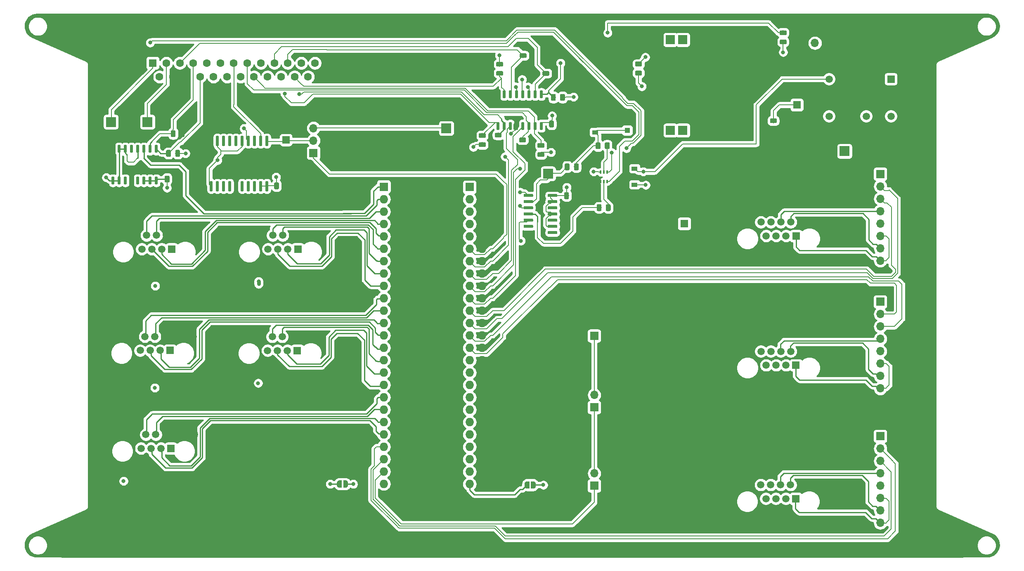
<source format=gbr>
G04 #@! TF.GenerationSoftware,KiCad,Pcbnew,(5.1.4-0-10_14)*
G04 #@! TF.CreationDate,2020-04-27T10:11:36-04:00*
G04 #@! TF.ProjectId,laser_card,6c617365-725f-4636-9172-642e6b696361,rev?*
G04 #@! TF.SameCoordinates,Original*
G04 #@! TF.FileFunction,Copper,L1,Top*
G04 #@! TF.FilePolarity,Positive*
%FSLAX46Y46*%
G04 Gerber Fmt 4.6, Leading zero omitted, Abs format (unit mm)*
G04 Created by KiCad (PCBNEW (5.1.4-0-10_14)) date 2020-04-27 10:11:36*
%MOMM*%
%LPD*%
G04 APERTURE LIST*
%ADD10C,0.500000*%
%ADD11C,0.100000*%
%ADD12R,1.500000X1.500000*%
%ADD13R,2.000000X2.000000*%
%ADD14C,0.975000*%
%ADD15C,0.550000*%
%ADD16C,2.000000*%
%ADD17C,1.500000*%
%ADD18O,1.700000X1.700000*%
%ADD19R,1.700000X1.700000*%
%ADD20C,0.600000*%
%ADD21O,1.727200X1.727200*%
%ADD22R,1.727200X1.727200*%
%ADD23R,1.200000X0.900000*%
%ADD24R,1.100000X1.100000*%
%ADD25R,0.400000X0.650000*%
%ADD26R,1.850000X1.850000*%
%ADD27C,1.501140*%
%ADD28R,1.501140X1.501140*%
%ADD29C,4.000000*%
%ADD30C,1.600000*%
%ADD31R,1.600000X1.600000*%
%ADD32C,0.800000*%
%ADD33C,0.203200*%
%ADD34C,0.203000*%
%ADD35C,0.250000*%
%ADD36C,0.800000*%
%ADD37C,0.254000*%
G04 APERTURE END LIST*
D10*
X149750000Y-134800000D03*
D11*
G36*
X149750000Y-134050602D02*
G01*
X149774534Y-134050602D01*
X149823365Y-134055412D01*
X149871490Y-134064984D01*
X149918445Y-134079228D01*
X149963778Y-134098005D01*
X150007051Y-134121136D01*
X150047850Y-134148396D01*
X150085779Y-134179524D01*
X150120476Y-134214221D01*
X150151604Y-134252150D01*
X150178864Y-134292949D01*
X150201995Y-134336222D01*
X150220772Y-134381555D01*
X150235016Y-134428510D01*
X150244588Y-134476635D01*
X150249398Y-134525466D01*
X150249398Y-134550000D01*
X150250000Y-134550000D01*
X150250000Y-135050000D01*
X150249398Y-135050000D01*
X150249398Y-135074534D01*
X150244588Y-135123365D01*
X150235016Y-135171490D01*
X150220772Y-135218445D01*
X150201995Y-135263778D01*
X150178864Y-135307051D01*
X150151604Y-135347850D01*
X150120476Y-135385779D01*
X150085779Y-135420476D01*
X150047850Y-135451604D01*
X150007051Y-135478864D01*
X149963778Y-135501995D01*
X149918445Y-135520772D01*
X149871490Y-135535016D01*
X149823365Y-135544588D01*
X149774534Y-135549398D01*
X149750000Y-135549398D01*
X149750000Y-135550000D01*
X149250000Y-135550000D01*
X149250000Y-134050000D01*
X149750000Y-134050000D01*
X149750000Y-134050602D01*
X149750000Y-134050602D01*
G37*
D10*
X148450000Y-134800000D03*
D11*
G36*
X148950000Y-135550000D02*
G01*
X148450000Y-135550000D01*
X148450000Y-135549398D01*
X148425466Y-135549398D01*
X148376635Y-135544588D01*
X148328510Y-135535016D01*
X148281555Y-135520772D01*
X148236222Y-135501995D01*
X148192949Y-135478864D01*
X148152150Y-135451604D01*
X148114221Y-135420476D01*
X148079524Y-135385779D01*
X148048396Y-135347850D01*
X148021136Y-135307051D01*
X147998005Y-135263778D01*
X147979228Y-135218445D01*
X147964984Y-135171490D01*
X147955412Y-135123365D01*
X147950602Y-135074534D01*
X147950602Y-135050000D01*
X147950000Y-135050000D01*
X147950000Y-134550000D01*
X147950602Y-134550000D01*
X147950602Y-134525466D01*
X147955412Y-134476635D01*
X147964984Y-134428510D01*
X147979228Y-134381555D01*
X147998005Y-134336222D01*
X148021136Y-134292949D01*
X148048396Y-134252150D01*
X148079524Y-134214221D01*
X148114221Y-134179524D01*
X148152150Y-134148396D01*
X148192949Y-134121136D01*
X148236222Y-134098005D01*
X148281555Y-134079228D01*
X148328510Y-134064984D01*
X148376635Y-134055412D01*
X148425466Y-134050602D01*
X148450000Y-134050602D01*
X148450000Y-134050000D01*
X148950000Y-134050000D01*
X148950000Y-135550000D01*
X148950000Y-135550000D01*
G37*
D10*
X109950000Y-134600000D03*
D11*
G36*
X109950000Y-135349398D02*
G01*
X109925466Y-135349398D01*
X109876635Y-135344588D01*
X109828510Y-135335016D01*
X109781555Y-135320772D01*
X109736222Y-135301995D01*
X109692949Y-135278864D01*
X109652150Y-135251604D01*
X109614221Y-135220476D01*
X109579524Y-135185779D01*
X109548396Y-135147850D01*
X109521136Y-135107051D01*
X109498005Y-135063778D01*
X109479228Y-135018445D01*
X109464984Y-134971490D01*
X109455412Y-134923365D01*
X109450602Y-134874534D01*
X109450602Y-134850000D01*
X109450000Y-134850000D01*
X109450000Y-134350000D01*
X109450602Y-134350000D01*
X109450602Y-134325466D01*
X109455412Y-134276635D01*
X109464984Y-134228510D01*
X109479228Y-134181555D01*
X109498005Y-134136222D01*
X109521136Y-134092949D01*
X109548396Y-134052150D01*
X109579524Y-134014221D01*
X109614221Y-133979524D01*
X109652150Y-133948396D01*
X109692949Y-133921136D01*
X109736222Y-133898005D01*
X109781555Y-133879228D01*
X109828510Y-133864984D01*
X109876635Y-133855412D01*
X109925466Y-133850602D01*
X109950000Y-133850602D01*
X109950000Y-133850000D01*
X110450000Y-133850000D01*
X110450000Y-135350000D01*
X109950000Y-135350000D01*
X109950000Y-135349398D01*
X109950000Y-135349398D01*
G37*
D10*
X111250000Y-134600000D03*
D11*
G36*
X110750000Y-133850000D02*
G01*
X111250000Y-133850000D01*
X111250000Y-133850602D01*
X111274534Y-133850602D01*
X111323365Y-133855412D01*
X111371490Y-133864984D01*
X111418445Y-133879228D01*
X111463778Y-133898005D01*
X111507051Y-133921136D01*
X111547850Y-133948396D01*
X111585779Y-133979524D01*
X111620476Y-134014221D01*
X111651604Y-134052150D01*
X111678864Y-134092949D01*
X111701995Y-134136222D01*
X111720772Y-134181555D01*
X111735016Y-134228510D01*
X111744588Y-134276635D01*
X111749398Y-134325466D01*
X111749398Y-134350000D01*
X111750000Y-134350000D01*
X111750000Y-134850000D01*
X111749398Y-134850000D01*
X111749398Y-134874534D01*
X111744588Y-134923365D01*
X111735016Y-134971490D01*
X111720772Y-135018445D01*
X111701995Y-135063778D01*
X111678864Y-135107051D01*
X111651604Y-135147850D01*
X111620476Y-135185779D01*
X111585779Y-135220476D01*
X111547850Y-135251604D01*
X111507051Y-135278864D01*
X111463778Y-135301995D01*
X111418445Y-135320772D01*
X111371490Y-135335016D01*
X111323365Y-135344588D01*
X111274534Y-135349398D01*
X111250000Y-135349398D01*
X111250000Y-135350000D01*
X110750000Y-135350000D01*
X110750000Y-133850000D01*
X110750000Y-133850000D01*
G37*
D12*
X99000000Y-64000000D03*
D13*
X131900000Y-61600000D03*
X152800000Y-70900000D03*
X70600000Y-60300000D03*
X63100000Y-60300000D03*
D11*
G36*
X199480142Y-61451174D02*
G01*
X199503803Y-61454684D01*
X199527007Y-61460496D01*
X199549529Y-61468554D01*
X199571153Y-61478782D01*
X199591670Y-61491079D01*
X199610883Y-61505329D01*
X199628607Y-61521393D01*
X199644671Y-61539117D01*
X199658921Y-61558330D01*
X199671218Y-61578847D01*
X199681446Y-61600471D01*
X199689504Y-61622993D01*
X199695316Y-61646197D01*
X199698826Y-61669858D01*
X199700000Y-61693750D01*
X199700000Y-62181250D01*
X199698826Y-62205142D01*
X199695316Y-62228803D01*
X199689504Y-62252007D01*
X199681446Y-62274529D01*
X199671218Y-62296153D01*
X199658921Y-62316670D01*
X199644671Y-62335883D01*
X199628607Y-62353607D01*
X199610883Y-62369671D01*
X199591670Y-62383921D01*
X199571153Y-62396218D01*
X199549529Y-62406446D01*
X199527007Y-62414504D01*
X199503803Y-62420316D01*
X199480142Y-62423826D01*
X199456250Y-62425000D01*
X198543750Y-62425000D01*
X198519858Y-62423826D01*
X198496197Y-62420316D01*
X198472993Y-62414504D01*
X198450471Y-62406446D01*
X198428847Y-62396218D01*
X198408330Y-62383921D01*
X198389117Y-62369671D01*
X198371393Y-62353607D01*
X198355329Y-62335883D01*
X198341079Y-62316670D01*
X198328782Y-62296153D01*
X198318554Y-62274529D01*
X198310496Y-62252007D01*
X198304684Y-62228803D01*
X198301174Y-62205142D01*
X198300000Y-62181250D01*
X198300000Y-61693750D01*
X198301174Y-61669858D01*
X198304684Y-61646197D01*
X198310496Y-61622993D01*
X198318554Y-61600471D01*
X198328782Y-61578847D01*
X198341079Y-61558330D01*
X198355329Y-61539117D01*
X198371393Y-61521393D01*
X198389117Y-61505329D01*
X198408330Y-61491079D01*
X198428847Y-61478782D01*
X198450471Y-61468554D01*
X198472993Y-61460496D01*
X198496197Y-61454684D01*
X198519858Y-61451174D01*
X198543750Y-61450000D01*
X199456250Y-61450000D01*
X199480142Y-61451174D01*
X199480142Y-61451174D01*
G37*
D14*
X199000000Y-61937500D03*
D11*
G36*
X199480142Y-59576174D02*
G01*
X199503803Y-59579684D01*
X199527007Y-59585496D01*
X199549529Y-59593554D01*
X199571153Y-59603782D01*
X199591670Y-59616079D01*
X199610883Y-59630329D01*
X199628607Y-59646393D01*
X199644671Y-59664117D01*
X199658921Y-59683330D01*
X199671218Y-59703847D01*
X199681446Y-59725471D01*
X199689504Y-59747993D01*
X199695316Y-59771197D01*
X199698826Y-59794858D01*
X199700000Y-59818750D01*
X199700000Y-60306250D01*
X199698826Y-60330142D01*
X199695316Y-60353803D01*
X199689504Y-60377007D01*
X199681446Y-60399529D01*
X199671218Y-60421153D01*
X199658921Y-60441670D01*
X199644671Y-60460883D01*
X199628607Y-60478607D01*
X199610883Y-60494671D01*
X199591670Y-60508921D01*
X199571153Y-60521218D01*
X199549529Y-60531446D01*
X199527007Y-60539504D01*
X199503803Y-60545316D01*
X199480142Y-60548826D01*
X199456250Y-60550000D01*
X198543750Y-60550000D01*
X198519858Y-60548826D01*
X198496197Y-60545316D01*
X198472993Y-60539504D01*
X198450471Y-60531446D01*
X198428847Y-60521218D01*
X198408330Y-60508921D01*
X198389117Y-60494671D01*
X198371393Y-60478607D01*
X198355329Y-60460883D01*
X198341079Y-60441670D01*
X198328782Y-60421153D01*
X198318554Y-60399529D01*
X198310496Y-60377007D01*
X198304684Y-60353803D01*
X198301174Y-60330142D01*
X198300000Y-60306250D01*
X198300000Y-59818750D01*
X198301174Y-59794858D01*
X198304684Y-59771197D01*
X198310496Y-59747993D01*
X198318554Y-59725471D01*
X198328782Y-59703847D01*
X198341079Y-59683330D01*
X198355329Y-59664117D01*
X198371393Y-59646393D01*
X198389117Y-59630329D01*
X198408330Y-59616079D01*
X198428847Y-59603782D01*
X198450471Y-59593554D01*
X198472993Y-59585496D01*
X198496197Y-59579684D01*
X198519858Y-59576174D01*
X198543750Y-59575000D01*
X199456250Y-59575000D01*
X199480142Y-59576174D01*
X199480142Y-59576174D01*
G37*
D14*
X199000000Y-60062500D03*
D13*
X223400000Y-44100000D03*
X213600000Y-66300000D03*
D11*
G36*
X151545977Y-60325662D02*
G01*
X151559325Y-60327642D01*
X151572414Y-60330921D01*
X151585119Y-60335467D01*
X151597317Y-60341236D01*
X151608891Y-60348173D01*
X151619729Y-60356211D01*
X151629727Y-60365273D01*
X151638789Y-60375271D01*
X151646827Y-60386109D01*
X151653764Y-60397683D01*
X151659533Y-60409881D01*
X151664079Y-60422586D01*
X151667358Y-60435675D01*
X151669338Y-60449023D01*
X151670000Y-60462500D01*
X151670000Y-61787500D01*
X151669338Y-61800977D01*
X151667358Y-61814325D01*
X151664079Y-61827414D01*
X151659533Y-61840119D01*
X151653764Y-61852317D01*
X151646827Y-61863891D01*
X151638789Y-61874729D01*
X151629727Y-61884727D01*
X151619729Y-61893789D01*
X151608891Y-61901827D01*
X151597317Y-61908764D01*
X151585119Y-61914533D01*
X151572414Y-61919079D01*
X151559325Y-61922358D01*
X151545977Y-61924338D01*
X151532500Y-61925000D01*
X151257500Y-61925000D01*
X151244023Y-61924338D01*
X151230675Y-61922358D01*
X151217586Y-61919079D01*
X151204881Y-61914533D01*
X151192683Y-61908764D01*
X151181109Y-61901827D01*
X151170271Y-61893789D01*
X151160273Y-61884727D01*
X151151211Y-61874729D01*
X151143173Y-61863891D01*
X151136236Y-61852317D01*
X151130467Y-61840119D01*
X151125921Y-61827414D01*
X151122642Y-61814325D01*
X151120662Y-61800977D01*
X151120000Y-61787500D01*
X151120000Y-60462500D01*
X151120662Y-60449023D01*
X151122642Y-60435675D01*
X151125921Y-60422586D01*
X151130467Y-60409881D01*
X151136236Y-60397683D01*
X151143173Y-60386109D01*
X151151211Y-60375271D01*
X151160273Y-60365273D01*
X151170271Y-60356211D01*
X151181109Y-60348173D01*
X151192683Y-60341236D01*
X151204881Y-60335467D01*
X151217586Y-60330921D01*
X151230675Y-60327642D01*
X151244023Y-60325662D01*
X151257500Y-60325000D01*
X151532500Y-60325000D01*
X151545977Y-60325662D01*
X151545977Y-60325662D01*
G37*
D15*
X151395000Y-61125000D03*
D11*
G36*
X150275977Y-60325662D02*
G01*
X150289325Y-60327642D01*
X150302414Y-60330921D01*
X150315119Y-60335467D01*
X150327317Y-60341236D01*
X150338891Y-60348173D01*
X150349729Y-60356211D01*
X150359727Y-60365273D01*
X150368789Y-60375271D01*
X150376827Y-60386109D01*
X150383764Y-60397683D01*
X150389533Y-60409881D01*
X150394079Y-60422586D01*
X150397358Y-60435675D01*
X150399338Y-60449023D01*
X150400000Y-60462500D01*
X150400000Y-61787500D01*
X150399338Y-61800977D01*
X150397358Y-61814325D01*
X150394079Y-61827414D01*
X150389533Y-61840119D01*
X150383764Y-61852317D01*
X150376827Y-61863891D01*
X150368789Y-61874729D01*
X150359727Y-61884727D01*
X150349729Y-61893789D01*
X150338891Y-61901827D01*
X150327317Y-61908764D01*
X150315119Y-61914533D01*
X150302414Y-61919079D01*
X150289325Y-61922358D01*
X150275977Y-61924338D01*
X150262500Y-61925000D01*
X149987500Y-61925000D01*
X149974023Y-61924338D01*
X149960675Y-61922358D01*
X149947586Y-61919079D01*
X149934881Y-61914533D01*
X149922683Y-61908764D01*
X149911109Y-61901827D01*
X149900271Y-61893789D01*
X149890273Y-61884727D01*
X149881211Y-61874729D01*
X149873173Y-61863891D01*
X149866236Y-61852317D01*
X149860467Y-61840119D01*
X149855921Y-61827414D01*
X149852642Y-61814325D01*
X149850662Y-61800977D01*
X149850000Y-61787500D01*
X149850000Y-60462500D01*
X149850662Y-60449023D01*
X149852642Y-60435675D01*
X149855921Y-60422586D01*
X149860467Y-60409881D01*
X149866236Y-60397683D01*
X149873173Y-60386109D01*
X149881211Y-60375271D01*
X149890273Y-60365273D01*
X149900271Y-60356211D01*
X149911109Y-60348173D01*
X149922683Y-60341236D01*
X149934881Y-60335467D01*
X149947586Y-60330921D01*
X149960675Y-60327642D01*
X149974023Y-60325662D01*
X149987500Y-60325000D01*
X150262500Y-60325000D01*
X150275977Y-60325662D01*
X150275977Y-60325662D01*
G37*
D15*
X150125000Y-61125000D03*
D11*
G36*
X149005977Y-60325662D02*
G01*
X149019325Y-60327642D01*
X149032414Y-60330921D01*
X149045119Y-60335467D01*
X149057317Y-60341236D01*
X149068891Y-60348173D01*
X149079729Y-60356211D01*
X149089727Y-60365273D01*
X149098789Y-60375271D01*
X149106827Y-60386109D01*
X149113764Y-60397683D01*
X149119533Y-60409881D01*
X149124079Y-60422586D01*
X149127358Y-60435675D01*
X149129338Y-60449023D01*
X149130000Y-60462500D01*
X149130000Y-61787500D01*
X149129338Y-61800977D01*
X149127358Y-61814325D01*
X149124079Y-61827414D01*
X149119533Y-61840119D01*
X149113764Y-61852317D01*
X149106827Y-61863891D01*
X149098789Y-61874729D01*
X149089727Y-61884727D01*
X149079729Y-61893789D01*
X149068891Y-61901827D01*
X149057317Y-61908764D01*
X149045119Y-61914533D01*
X149032414Y-61919079D01*
X149019325Y-61922358D01*
X149005977Y-61924338D01*
X148992500Y-61925000D01*
X148717500Y-61925000D01*
X148704023Y-61924338D01*
X148690675Y-61922358D01*
X148677586Y-61919079D01*
X148664881Y-61914533D01*
X148652683Y-61908764D01*
X148641109Y-61901827D01*
X148630271Y-61893789D01*
X148620273Y-61884727D01*
X148611211Y-61874729D01*
X148603173Y-61863891D01*
X148596236Y-61852317D01*
X148590467Y-61840119D01*
X148585921Y-61827414D01*
X148582642Y-61814325D01*
X148580662Y-61800977D01*
X148580000Y-61787500D01*
X148580000Y-60462500D01*
X148580662Y-60449023D01*
X148582642Y-60435675D01*
X148585921Y-60422586D01*
X148590467Y-60409881D01*
X148596236Y-60397683D01*
X148603173Y-60386109D01*
X148611211Y-60375271D01*
X148620273Y-60365273D01*
X148630271Y-60356211D01*
X148641109Y-60348173D01*
X148652683Y-60341236D01*
X148664881Y-60335467D01*
X148677586Y-60330921D01*
X148690675Y-60327642D01*
X148704023Y-60325662D01*
X148717500Y-60325000D01*
X148992500Y-60325000D01*
X149005977Y-60325662D01*
X149005977Y-60325662D01*
G37*
D15*
X148855000Y-61125000D03*
D11*
G36*
X147735977Y-60325662D02*
G01*
X147749325Y-60327642D01*
X147762414Y-60330921D01*
X147775119Y-60335467D01*
X147787317Y-60341236D01*
X147798891Y-60348173D01*
X147809729Y-60356211D01*
X147819727Y-60365273D01*
X147828789Y-60375271D01*
X147836827Y-60386109D01*
X147843764Y-60397683D01*
X147849533Y-60409881D01*
X147854079Y-60422586D01*
X147857358Y-60435675D01*
X147859338Y-60449023D01*
X147860000Y-60462500D01*
X147860000Y-61787500D01*
X147859338Y-61800977D01*
X147857358Y-61814325D01*
X147854079Y-61827414D01*
X147849533Y-61840119D01*
X147843764Y-61852317D01*
X147836827Y-61863891D01*
X147828789Y-61874729D01*
X147819727Y-61884727D01*
X147809729Y-61893789D01*
X147798891Y-61901827D01*
X147787317Y-61908764D01*
X147775119Y-61914533D01*
X147762414Y-61919079D01*
X147749325Y-61922358D01*
X147735977Y-61924338D01*
X147722500Y-61925000D01*
X147447500Y-61925000D01*
X147434023Y-61924338D01*
X147420675Y-61922358D01*
X147407586Y-61919079D01*
X147394881Y-61914533D01*
X147382683Y-61908764D01*
X147371109Y-61901827D01*
X147360271Y-61893789D01*
X147350273Y-61884727D01*
X147341211Y-61874729D01*
X147333173Y-61863891D01*
X147326236Y-61852317D01*
X147320467Y-61840119D01*
X147315921Y-61827414D01*
X147312642Y-61814325D01*
X147310662Y-61800977D01*
X147310000Y-61787500D01*
X147310000Y-60462500D01*
X147310662Y-60449023D01*
X147312642Y-60435675D01*
X147315921Y-60422586D01*
X147320467Y-60409881D01*
X147326236Y-60397683D01*
X147333173Y-60386109D01*
X147341211Y-60375271D01*
X147350273Y-60365273D01*
X147360271Y-60356211D01*
X147371109Y-60348173D01*
X147382683Y-60341236D01*
X147394881Y-60335467D01*
X147407586Y-60330921D01*
X147420675Y-60327642D01*
X147434023Y-60325662D01*
X147447500Y-60325000D01*
X147722500Y-60325000D01*
X147735977Y-60325662D01*
X147735977Y-60325662D01*
G37*
D15*
X147585000Y-61125000D03*
D11*
G36*
X146465977Y-60325662D02*
G01*
X146479325Y-60327642D01*
X146492414Y-60330921D01*
X146505119Y-60335467D01*
X146517317Y-60341236D01*
X146528891Y-60348173D01*
X146539729Y-60356211D01*
X146549727Y-60365273D01*
X146558789Y-60375271D01*
X146566827Y-60386109D01*
X146573764Y-60397683D01*
X146579533Y-60409881D01*
X146584079Y-60422586D01*
X146587358Y-60435675D01*
X146589338Y-60449023D01*
X146590000Y-60462500D01*
X146590000Y-61787500D01*
X146589338Y-61800977D01*
X146587358Y-61814325D01*
X146584079Y-61827414D01*
X146579533Y-61840119D01*
X146573764Y-61852317D01*
X146566827Y-61863891D01*
X146558789Y-61874729D01*
X146549727Y-61884727D01*
X146539729Y-61893789D01*
X146528891Y-61901827D01*
X146517317Y-61908764D01*
X146505119Y-61914533D01*
X146492414Y-61919079D01*
X146479325Y-61922358D01*
X146465977Y-61924338D01*
X146452500Y-61925000D01*
X146177500Y-61925000D01*
X146164023Y-61924338D01*
X146150675Y-61922358D01*
X146137586Y-61919079D01*
X146124881Y-61914533D01*
X146112683Y-61908764D01*
X146101109Y-61901827D01*
X146090271Y-61893789D01*
X146080273Y-61884727D01*
X146071211Y-61874729D01*
X146063173Y-61863891D01*
X146056236Y-61852317D01*
X146050467Y-61840119D01*
X146045921Y-61827414D01*
X146042642Y-61814325D01*
X146040662Y-61800977D01*
X146040000Y-61787500D01*
X146040000Y-60462500D01*
X146040662Y-60449023D01*
X146042642Y-60435675D01*
X146045921Y-60422586D01*
X146050467Y-60409881D01*
X146056236Y-60397683D01*
X146063173Y-60386109D01*
X146071211Y-60375271D01*
X146080273Y-60365273D01*
X146090271Y-60356211D01*
X146101109Y-60348173D01*
X146112683Y-60341236D01*
X146124881Y-60335467D01*
X146137586Y-60330921D01*
X146150675Y-60327642D01*
X146164023Y-60325662D01*
X146177500Y-60325000D01*
X146452500Y-60325000D01*
X146465977Y-60325662D01*
X146465977Y-60325662D01*
G37*
D15*
X146315000Y-61125000D03*
D11*
G36*
X145195977Y-60325662D02*
G01*
X145209325Y-60327642D01*
X145222414Y-60330921D01*
X145235119Y-60335467D01*
X145247317Y-60341236D01*
X145258891Y-60348173D01*
X145269729Y-60356211D01*
X145279727Y-60365273D01*
X145288789Y-60375271D01*
X145296827Y-60386109D01*
X145303764Y-60397683D01*
X145309533Y-60409881D01*
X145314079Y-60422586D01*
X145317358Y-60435675D01*
X145319338Y-60449023D01*
X145320000Y-60462500D01*
X145320000Y-61787500D01*
X145319338Y-61800977D01*
X145317358Y-61814325D01*
X145314079Y-61827414D01*
X145309533Y-61840119D01*
X145303764Y-61852317D01*
X145296827Y-61863891D01*
X145288789Y-61874729D01*
X145279727Y-61884727D01*
X145269729Y-61893789D01*
X145258891Y-61901827D01*
X145247317Y-61908764D01*
X145235119Y-61914533D01*
X145222414Y-61919079D01*
X145209325Y-61922358D01*
X145195977Y-61924338D01*
X145182500Y-61925000D01*
X144907500Y-61925000D01*
X144894023Y-61924338D01*
X144880675Y-61922358D01*
X144867586Y-61919079D01*
X144854881Y-61914533D01*
X144842683Y-61908764D01*
X144831109Y-61901827D01*
X144820271Y-61893789D01*
X144810273Y-61884727D01*
X144801211Y-61874729D01*
X144793173Y-61863891D01*
X144786236Y-61852317D01*
X144780467Y-61840119D01*
X144775921Y-61827414D01*
X144772642Y-61814325D01*
X144770662Y-61800977D01*
X144770000Y-61787500D01*
X144770000Y-60462500D01*
X144770662Y-60449023D01*
X144772642Y-60435675D01*
X144775921Y-60422586D01*
X144780467Y-60409881D01*
X144786236Y-60397683D01*
X144793173Y-60386109D01*
X144801211Y-60375271D01*
X144810273Y-60365273D01*
X144820271Y-60356211D01*
X144831109Y-60348173D01*
X144842683Y-60341236D01*
X144854881Y-60335467D01*
X144867586Y-60330921D01*
X144880675Y-60327642D01*
X144894023Y-60325662D01*
X144907500Y-60325000D01*
X145182500Y-60325000D01*
X145195977Y-60325662D01*
X145195977Y-60325662D01*
G37*
D15*
X145045000Y-61125000D03*
D11*
G36*
X143925977Y-60325662D02*
G01*
X143939325Y-60327642D01*
X143952414Y-60330921D01*
X143965119Y-60335467D01*
X143977317Y-60341236D01*
X143988891Y-60348173D01*
X143999729Y-60356211D01*
X144009727Y-60365273D01*
X144018789Y-60375271D01*
X144026827Y-60386109D01*
X144033764Y-60397683D01*
X144039533Y-60409881D01*
X144044079Y-60422586D01*
X144047358Y-60435675D01*
X144049338Y-60449023D01*
X144050000Y-60462500D01*
X144050000Y-61787500D01*
X144049338Y-61800977D01*
X144047358Y-61814325D01*
X144044079Y-61827414D01*
X144039533Y-61840119D01*
X144033764Y-61852317D01*
X144026827Y-61863891D01*
X144018789Y-61874729D01*
X144009727Y-61884727D01*
X143999729Y-61893789D01*
X143988891Y-61901827D01*
X143977317Y-61908764D01*
X143965119Y-61914533D01*
X143952414Y-61919079D01*
X143939325Y-61922358D01*
X143925977Y-61924338D01*
X143912500Y-61925000D01*
X143637500Y-61925000D01*
X143624023Y-61924338D01*
X143610675Y-61922358D01*
X143597586Y-61919079D01*
X143584881Y-61914533D01*
X143572683Y-61908764D01*
X143561109Y-61901827D01*
X143550271Y-61893789D01*
X143540273Y-61884727D01*
X143531211Y-61874729D01*
X143523173Y-61863891D01*
X143516236Y-61852317D01*
X143510467Y-61840119D01*
X143505921Y-61827414D01*
X143502642Y-61814325D01*
X143500662Y-61800977D01*
X143500000Y-61787500D01*
X143500000Y-60462500D01*
X143500662Y-60449023D01*
X143502642Y-60435675D01*
X143505921Y-60422586D01*
X143510467Y-60409881D01*
X143516236Y-60397683D01*
X143523173Y-60386109D01*
X143531211Y-60375271D01*
X143540273Y-60365273D01*
X143550271Y-60356211D01*
X143561109Y-60348173D01*
X143572683Y-60341236D01*
X143584881Y-60335467D01*
X143597586Y-60330921D01*
X143610675Y-60327642D01*
X143624023Y-60325662D01*
X143637500Y-60325000D01*
X143912500Y-60325000D01*
X143925977Y-60325662D01*
X143925977Y-60325662D01*
G37*
D15*
X143775000Y-61125000D03*
D11*
G36*
X142655977Y-60325662D02*
G01*
X142669325Y-60327642D01*
X142682414Y-60330921D01*
X142695119Y-60335467D01*
X142707317Y-60341236D01*
X142718891Y-60348173D01*
X142729729Y-60356211D01*
X142739727Y-60365273D01*
X142748789Y-60375271D01*
X142756827Y-60386109D01*
X142763764Y-60397683D01*
X142769533Y-60409881D01*
X142774079Y-60422586D01*
X142777358Y-60435675D01*
X142779338Y-60449023D01*
X142780000Y-60462500D01*
X142780000Y-61787500D01*
X142779338Y-61800977D01*
X142777358Y-61814325D01*
X142774079Y-61827414D01*
X142769533Y-61840119D01*
X142763764Y-61852317D01*
X142756827Y-61863891D01*
X142748789Y-61874729D01*
X142739727Y-61884727D01*
X142729729Y-61893789D01*
X142718891Y-61901827D01*
X142707317Y-61908764D01*
X142695119Y-61914533D01*
X142682414Y-61919079D01*
X142669325Y-61922358D01*
X142655977Y-61924338D01*
X142642500Y-61925000D01*
X142367500Y-61925000D01*
X142354023Y-61924338D01*
X142340675Y-61922358D01*
X142327586Y-61919079D01*
X142314881Y-61914533D01*
X142302683Y-61908764D01*
X142291109Y-61901827D01*
X142280271Y-61893789D01*
X142270273Y-61884727D01*
X142261211Y-61874729D01*
X142253173Y-61863891D01*
X142246236Y-61852317D01*
X142240467Y-61840119D01*
X142235921Y-61827414D01*
X142232642Y-61814325D01*
X142230662Y-61800977D01*
X142230000Y-61787500D01*
X142230000Y-60462500D01*
X142230662Y-60449023D01*
X142232642Y-60435675D01*
X142235921Y-60422586D01*
X142240467Y-60409881D01*
X142246236Y-60397683D01*
X142253173Y-60386109D01*
X142261211Y-60375271D01*
X142270273Y-60365273D01*
X142280271Y-60356211D01*
X142291109Y-60348173D01*
X142302683Y-60341236D01*
X142314881Y-60335467D01*
X142327586Y-60330921D01*
X142340675Y-60327642D01*
X142354023Y-60325662D01*
X142367500Y-60325000D01*
X142642500Y-60325000D01*
X142655977Y-60325662D01*
X142655977Y-60325662D01*
G37*
D15*
X142505000Y-61125000D03*
D11*
G36*
X142655977Y-53825662D02*
G01*
X142669325Y-53827642D01*
X142682414Y-53830921D01*
X142695119Y-53835467D01*
X142707317Y-53841236D01*
X142718891Y-53848173D01*
X142729729Y-53856211D01*
X142739727Y-53865273D01*
X142748789Y-53875271D01*
X142756827Y-53886109D01*
X142763764Y-53897683D01*
X142769533Y-53909881D01*
X142774079Y-53922586D01*
X142777358Y-53935675D01*
X142779338Y-53949023D01*
X142780000Y-53962500D01*
X142780000Y-55287500D01*
X142779338Y-55300977D01*
X142777358Y-55314325D01*
X142774079Y-55327414D01*
X142769533Y-55340119D01*
X142763764Y-55352317D01*
X142756827Y-55363891D01*
X142748789Y-55374729D01*
X142739727Y-55384727D01*
X142729729Y-55393789D01*
X142718891Y-55401827D01*
X142707317Y-55408764D01*
X142695119Y-55414533D01*
X142682414Y-55419079D01*
X142669325Y-55422358D01*
X142655977Y-55424338D01*
X142642500Y-55425000D01*
X142367500Y-55425000D01*
X142354023Y-55424338D01*
X142340675Y-55422358D01*
X142327586Y-55419079D01*
X142314881Y-55414533D01*
X142302683Y-55408764D01*
X142291109Y-55401827D01*
X142280271Y-55393789D01*
X142270273Y-55384727D01*
X142261211Y-55374729D01*
X142253173Y-55363891D01*
X142246236Y-55352317D01*
X142240467Y-55340119D01*
X142235921Y-55327414D01*
X142232642Y-55314325D01*
X142230662Y-55300977D01*
X142230000Y-55287500D01*
X142230000Y-53962500D01*
X142230662Y-53949023D01*
X142232642Y-53935675D01*
X142235921Y-53922586D01*
X142240467Y-53909881D01*
X142246236Y-53897683D01*
X142253173Y-53886109D01*
X142261211Y-53875271D01*
X142270273Y-53865273D01*
X142280271Y-53856211D01*
X142291109Y-53848173D01*
X142302683Y-53841236D01*
X142314881Y-53835467D01*
X142327586Y-53830921D01*
X142340675Y-53827642D01*
X142354023Y-53825662D01*
X142367500Y-53825000D01*
X142642500Y-53825000D01*
X142655977Y-53825662D01*
X142655977Y-53825662D01*
G37*
D15*
X142505000Y-54625000D03*
D11*
G36*
X143925977Y-53825662D02*
G01*
X143939325Y-53827642D01*
X143952414Y-53830921D01*
X143965119Y-53835467D01*
X143977317Y-53841236D01*
X143988891Y-53848173D01*
X143999729Y-53856211D01*
X144009727Y-53865273D01*
X144018789Y-53875271D01*
X144026827Y-53886109D01*
X144033764Y-53897683D01*
X144039533Y-53909881D01*
X144044079Y-53922586D01*
X144047358Y-53935675D01*
X144049338Y-53949023D01*
X144050000Y-53962500D01*
X144050000Y-55287500D01*
X144049338Y-55300977D01*
X144047358Y-55314325D01*
X144044079Y-55327414D01*
X144039533Y-55340119D01*
X144033764Y-55352317D01*
X144026827Y-55363891D01*
X144018789Y-55374729D01*
X144009727Y-55384727D01*
X143999729Y-55393789D01*
X143988891Y-55401827D01*
X143977317Y-55408764D01*
X143965119Y-55414533D01*
X143952414Y-55419079D01*
X143939325Y-55422358D01*
X143925977Y-55424338D01*
X143912500Y-55425000D01*
X143637500Y-55425000D01*
X143624023Y-55424338D01*
X143610675Y-55422358D01*
X143597586Y-55419079D01*
X143584881Y-55414533D01*
X143572683Y-55408764D01*
X143561109Y-55401827D01*
X143550271Y-55393789D01*
X143540273Y-55384727D01*
X143531211Y-55374729D01*
X143523173Y-55363891D01*
X143516236Y-55352317D01*
X143510467Y-55340119D01*
X143505921Y-55327414D01*
X143502642Y-55314325D01*
X143500662Y-55300977D01*
X143500000Y-55287500D01*
X143500000Y-53962500D01*
X143500662Y-53949023D01*
X143502642Y-53935675D01*
X143505921Y-53922586D01*
X143510467Y-53909881D01*
X143516236Y-53897683D01*
X143523173Y-53886109D01*
X143531211Y-53875271D01*
X143540273Y-53865273D01*
X143550271Y-53856211D01*
X143561109Y-53848173D01*
X143572683Y-53841236D01*
X143584881Y-53835467D01*
X143597586Y-53830921D01*
X143610675Y-53827642D01*
X143624023Y-53825662D01*
X143637500Y-53825000D01*
X143912500Y-53825000D01*
X143925977Y-53825662D01*
X143925977Y-53825662D01*
G37*
D15*
X143775000Y-54625000D03*
D11*
G36*
X145195977Y-53825662D02*
G01*
X145209325Y-53827642D01*
X145222414Y-53830921D01*
X145235119Y-53835467D01*
X145247317Y-53841236D01*
X145258891Y-53848173D01*
X145269729Y-53856211D01*
X145279727Y-53865273D01*
X145288789Y-53875271D01*
X145296827Y-53886109D01*
X145303764Y-53897683D01*
X145309533Y-53909881D01*
X145314079Y-53922586D01*
X145317358Y-53935675D01*
X145319338Y-53949023D01*
X145320000Y-53962500D01*
X145320000Y-55287500D01*
X145319338Y-55300977D01*
X145317358Y-55314325D01*
X145314079Y-55327414D01*
X145309533Y-55340119D01*
X145303764Y-55352317D01*
X145296827Y-55363891D01*
X145288789Y-55374729D01*
X145279727Y-55384727D01*
X145269729Y-55393789D01*
X145258891Y-55401827D01*
X145247317Y-55408764D01*
X145235119Y-55414533D01*
X145222414Y-55419079D01*
X145209325Y-55422358D01*
X145195977Y-55424338D01*
X145182500Y-55425000D01*
X144907500Y-55425000D01*
X144894023Y-55424338D01*
X144880675Y-55422358D01*
X144867586Y-55419079D01*
X144854881Y-55414533D01*
X144842683Y-55408764D01*
X144831109Y-55401827D01*
X144820271Y-55393789D01*
X144810273Y-55384727D01*
X144801211Y-55374729D01*
X144793173Y-55363891D01*
X144786236Y-55352317D01*
X144780467Y-55340119D01*
X144775921Y-55327414D01*
X144772642Y-55314325D01*
X144770662Y-55300977D01*
X144770000Y-55287500D01*
X144770000Y-53962500D01*
X144770662Y-53949023D01*
X144772642Y-53935675D01*
X144775921Y-53922586D01*
X144780467Y-53909881D01*
X144786236Y-53897683D01*
X144793173Y-53886109D01*
X144801211Y-53875271D01*
X144810273Y-53865273D01*
X144820271Y-53856211D01*
X144831109Y-53848173D01*
X144842683Y-53841236D01*
X144854881Y-53835467D01*
X144867586Y-53830921D01*
X144880675Y-53827642D01*
X144894023Y-53825662D01*
X144907500Y-53825000D01*
X145182500Y-53825000D01*
X145195977Y-53825662D01*
X145195977Y-53825662D01*
G37*
D15*
X145045000Y-54625000D03*
D11*
G36*
X146465977Y-53825662D02*
G01*
X146479325Y-53827642D01*
X146492414Y-53830921D01*
X146505119Y-53835467D01*
X146517317Y-53841236D01*
X146528891Y-53848173D01*
X146539729Y-53856211D01*
X146549727Y-53865273D01*
X146558789Y-53875271D01*
X146566827Y-53886109D01*
X146573764Y-53897683D01*
X146579533Y-53909881D01*
X146584079Y-53922586D01*
X146587358Y-53935675D01*
X146589338Y-53949023D01*
X146590000Y-53962500D01*
X146590000Y-55287500D01*
X146589338Y-55300977D01*
X146587358Y-55314325D01*
X146584079Y-55327414D01*
X146579533Y-55340119D01*
X146573764Y-55352317D01*
X146566827Y-55363891D01*
X146558789Y-55374729D01*
X146549727Y-55384727D01*
X146539729Y-55393789D01*
X146528891Y-55401827D01*
X146517317Y-55408764D01*
X146505119Y-55414533D01*
X146492414Y-55419079D01*
X146479325Y-55422358D01*
X146465977Y-55424338D01*
X146452500Y-55425000D01*
X146177500Y-55425000D01*
X146164023Y-55424338D01*
X146150675Y-55422358D01*
X146137586Y-55419079D01*
X146124881Y-55414533D01*
X146112683Y-55408764D01*
X146101109Y-55401827D01*
X146090271Y-55393789D01*
X146080273Y-55384727D01*
X146071211Y-55374729D01*
X146063173Y-55363891D01*
X146056236Y-55352317D01*
X146050467Y-55340119D01*
X146045921Y-55327414D01*
X146042642Y-55314325D01*
X146040662Y-55300977D01*
X146040000Y-55287500D01*
X146040000Y-53962500D01*
X146040662Y-53949023D01*
X146042642Y-53935675D01*
X146045921Y-53922586D01*
X146050467Y-53909881D01*
X146056236Y-53897683D01*
X146063173Y-53886109D01*
X146071211Y-53875271D01*
X146080273Y-53865273D01*
X146090271Y-53856211D01*
X146101109Y-53848173D01*
X146112683Y-53841236D01*
X146124881Y-53835467D01*
X146137586Y-53830921D01*
X146150675Y-53827642D01*
X146164023Y-53825662D01*
X146177500Y-53825000D01*
X146452500Y-53825000D01*
X146465977Y-53825662D01*
X146465977Y-53825662D01*
G37*
D15*
X146315000Y-54625000D03*
D11*
G36*
X147735977Y-53825662D02*
G01*
X147749325Y-53827642D01*
X147762414Y-53830921D01*
X147775119Y-53835467D01*
X147787317Y-53841236D01*
X147798891Y-53848173D01*
X147809729Y-53856211D01*
X147819727Y-53865273D01*
X147828789Y-53875271D01*
X147836827Y-53886109D01*
X147843764Y-53897683D01*
X147849533Y-53909881D01*
X147854079Y-53922586D01*
X147857358Y-53935675D01*
X147859338Y-53949023D01*
X147860000Y-53962500D01*
X147860000Y-55287500D01*
X147859338Y-55300977D01*
X147857358Y-55314325D01*
X147854079Y-55327414D01*
X147849533Y-55340119D01*
X147843764Y-55352317D01*
X147836827Y-55363891D01*
X147828789Y-55374729D01*
X147819727Y-55384727D01*
X147809729Y-55393789D01*
X147798891Y-55401827D01*
X147787317Y-55408764D01*
X147775119Y-55414533D01*
X147762414Y-55419079D01*
X147749325Y-55422358D01*
X147735977Y-55424338D01*
X147722500Y-55425000D01*
X147447500Y-55425000D01*
X147434023Y-55424338D01*
X147420675Y-55422358D01*
X147407586Y-55419079D01*
X147394881Y-55414533D01*
X147382683Y-55408764D01*
X147371109Y-55401827D01*
X147360271Y-55393789D01*
X147350273Y-55384727D01*
X147341211Y-55374729D01*
X147333173Y-55363891D01*
X147326236Y-55352317D01*
X147320467Y-55340119D01*
X147315921Y-55327414D01*
X147312642Y-55314325D01*
X147310662Y-55300977D01*
X147310000Y-55287500D01*
X147310000Y-53962500D01*
X147310662Y-53949023D01*
X147312642Y-53935675D01*
X147315921Y-53922586D01*
X147320467Y-53909881D01*
X147326236Y-53897683D01*
X147333173Y-53886109D01*
X147341211Y-53875271D01*
X147350273Y-53865273D01*
X147360271Y-53856211D01*
X147371109Y-53848173D01*
X147382683Y-53841236D01*
X147394881Y-53835467D01*
X147407586Y-53830921D01*
X147420675Y-53827642D01*
X147434023Y-53825662D01*
X147447500Y-53825000D01*
X147722500Y-53825000D01*
X147735977Y-53825662D01*
X147735977Y-53825662D01*
G37*
D15*
X147585000Y-54625000D03*
D11*
G36*
X149005977Y-53825662D02*
G01*
X149019325Y-53827642D01*
X149032414Y-53830921D01*
X149045119Y-53835467D01*
X149057317Y-53841236D01*
X149068891Y-53848173D01*
X149079729Y-53856211D01*
X149089727Y-53865273D01*
X149098789Y-53875271D01*
X149106827Y-53886109D01*
X149113764Y-53897683D01*
X149119533Y-53909881D01*
X149124079Y-53922586D01*
X149127358Y-53935675D01*
X149129338Y-53949023D01*
X149130000Y-53962500D01*
X149130000Y-55287500D01*
X149129338Y-55300977D01*
X149127358Y-55314325D01*
X149124079Y-55327414D01*
X149119533Y-55340119D01*
X149113764Y-55352317D01*
X149106827Y-55363891D01*
X149098789Y-55374729D01*
X149089727Y-55384727D01*
X149079729Y-55393789D01*
X149068891Y-55401827D01*
X149057317Y-55408764D01*
X149045119Y-55414533D01*
X149032414Y-55419079D01*
X149019325Y-55422358D01*
X149005977Y-55424338D01*
X148992500Y-55425000D01*
X148717500Y-55425000D01*
X148704023Y-55424338D01*
X148690675Y-55422358D01*
X148677586Y-55419079D01*
X148664881Y-55414533D01*
X148652683Y-55408764D01*
X148641109Y-55401827D01*
X148630271Y-55393789D01*
X148620273Y-55384727D01*
X148611211Y-55374729D01*
X148603173Y-55363891D01*
X148596236Y-55352317D01*
X148590467Y-55340119D01*
X148585921Y-55327414D01*
X148582642Y-55314325D01*
X148580662Y-55300977D01*
X148580000Y-55287500D01*
X148580000Y-53962500D01*
X148580662Y-53949023D01*
X148582642Y-53935675D01*
X148585921Y-53922586D01*
X148590467Y-53909881D01*
X148596236Y-53897683D01*
X148603173Y-53886109D01*
X148611211Y-53875271D01*
X148620273Y-53865273D01*
X148630271Y-53856211D01*
X148641109Y-53848173D01*
X148652683Y-53841236D01*
X148664881Y-53835467D01*
X148677586Y-53830921D01*
X148690675Y-53827642D01*
X148704023Y-53825662D01*
X148717500Y-53825000D01*
X148992500Y-53825000D01*
X149005977Y-53825662D01*
X149005977Y-53825662D01*
G37*
D15*
X148855000Y-54625000D03*
D11*
G36*
X150275977Y-53825662D02*
G01*
X150289325Y-53827642D01*
X150302414Y-53830921D01*
X150315119Y-53835467D01*
X150327317Y-53841236D01*
X150338891Y-53848173D01*
X150349729Y-53856211D01*
X150359727Y-53865273D01*
X150368789Y-53875271D01*
X150376827Y-53886109D01*
X150383764Y-53897683D01*
X150389533Y-53909881D01*
X150394079Y-53922586D01*
X150397358Y-53935675D01*
X150399338Y-53949023D01*
X150400000Y-53962500D01*
X150400000Y-55287500D01*
X150399338Y-55300977D01*
X150397358Y-55314325D01*
X150394079Y-55327414D01*
X150389533Y-55340119D01*
X150383764Y-55352317D01*
X150376827Y-55363891D01*
X150368789Y-55374729D01*
X150359727Y-55384727D01*
X150349729Y-55393789D01*
X150338891Y-55401827D01*
X150327317Y-55408764D01*
X150315119Y-55414533D01*
X150302414Y-55419079D01*
X150289325Y-55422358D01*
X150275977Y-55424338D01*
X150262500Y-55425000D01*
X149987500Y-55425000D01*
X149974023Y-55424338D01*
X149960675Y-55422358D01*
X149947586Y-55419079D01*
X149934881Y-55414533D01*
X149922683Y-55408764D01*
X149911109Y-55401827D01*
X149900271Y-55393789D01*
X149890273Y-55384727D01*
X149881211Y-55374729D01*
X149873173Y-55363891D01*
X149866236Y-55352317D01*
X149860467Y-55340119D01*
X149855921Y-55327414D01*
X149852642Y-55314325D01*
X149850662Y-55300977D01*
X149850000Y-55287500D01*
X149850000Y-53962500D01*
X149850662Y-53949023D01*
X149852642Y-53935675D01*
X149855921Y-53922586D01*
X149860467Y-53909881D01*
X149866236Y-53897683D01*
X149873173Y-53886109D01*
X149881211Y-53875271D01*
X149890273Y-53865273D01*
X149900271Y-53856211D01*
X149911109Y-53848173D01*
X149922683Y-53841236D01*
X149934881Y-53835467D01*
X149947586Y-53830921D01*
X149960675Y-53827642D01*
X149974023Y-53825662D01*
X149987500Y-53825000D01*
X150262500Y-53825000D01*
X150275977Y-53825662D01*
X150275977Y-53825662D01*
G37*
D15*
X150125000Y-54625000D03*
D11*
G36*
X151545977Y-53825662D02*
G01*
X151559325Y-53827642D01*
X151572414Y-53830921D01*
X151585119Y-53835467D01*
X151597317Y-53841236D01*
X151608891Y-53848173D01*
X151619729Y-53856211D01*
X151629727Y-53865273D01*
X151638789Y-53875271D01*
X151646827Y-53886109D01*
X151653764Y-53897683D01*
X151659533Y-53909881D01*
X151664079Y-53922586D01*
X151667358Y-53935675D01*
X151669338Y-53949023D01*
X151670000Y-53962500D01*
X151670000Y-55287500D01*
X151669338Y-55300977D01*
X151667358Y-55314325D01*
X151664079Y-55327414D01*
X151659533Y-55340119D01*
X151653764Y-55352317D01*
X151646827Y-55363891D01*
X151638789Y-55374729D01*
X151629727Y-55384727D01*
X151619729Y-55393789D01*
X151608891Y-55401827D01*
X151597317Y-55408764D01*
X151585119Y-55414533D01*
X151572414Y-55419079D01*
X151559325Y-55422358D01*
X151545977Y-55424338D01*
X151532500Y-55425000D01*
X151257500Y-55425000D01*
X151244023Y-55424338D01*
X151230675Y-55422358D01*
X151217586Y-55419079D01*
X151204881Y-55414533D01*
X151192683Y-55408764D01*
X151181109Y-55401827D01*
X151170271Y-55393789D01*
X151160273Y-55384727D01*
X151151211Y-55374729D01*
X151143173Y-55363891D01*
X151136236Y-55352317D01*
X151130467Y-55340119D01*
X151125921Y-55327414D01*
X151122642Y-55314325D01*
X151120662Y-55300977D01*
X151120000Y-55287500D01*
X151120000Y-53962500D01*
X151120662Y-53949023D01*
X151122642Y-53935675D01*
X151125921Y-53922586D01*
X151130467Y-53909881D01*
X151136236Y-53897683D01*
X151143173Y-53886109D01*
X151151211Y-53875271D01*
X151160273Y-53865273D01*
X151170271Y-53856211D01*
X151181109Y-53848173D01*
X151192683Y-53841236D01*
X151204881Y-53835467D01*
X151217586Y-53830921D01*
X151230675Y-53827642D01*
X151244023Y-53825662D01*
X151257500Y-53825000D01*
X151532500Y-53825000D01*
X151545977Y-53825662D01*
X151545977Y-53825662D01*
G37*
D15*
X151395000Y-54625000D03*
D11*
G36*
X72545977Y-71525662D02*
G01*
X72559325Y-71527642D01*
X72572414Y-71530921D01*
X72585119Y-71535467D01*
X72597317Y-71541236D01*
X72608891Y-71548173D01*
X72619729Y-71556211D01*
X72629727Y-71565273D01*
X72638789Y-71575271D01*
X72646827Y-71586109D01*
X72653764Y-71597683D01*
X72659533Y-71609881D01*
X72664079Y-71622586D01*
X72667358Y-71635675D01*
X72669338Y-71649023D01*
X72670000Y-71662500D01*
X72670000Y-72987500D01*
X72669338Y-73000977D01*
X72667358Y-73014325D01*
X72664079Y-73027414D01*
X72659533Y-73040119D01*
X72653764Y-73052317D01*
X72646827Y-73063891D01*
X72638789Y-73074729D01*
X72629727Y-73084727D01*
X72619729Y-73093789D01*
X72608891Y-73101827D01*
X72597317Y-73108764D01*
X72585119Y-73114533D01*
X72572414Y-73119079D01*
X72559325Y-73122358D01*
X72545977Y-73124338D01*
X72532500Y-73125000D01*
X72257500Y-73125000D01*
X72244023Y-73124338D01*
X72230675Y-73122358D01*
X72217586Y-73119079D01*
X72204881Y-73114533D01*
X72192683Y-73108764D01*
X72181109Y-73101827D01*
X72170271Y-73093789D01*
X72160273Y-73084727D01*
X72151211Y-73074729D01*
X72143173Y-73063891D01*
X72136236Y-73052317D01*
X72130467Y-73040119D01*
X72125921Y-73027414D01*
X72122642Y-73014325D01*
X72120662Y-73000977D01*
X72120000Y-72987500D01*
X72120000Y-71662500D01*
X72120662Y-71649023D01*
X72122642Y-71635675D01*
X72125921Y-71622586D01*
X72130467Y-71609881D01*
X72136236Y-71597683D01*
X72143173Y-71586109D01*
X72151211Y-71575271D01*
X72160273Y-71565273D01*
X72170271Y-71556211D01*
X72181109Y-71548173D01*
X72192683Y-71541236D01*
X72204881Y-71535467D01*
X72217586Y-71530921D01*
X72230675Y-71527642D01*
X72244023Y-71525662D01*
X72257500Y-71525000D01*
X72532500Y-71525000D01*
X72545977Y-71525662D01*
X72545977Y-71525662D01*
G37*
D15*
X72395000Y-72325000D03*
D11*
G36*
X71275977Y-71525662D02*
G01*
X71289325Y-71527642D01*
X71302414Y-71530921D01*
X71315119Y-71535467D01*
X71327317Y-71541236D01*
X71338891Y-71548173D01*
X71349729Y-71556211D01*
X71359727Y-71565273D01*
X71368789Y-71575271D01*
X71376827Y-71586109D01*
X71383764Y-71597683D01*
X71389533Y-71609881D01*
X71394079Y-71622586D01*
X71397358Y-71635675D01*
X71399338Y-71649023D01*
X71400000Y-71662500D01*
X71400000Y-72987500D01*
X71399338Y-73000977D01*
X71397358Y-73014325D01*
X71394079Y-73027414D01*
X71389533Y-73040119D01*
X71383764Y-73052317D01*
X71376827Y-73063891D01*
X71368789Y-73074729D01*
X71359727Y-73084727D01*
X71349729Y-73093789D01*
X71338891Y-73101827D01*
X71327317Y-73108764D01*
X71315119Y-73114533D01*
X71302414Y-73119079D01*
X71289325Y-73122358D01*
X71275977Y-73124338D01*
X71262500Y-73125000D01*
X70987500Y-73125000D01*
X70974023Y-73124338D01*
X70960675Y-73122358D01*
X70947586Y-73119079D01*
X70934881Y-73114533D01*
X70922683Y-73108764D01*
X70911109Y-73101827D01*
X70900271Y-73093789D01*
X70890273Y-73084727D01*
X70881211Y-73074729D01*
X70873173Y-73063891D01*
X70866236Y-73052317D01*
X70860467Y-73040119D01*
X70855921Y-73027414D01*
X70852642Y-73014325D01*
X70850662Y-73000977D01*
X70850000Y-72987500D01*
X70850000Y-71662500D01*
X70850662Y-71649023D01*
X70852642Y-71635675D01*
X70855921Y-71622586D01*
X70860467Y-71609881D01*
X70866236Y-71597683D01*
X70873173Y-71586109D01*
X70881211Y-71575271D01*
X70890273Y-71565273D01*
X70900271Y-71556211D01*
X70911109Y-71548173D01*
X70922683Y-71541236D01*
X70934881Y-71535467D01*
X70947586Y-71530921D01*
X70960675Y-71527642D01*
X70974023Y-71525662D01*
X70987500Y-71525000D01*
X71262500Y-71525000D01*
X71275977Y-71525662D01*
X71275977Y-71525662D01*
G37*
D15*
X71125000Y-72325000D03*
D11*
G36*
X70005977Y-71525662D02*
G01*
X70019325Y-71527642D01*
X70032414Y-71530921D01*
X70045119Y-71535467D01*
X70057317Y-71541236D01*
X70068891Y-71548173D01*
X70079729Y-71556211D01*
X70089727Y-71565273D01*
X70098789Y-71575271D01*
X70106827Y-71586109D01*
X70113764Y-71597683D01*
X70119533Y-71609881D01*
X70124079Y-71622586D01*
X70127358Y-71635675D01*
X70129338Y-71649023D01*
X70130000Y-71662500D01*
X70130000Y-72987500D01*
X70129338Y-73000977D01*
X70127358Y-73014325D01*
X70124079Y-73027414D01*
X70119533Y-73040119D01*
X70113764Y-73052317D01*
X70106827Y-73063891D01*
X70098789Y-73074729D01*
X70089727Y-73084727D01*
X70079729Y-73093789D01*
X70068891Y-73101827D01*
X70057317Y-73108764D01*
X70045119Y-73114533D01*
X70032414Y-73119079D01*
X70019325Y-73122358D01*
X70005977Y-73124338D01*
X69992500Y-73125000D01*
X69717500Y-73125000D01*
X69704023Y-73124338D01*
X69690675Y-73122358D01*
X69677586Y-73119079D01*
X69664881Y-73114533D01*
X69652683Y-73108764D01*
X69641109Y-73101827D01*
X69630271Y-73093789D01*
X69620273Y-73084727D01*
X69611211Y-73074729D01*
X69603173Y-73063891D01*
X69596236Y-73052317D01*
X69590467Y-73040119D01*
X69585921Y-73027414D01*
X69582642Y-73014325D01*
X69580662Y-73000977D01*
X69580000Y-72987500D01*
X69580000Y-71662500D01*
X69580662Y-71649023D01*
X69582642Y-71635675D01*
X69585921Y-71622586D01*
X69590467Y-71609881D01*
X69596236Y-71597683D01*
X69603173Y-71586109D01*
X69611211Y-71575271D01*
X69620273Y-71565273D01*
X69630271Y-71556211D01*
X69641109Y-71548173D01*
X69652683Y-71541236D01*
X69664881Y-71535467D01*
X69677586Y-71530921D01*
X69690675Y-71527642D01*
X69704023Y-71525662D01*
X69717500Y-71525000D01*
X69992500Y-71525000D01*
X70005977Y-71525662D01*
X70005977Y-71525662D01*
G37*
D15*
X69855000Y-72325000D03*
D11*
G36*
X68735977Y-71525662D02*
G01*
X68749325Y-71527642D01*
X68762414Y-71530921D01*
X68775119Y-71535467D01*
X68787317Y-71541236D01*
X68798891Y-71548173D01*
X68809729Y-71556211D01*
X68819727Y-71565273D01*
X68828789Y-71575271D01*
X68836827Y-71586109D01*
X68843764Y-71597683D01*
X68849533Y-71609881D01*
X68854079Y-71622586D01*
X68857358Y-71635675D01*
X68859338Y-71649023D01*
X68860000Y-71662500D01*
X68860000Y-72987500D01*
X68859338Y-73000977D01*
X68857358Y-73014325D01*
X68854079Y-73027414D01*
X68849533Y-73040119D01*
X68843764Y-73052317D01*
X68836827Y-73063891D01*
X68828789Y-73074729D01*
X68819727Y-73084727D01*
X68809729Y-73093789D01*
X68798891Y-73101827D01*
X68787317Y-73108764D01*
X68775119Y-73114533D01*
X68762414Y-73119079D01*
X68749325Y-73122358D01*
X68735977Y-73124338D01*
X68722500Y-73125000D01*
X68447500Y-73125000D01*
X68434023Y-73124338D01*
X68420675Y-73122358D01*
X68407586Y-73119079D01*
X68394881Y-73114533D01*
X68382683Y-73108764D01*
X68371109Y-73101827D01*
X68360271Y-73093789D01*
X68350273Y-73084727D01*
X68341211Y-73074729D01*
X68333173Y-73063891D01*
X68326236Y-73052317D01*
X68320467Y-73040119D01*
X68315921Y-73027414D01*
X68312642Y-73014325D01*
X68310662Y-73000977D01*
X68310000Y-72987500D01*
X68310000Y-71662500D01*
X68310662Y-71649023D01*
X68312642Y-71635675D01*
X68315921Y-71622586D01*
X68320467Y-71609881D01*
X68326236Y-71597683D01*
X68333173Y-71586109D01*
X68341211Y-71575271D01*
X68350273Y-71565273D01*
X68360271Y-71556211D01*
X68371109Y-71548173D01*
X68382683Y-71541236D01*
X68394881Y-71535467D01*
X68407586Y-71530921D01*
X68420675Y-71527642D01*
X68434023Y-71525662D01*
X68447500Y-71525000D01*
X68722500Y-71525000D01*
X68735977Y-71525662D01*
X68735977Y-71525662D01*
G37*
D15*
X68585000Y-72325000D03*
D11*
G36*
X67465977Y-71525662D02*
G01*
X67479325Y-71527642D01*
X67492414Y-71530921D01*
X67505119Y-71535467D01*
X67517317Y-71541236D01*
X67528891Y-71548173D01*
X67539729Y-71556211D01*
X67549727Y-71565273D01*
X67558789Y-71575271D01*
X67566827Y-71586109D01*
X67573764Y-71597683D01*
X67579533Y-71609881D01*
X67584079Y-71622586D01*
X67587358Y-71635675D01*
X67589338Y-71649023D01*
X67590000Y-71662500D01*
X67590000Y-72987500D01*
X67589338Y-73000977D01*
X67587358Y-73014325D01*
X67584079Y-73027414D01*
X67579533Y-73040119D01*
X67573764Y-73052317D01*
X67566827Y-73063891D01*
X67558789Y-73074729D01*
X67549727Y-73084727D01*
X67539729Y-73093789D01*
X67528891Y-73101827D01*
X67517317Y-73108764D01*
X67505119Y-73114533D01*
X67492414Y-73119079D01*
X67479325Y-73122358D01*
X67465977Y-73124338D01*
X67452500Y-73125000D01*
X67177500Y-73125000D01*
X67164023Y-73124338D01*
X67150675Y-73122358D01*
X67137586Y-73119079D01*
X67124881Y-73114533D01*
X67112683Y-73108764D01*
X67101109Y-73101827D01*
X67090271Y-73093789D01*
X67080273Y-73084727D01*
X67071211Y-73074729D01*
X67063173Y-73063891D01*
X67056236Y-73052317D01*
X67050467Y-73040119D01*
X67045921Y-73027414D01*
X67042642Y-73014325D01*
X67040662Y-73000977D01*
X67040000Y-72987500D01*
X67040000Y-71662500D01*
X67040662Y-71649023D01*
X67042642Y-71635675D01*
X67045921Y-71622586D01*
X67050467Y-71609881D01*
X67056236Y-71597683D01*
X67063173Y-71586109D01*
X67071211Y-71575271D01*
X67080273Y-71565273D01*
X67090271Y-71556211D01*
X67101109Y-71548173D01*
X67112683Y-71541236D01*
X67124881Y-71535467D01*
X67137586Y-71530921D01*
X67150675Y-71527642D01*
X67164023Y-71525662D01*
X67177500Y-71525000D01*
X67452500Y-71525000D01*
X67465977Y-71525662D01*
X67465977Y-71525662D01*
G37*
D15*
X67315000Y-72325000D03*
D11*
G36*
X66195977Y-71525662D02*
G01*
X66209325Y-71527642D01*
X66222414Y-71530921D01*
X66235119Y-71535467D01*
X66247317Y-71541236D01*
X66258891Y-71548173D01*
X66269729Y-71556211D01*
X66279727Y-71565273D01*
X66288789Y-71575271D01*
X66296827Y-71586109D01*
X66303764Y-71597683D01*
X66309533Y-71609881D01*
X66314079Y-71622586D01*
X66317358Y-71635675D01*
X66319338Y-71649023D01*
X66320000Y-71662500D01*
X66320000Y-72987500D01*
X66319338Y-73000977D01*
X66317358Y-73014325D01*
X66314079Y-73027414D01*
X66309533Y-73040119D01*
X66303764Y-73052317D01*
X66296827Y-73063891D01*
X66288789Y-73074729D01*
X66279727Y-73084727D01*
X66269729Y-73093789D01*
X66258891Y-73101827D01*
X66247317Y-73108764D01*
X66235119Y-73114533D01*
X66222414Y-73119079D01*
X66209325Y-73122358D01*
X66195977Y-73124338D01*
X66182500Y-73125000D01*
X65907500Y-73125000D01*
X65894023Y-73124338D01*
X65880675Y-73122358D01*
X65867586Y-73119079D01*
X65854881Y-73114533D01*
X65842683Y-73108764D01*
X65831109Y-73101827D01*
X65820271Y-73093789D01*
X65810273Y-73084727D01*
X65801211Y-73074729D01*
X65793173Y-73063891D01*
X65786236Y-73052317D01*
X65780467Y-73040119D01*
X65775921Y-73027414D01*
X65772642Y-73014325D01*
X65770662Y-73000977D01*
X65770000Y-72987500D01*
X65770000Y-71662500D01*
X65770662Y-71649023D01*
X65772642Y-71635675D01*
X65775921Y-71622586D01*
X65780467Y-71609881D01*
X65786236Y-71597683D01*
X65793173Y-71586109D01*
X65801211Y-71575271D01*
X65810273Y-71565273D01*
X65820271Y-71556211D01*
X65831109Y-71548173D01*
X65842683Y-71541236D01*
X65854881Y-71535467D01*
X65867586Y-71530921D01*
X65880675Y-71527642D01*
X65894023Y-71525662D01*
X65907500Y-71525000D01*
X66182500Y-71525000D01*
X66195977Y-71525662D01*
X66195977Y-71525662D01*
G37*
D15*
X66045000Y-72325000D03*
D11*
G36*
X64925977Y-71525662D02*
G01*
X64939325Y-71527642D01*
X64952414Y-71530921D01*
X64965119Y-71535467D01*
X64977317Y-71541236D01*
X64988891Y-71548173D01*
X64999729Y-71556211D01*
X65009727Y-71565273D01*
X65018789Y-71575271D01*
X65026827Y-71586109D01*
X65033764Y-71597683D01*
X65039533Y-71609881D01*
X65044079Y-71622586D01*
X65047358Y-71635675D01*
X65049338Y-71649023D01*
X65050000Y-71662500D01*
X65050000Y-72987500D01*
X65049338Y-73000977D01*
X65047358Y-73014325D01*
X65044079Y-73027414D01*
X65039533Y-73040119D01*
X65033764Y-73052317D01*
X65026827Y-73063891D01*
X65018789Y-73074729D01*
X65009727Y-73084727D01*
X64999729Y-73093789D01*
X64988891Y-73101827D01*
X64977317Y-73108764D01*
X64965119Y-73114533D01*
X64952414Y-73119079D01*
X64939325Y-73122358D01*
X64925977Y-73124338D01*
X64912500Y-73125000D01*
X64637500Y-73125000D01*
X64624023Y-73124338D01*
X64610675Y-73122358D01*
X64597586Y-73119079D01*
X64584881Y-73114533D01*
X64572683Y-73108764D01*
X64561109Y-73101827D01*
X64550271Y-73093789D01*
X64540273Y-73084727D01*
X64531211Y-73074729D01*
X64523173Y-73063891D01*
X64516236Y-73052317D01*
X64510467Y-73040119D01*
X64505921Y-73027414D01*
X64502642Y-73014325D01*
X64500662Y-73000977D01*
X64500000Y-72987500D01*
X64500000Y-71662500D01*
X64500662Y-71649023D01*
X64502642Y-71635675D01*
X64505921Y-71622586D01*
X64510467Y-71609881D01*
X64516236Y-71597683D01*
X64523173Y-71586109D01*
X64531211Y-71575271D01*
X64540273Y-71565273D01*
X64550271Y-71556211D01*
X64561109Y-71548173D01*
X64572683Y-71541236D01*
X64584881Y-71535467D01*
X64597586Y-71530921D01*
X64610675Y-71527642D01*
X64624023Y-71525662D01*
X64637500Y-71525000D01*
X64912500Y-71525000D01*
X64925977Y-71525662D01*
X64925977Y-71525662D01*
G37*
D15*
X64775000Y-72325000D03*
D11*
G36*
X63655977Y-71525662D02*
G01*
X63669325Y-71527642D01*
X63682414Y-71530921D01*
X63695119Y-71535467D01*
X63707317Y-71541236D01*
X63718891Y-71548173D01*
X63729729Y-71556211D01*
X63739727Y-71565273D01*
X63748789Y-71575271D01*
X63756827Y-71586109D01*
X63763764Y-71597683D01*
X63769533Y-71609881D01*
X63774079Y-71622586D01*
X63777358Y-71635675D01*
X63779338Y-71649023D01*
X63780000Y-71662500D01*
X63780000Y-72987500D01*
X63779338Y-73000977D01*
X63777358Y-73014325D01*
X63774079Y-73027414D01*
X63769533Y-73040119D01*
X63763764Y-73052317D01*
X63756827Y-73063891D01*
X63748789Y-73074729D01*
X63739727Y-73084727D01*
X63729729Y-73093789D01*
X63718891Y-73101827D01*
X63707317Y-73108764D01*
X63695119Y-73114533D01*
X63682414Y-73119079D01*
X63669325Y-73122358D01*
X63655977Y-73124338D01*
X63642500Y-73125000D01*
X63367500Y-73125000D01*
X63354023Y-73124338D01*
X63340675Y-73122358D01*
X63327586Y-73119079D01*
X63314881Y-73114533D01*
X63302683Y-73108764D01*
X63291109Y-73101827D01*
X63280271Y-73093789D01*
X63270273Y-73084727D01*
X63261211Y-73074729D01*
X63253173Y-73063891D01*
X63246236Y-73052317D01*
X63240467Y-73040119D01*
X63235921Y-73027414D01*
X63232642Y-73014325D01*
X63230662Y-73000977D01*
X63230000Y-72987500D01*
X63230000Y-71662500D01*
X63230662Y-71649023D01*
X63232642Y-71635675D01*
X63235921Y-71622586D01*
X63240467Y-71609881D01*
X63246236Y-71597683D01*
X63253173Y-71586109D01*
X63261211Y-71575271D01*
X63270273Y-71565273D01*
X63280271Y-71556211D01*
X63291109Y-71548173D01*
X63302683Y-71541236D01*
X63314881Y-71535467D01*
X63327586Y-71530921D01*
X63340675Y-71527642D01*
X63354023Y-71525662D01*
X63367500Y-71525000D01*
X63642500Y-71525000D01*
X63655977Y-71525662D01*
X63655977Y-71525662D01*
G37*
D15*
X63505000Y-72325000D03*
D11*
G36*
X63655977Y-65025662D02*
G01*
X63669325Y-65027642D01*
X63682414Y-65030921D01*
X63695119Y-65035467D01*
X63707317Y-65041236D01*
X63718891Y-65048173D01*
X63729729Y-65056211D01*
X63739727Y-65065273D01*
X63748789Y-65075271D01*
X63756827Y-65086109D01*
X63763764Y-65097683D01*
X63769533Y-65109881D01*
X63774079Y-65122586D01*
X63777358Y-65135675D01*
X63779338Y-65149023D01*
X63780000Y-65162500D01*
X63780000Y-66487500D01*
X63779338Y-66500977D01*
X63777358Y-66514325D01*
X63774079Y-66527414D01*
X63769533Y-66540119D01*
X63763764Y-66552317D01*
X63756827Y-66563891D01*
X63748789Y-66574729D01*
X63739727Y-66584727D01*
X63729729Y-66593789D01*
X63718891Y-66601827D01*
X63707317Y-66608764D01*
X63695119Y-66614533D01*
X63682414Y-66619079D01*
X63669325Y-66622358D01*
X63655977Y-66624338D01*
X63642500Y-66625000D01*
X63367500Y-66625000D01*
X63354023Y-66624338D01*
X63340675Y-66622358D01*
X63327586Y-66619079D01*
X63314881Y-66614533D01*
X63302683Y-66608764D01*
X63291109Y-66601827D01*
X63280271Y-66593789D01*
X63270273Y-66584727D01*
X63261211Y-66574729D01*
X63253173Y-66563891D01*
X63246236Y-66552317D01*
X63240467Y-66540119D01*
X63235921Y-66527414D01*
X63232642Y-66514325D01*
X63230662Y-66500977D01*
X63230000Y-66487500D01*
X63230000Y-65162500D01*
X63230662Y-65149023D01*
X63232642Y-65135675D01*
X63235921Y-65122586D01*
X63240467Y-65109881D01*
X63246236Y-65097683D01*
X63253173Y-65086109D01*
X63261211Y-65075271D01*
X63270273Y-65065273D01*
X63280271Y-65056211D01*
X63291109Y-65048173D01*
X63302683Y-65041236D01*
X63314881Y-65035467D01*
X63327586Y-65030921D01*
X63340675Y-65027642D01*
X63354023Y-65025662D01*
X63367500Y-65025000D01*
X63642500Y-65025000D01*
X63655977Y-65025662D01*
X63655977Y-65025662D01*
G37*
D15*
X63505000Y-65825000D03*
D11*
G36*
X64925977Y-65025662D02*
G01*
X64939325Y-65027642D01*
X64952414Y-65030921D01*
X64965119Y-65035467D01*
X64977317Y-65041236D01*
X64988891Y-65048173D01*
X64999729Y-65056211D01*
X65009727Y-65065273D01*
X65018789Y-65075271D01*
X65026827Y-65086109D01*
X65033764Y-65097683D01*
X65039533Y-65109881D01*
X65044079Y-65122586D01*
X65047358Y-65135675D01*
X65049338Y-65149023D01*
X65050000Y-65162500D01*
X65050000Y-66487500D01*
X65049338Y-66500977D01*
X65047358Y-66514325D01*
X65044079Y-66527414D01*
X65039533Y-66540119D01*
X65033764Y-66552317D01*
X65026827Y-66563891D01*
X65018789Y-66574729D01*
X65009727Y-66584727D01*
X64999729Y-66593789D01*
X64988891Y-66601827D01*
X64977317Y-66608764D01*
X64965119Y-66614533D01*
X64952414Y-66619079D01*
X64939325Y-66622358D01*
X64925977Y-66624338D01*
X64912500Y-66625000D01*
X64637500Y-66625000D01*
X64624023Y-66624338D01*
X64610675Y-66622358D01*
X64597586Y-66619079D01*
X64584881Y-66614533D01*
X64572683Y-66608764D01*
X64561109Y-66601827D01*
X64550271Y-66593789D01*
X64540273Y-66584727D01*
X64531211Y-66574729D01*
X64523173Y-66563891D01*
X64516236Y-66552317D01*
X64510467Y-66540119D01*
X64505921Y-66527414D01*
X64502642Y-66514325D01*
X64500662Y-66500977D01*
X64500000Y-66487500D01*
X64500000Y-65162500D01*
X64500662Y-65149023D01*
X64502642Y-65135675D01*
X64505921Y-65122586D01*
X64510467Y-65109881D01*
X64516236Y-65097683D01*
X64523173Y-65086109D01*
X64531211Y-65075271D01*
X64540273Y-65065273D01*
X64550271Y-65056211D01*
X64561109Y-65048173D01*
X64572683Y-65041236D01*
X64584881Y-65035467D01*
X64597586Y-65030921D01*
X64610675Y-65027642D01*
X64624023Y-65025662D01*
X64637500Y-65025000D01*
X64912500Y-65025000D01*
X64925977Y-65025662D01*
X64925977Y-65025662D01*
G37*
D15*
X64775000Y-65825000D03*
D11*
G36*
X66195977Y-65025662D02*
G01*
X66209325Y-65027642D01*
X66222414Y-65030921D01*
X66235119Y-65035467D01*
X66247317Y-65041236D01*
X66258891Y-65048173D01*
X66269729Y-65056211D01*
X66279727Y-65065273D01*
X66288789Y-65075271D01*
X66296827Y-65086109D01*
X66303764Y-65097683D01*
X66309533Y-65109881D01*
X66314079Y-65122586D01*
X66317358Y-65135675D01*
X66319338Y-65149023D01*
X66320000Y-65162500D01*
X66320000Y-66487500D01*
X66319338Y-66500977D01*
X66317358Y-66514325D01*
X66314079Y-66527414D01*
X66309533Y-66540119D01*
X66303764Y-66552317D01*
X66296827Y-66563891D01*
X66288789Y-66574729D01*
X66279727Y-66584727D01*
X66269729Y-66593789D01*
X66258891Y-66601827D01*
X66247317Y-66608764D01*
X66235119Y-66614533D01*
X66222414Y-66619079D01*
X66209325Y-66622358D01*
X66195977Y-66624338D01*
X66182500Y-66625000D01*
X65907500Y-66625000D01*
X65894023Y-66624338D01*
X65880675Y-66622358D01*
X65867586Y-66619079D01*
X65854881Y-66614533D01*
X65842683Y-66608764D01*
X65831109Y-66601827D01*
X65820271Y-66593789D01*
X65810273Y-66584727D01*
X65801211Y-66574729D01*
X65793173Y-66563891D01*
X65786236Y-66552317D01*
X65780467Y-66540119D01*
X65775921Y-66527414D01*
X65772642Y-66514325D01*
X65770662Y-66500977D01*
X65770000Y-66487500D01*
X65770000Y-65162500D01*
X65770662Y-65149023D01*
X65772642Y-65135675D01*
X65775921Y-65122586D01*
X65780467Y-65109881D01*
X65786236Y-65097683D01*
X65793173Y-65086109D01*
X65801211Y-65075271D01*
X65810273Y-65065273D01*
X65820271Y-65056211D01*
X65831109Y-65048173D01*
X65842683Y-65041236D01*
X65854881Y-65035467D01*
X65867586Y-65030921D01*
X65880675Y-65027642D01*
X65894023Y-65025662D01*
X65907500Y-65025000D01*
X66182500Y-65025000D01*
X66195977Y-65025662D01*
X66195977Y-65025662D01*
G37*
D15*
X66045000Y-65825000D03*
D11*
G36*
X67465977Y-65025662D02*
G01*
X67479325Y-65027642D01*
X67492414Y-65030921D01*
X67505119Y-65035467D01*
X67517317Y-65041236D01*
X67528891Y-65048173D01*
X67539729Y-65056211D01*
X67549727Y-65065273D01*
X67558789Y-65075271D01*
X67566827Y-65086109D01*
X67573764Y-65097683D01*
X67579533Y-65109881D01*
X67584079Y-65122586D01*
X67587358Y-65135675D01*
X67589338Y-65149023D01*
X67590000Y-65162500D01*
X67590000Y-66487500D01*
X67589338Y-66500977D01*
X67587358Y-66514325D01*
X67584079Y-66527414D01*
X67579533Y-66540119D01*
X67573764Y-66552317D01*
X67566827Y-66563891D01*
X67558789Y-66574729D01*
X67549727Y-66584727D01*
X67539729Y-66593789D01*
X67528891Y-66601827D01*
X67517317Y-66608764D01*
X67505119Y-66614533D01*
X67492414Y-66619079D01*
X67479325Y-66622358D01*
X67465977Y-66624338D01*
X67452500Y-66625000D01*
X67177500Y-66625000D01*
X67164023Y-66624338D01*
X67150675Y-66622358D01*
X67137586Y-66619079D01*
X67124881Y-66614533D01*
X67112683Y-66608764D01*
X67101109Y-66601827D01*
X67090271Y-66593789D01*
X67080273Y-66584727D01*
X67071211Y-66574729D01*
X67063173Y-66563891D01*
X67056236Y-66552317D01*
X67050467Y-66540119D01*
X67045921Y-66527414D01*
X67042642Y-66514325D01*
X67040662Y-66500977D01*
X67040000Y-66487500D01*
X67040000Y-65162500D01*
X67040662Y-65149023D01*
X67042642Y-65135675D01*
X67045921Y-65122586D01*
X67050467Y-65109881D01*
X67056236Y-65097683D01*
X67063173Y-65086109D01*
X67071211Y-65075271D01*
X67080273Y-65065273D01*
X67090271Y-65056211D01*
X67101109Y-65048173D01*
X67112683Y-65041236D01*
X67124881Y-65035467D01*
X67137586Y-65030921D01*
X67150675Y-65027642D01*
X67164023Y-65025662D01*
X67177500Y-65025000D01*
X67452500Y-65025000D01*
X67465977Y-65025662D01*
X67465977Y-65025662D01*
G37*
D15*
X67315000Y-65825000D03*
D11*
G36*
X68735977Y-65025662D02*
G01*
X68749325Y-65027642D01*
X68762414Y-65030921D01*
X68775119Y-65035467D01*
X68787317Y-65041236D01*
X68798891Y-65048173D01*
X68809729Y-65056211D01*
X68819727Y-65065273D01*
X68828789Y-65075271D01*
X68836827Y-65086109D01*
X68843764Y-65097683D01*
X68849533Y-65109881D01*
X68854079Y-65122586D01*
X68857358Y-65135675D01*
X68859338Y-65149023D01*
X68860000Y-65162500D01*
X68860000Y-66487500D01*
X68859338Y-66500977D01*
X68857358Y-66514325D01*
X68854079Y-66527414D01*
X68849533Y-66540119D01*
X68843764Y-66552317D01*
X68836827Y-66563891D01*
X68828789Y-66574729D01*
X68819727Y-66584727D01*
X68809729Y-66593789D01*
X68798891Y-66601827D01*
X68787317Y-66608764D01*
X68775119Y-66614533D01*
X68762414Y-66619079D01*
X68749325Y-66622358D01*
X68735977Y-66624338D01*
X68722500Y-66625000D01*
X68447500Y-66625000D01*
X68434023Y-66624338D01*
X68420675Y-66622358D01*
X68407586Y-66619079D01*
X68394881Y-66614533D01*
X68382683Y-66608764D01*
X68371109Y-66601827D01*
X68360271Y-66593789D01*
X68350273Y-66584727D01*
X68341211Y-66574729D01*
X68333173Y-66563891D01*
X68326236Y-66552317D01*
X68320467Y-66540119D01*
X68315921Y-66527414D01*
X68312642Y-66514325D01*
X68310662Y-66500977D01*
X68310000Y-66487500D01*
X68310000Y-65162500D01*
X68310662Y-65149023D01*
X68312642Y-65135675D01*
X68315921Y-65122586D01*
X68320467Y-65109881D01*
X68326236Y-65097683D01*
X68333173Y-65086109D01*
X68341211Y-65075271D01*
X68350273Y-65065273D01*
X68360271Y-65056211D01*
X68371109Y-65048173D01*
X68382683Y-65041236D01*
X68394881Y-65035467D01*
X68407586Y-65030921D01*
X68420675Y-65027642D01*
X68434023Y-65025662D01*
X68447500Y-65025000D01*
X68722500Y-65025000D01*
X68735977Y-65025662D01*
X68735977Y-65025662D01*
G37*
D15*
X68585000Y-65825000D03*
D11*
G36*
X70005977Y-65025662D02*
G01*
X70019325Y-65027642D01*
X70032414Y-65030921D01*
X70045119Y-65035467D01*
X70057317Y-65041236D01*
X70068891Y-65048173D01*
X70079729Y-65056211D01*
X70089727Y-65065273D01*
X70098789Y-65075271D01*
X70106827Y-65086109D01*
X70113764Y-65097683D01*
X70119533Y-65109881D01*
X70124079Y-65122586D01*
X70127358Y-65135675D01*
X70129338Y-65149023D01*
X70130000Y-65162500D01*
X70130000Y-66487500D01*
X70129338Y-66500977D01*
X70127358Y-66514325D01*
X70124079Y-66527414D01*
X70119533Y-66540119D01*
X70113764Y-66552317D01*
X70106827Y-66563891D01*
X70098789Y-66574729D01*
X70089727Y-66584727D01*
X70079729Y-66593789D01*
X70068891Y-66601827D01*
X70057317Y-66608764D01*
X70045119Y-66614533D01*
X70032414Y-66619079D01*
X70019325Y-66622358D01*
X70005977Y-66624338D01*
X69992500Y-66625000D01*
X69717500Y-66625000D01*
X69704023Y-66624338D01*
X69690675Y-66622358D01*
X69677586Y-66619079D01*
X69664881Y-66614533D01*
X69652683Y-66608764D01*
X69641109Y-66601827D01*
X69630271Y-66593789D01*
X69620273Y-66584727D01*
X69611211Y-66574729D01*
X69603173Y-66563891D01*
X69596236Y-66552317D01*
X69590467Y-66540119D01*
X69585921Y-66527414D01*
X69582642Y-66514325D01*
X69580662Y-66500977D01*
X69580000Y-66487500D01*
X69580000Y-65162500D01*
X69580662Y-65149023D01*
X69582642Y-65135675D01*
X69585921Y-65122586D01*
X69590467Y-65109881D01*
X69596236Y-65097683D01*
X69603173Y-65086109D01*
X69611211Y-65075271D01*
X69620273Y-65065273D01*
X69630271Y-65056211D01*
X69641109Y-65048173D01*
X69652683Y-65041236D01*
X69664881Y-65035467D01*
X69677586Y-65030921D01*
X69690675Y-65027642D01*
X69704023Y-65025662D01*
X69717500Y-65025000D01*
X69992500Y-65025000D01*
X70005977Y-65025662D01*
X70005977Y-65025662D01*
G37*
D15*
X69855000Y-65825000D03*
D11*
G36*
X71275977Y-65025662D02*
G01*
X71289325Y-65027642D01*
X71302414Y-65030921D01*
X71315119Y-65035467D01*
X71327317Y-65041236D01*
X71338891Y-65048173D01*
X71349729Y-65056211D01*
X71359727Y-65065273D01*
X71368789Y-65075271D01*
X71376827Y-65086109D01*
X71383764Y-65097683D01*
X71389533Y-65109881D01*
X71394079Y-65122586D01*
X71397358Y-65135675D01*
X71399338Y-65149023D01*
X71400000Y-65162500D01*
X71400000Y-66487500D01*
X71399338Y-66500977D01*
X71397358Y-66514325D01*
X71394079Y-66527414D01*
X71389533Y-66540119D01*
X71383764Y-66552317D01*
X71376827Y-66563891D01*
X71368789Y-66574729D01*
X71359727Y-66584727D01*
X71349729Y-66593789D01*
X71338891Y-66601827D01*
X71327317Y-66608764D01*
X71315119Y-66614533D01*
X71302414Y-66619079D01*
X71289325Y-66622358D01*
X71275977Y-66624338D01*
X71262500Y-66625000D01*
X70987500Y-66625000D01*
X70974023Y-66624338D01*
X70960675Y-66622358D01*
X70947586Y-66619079D01*
X70934881Y-66614533D01*
X70922683Y-66608764D01*
X70911109Y-66601827D01*
X70900271Y-66593789D01*
X70890273Y-66584727D01*
X70881211Y-66574729D01*
X70873173Y-66563891D01*
X70866236Y-66552317D01*
X70860467Y-66540119D01*
X70855921Y-66527414D01*
X70852642Y-66514325D01*
X70850662Y-66500977D01*
X70850000Y-66487500D01*
X70850000Y-65162500D01*
X70850662Y-65149023D01*
X70852642Y-65135675D01*
X70855921Y-65122586D01*
X70860467Y-65109881D01*
X70866236Y-65097683D01*
X70873173Y-65086109D01*
X70881211Y-65075271D01*
X70890273Y-65065273D01*
X70900271Y-65056211D01*
X70911109Y-65048173D01*
X70922683Y-65041236D01*
X70934881Y-65035467D01*
X70947586Y-65030921D01*
X70960675Y-65027642D01*
X70974023Y-65025662D01*
X70987500Y-65025000D01*
X71262500Y-65025000D01*
X71275977Y-65025662D01*
X71275977Y-65025662D01*
G37*
D15*
X71125000Y-65825000D03*
D11*
G36*
X72545977Y-65025662D02*
G01*
X72559325Y-65027642D01*
X72572414Y-65030921D01*
X72585119Y-65035467D01*
X72597317Y-65041236D01*
X72608891Y-65048173D01*
X72619729Y-65056211D01*
X72629727Y-65065273D01*
X72638789Y-65075271D01*
X72646827Y-65086109D01*
X72653764Y-65097683D01*
X72659533Y-65109881D01*
X72664079Y-65122586D01*
X72667358Y-65135675D01*
X72669338Y-65149023D01*
X72670000Y-65162500D01*
X72670000Y-66487500D01*
X72669338Y-66500977D01*
X72667358Y-66514325D01*
X72664079Y-66527414D01*
X72659533Y-66540119D01*
X72653764Y-66552317D01*
X72646827Y-66563891D01*
X72638789Y-66574729D01*
X72629727Y-66584727D01*
X72619729Y-66593789D01*
X72608891Y-66601827D01*
X72597317Y-66608764D01*
X72585119Y-66614533D01*
X72572414Y-66619079D01*
X72559325Y-66622358D01*
X72545977Y-66624338D01*
X72532500Y-66625000D01*
X72257500Y-66625000D01*
X72244023Y-66624338D01*
X72230675Y-66622358D01*
X72217586Y-66619079D01*
X72204881Y-66614533D01*
X72192683Y-66608764D01*
X72181109Y-66601827D01*
X72170271Y-66593789D01*
X72160273Y-66584727D01*
X72151211Y-66574729D01*
X72143173Y-66563891D01*
X72136236Y-66552317D01*
X72130467Y-66540119D01*
X72125921Y-66527414D01*
X72122642Y-66514325D01*
X72120662Y-66500977D01*
X72120000Y-66487500D01*
X72120000Y-65162500D01*
X72120662Y-65149023D01*
X72122642Y-65135675D01*
X72125921Y-65122586D01*
X72130467Y-65109881D01*
X72136236Y-65097683D01*
X72143173Y-65086109D01*
X72151211Y-65075271D01*
X72160273Y-65065273D01*
X72170271Y-65056211D01*
X72181109Y-65048173D01*
X72192683Y-65041236D01*
X72204881Y-65035467D01*
X72217586Y-65030921D01*
X72230675Y-65027642D01*
X72244023Y-65025662D01*
X72257500Y-65025000D01*
X72532500Y-65025000D01*
X72545977Y-65025662D01*
X72545977Y-65025662D01*
G37*
D15*
X72395000Y-65825000D03*
D16*
X63680800Y-124474400D03*
X79940800Y-124474400D03*
D17*
X68222800Y-124452000D03*
X70262800Y-124452000D03*
X72302800Y-124452000D03*
X74342800Y-124452000D03*
X69293600Y-127294800D03*
X71333600Y-127294800D03*
X73373600Y-127294800D03*
D12*
X75413600Y-127294800D03*
D16*
X63488000Y-104372400D03*
X79748000Y-104372400D03*
D17*
X68030000Y-104350000D03*
X70070000Y-104350000D03*
X72110000Y-104350000D03*
X74150000Y-104350000D03*
X69100800Y-107192800D03*
X71140800Y-107192800D03*
X73180800Y-107192800D03*
D12*
X75220800Y-107192800D03*
D16*
X89617200Y-104399400D03*
X105877200Y-104399400D03*
D17*
X94159200Y-104377000D03*
X96199200Y-104377000D03*
X98239200Y-104377000D03*
X100279200Y-104377000D03*
X95230000Y-107219800D03*
X97270000Y-107219800D03*
X99310000Y-107219800D03*
D12*
X101350000Y-107219800D03*
D16*
X63830800Y-83579600D03*
X80090800Y-83579600D03*
D17*
X68372800Y-83557200D03*
X70412800Y-83557200D03*
X72452800Y-83557200D03*
X74492800Y-83557200D03*
X69443600Y-86400000D03*
X71483600Y-86400000D03*
X73523600Y-86400000D03*
D12*
X75563600Y-86400000D03*
D16*
X89705800Y-83579600D03*
X105965800Y-83579600D03*
D17*
X94247800Y-83557200D03*
X96287800Y-83557200D03*
X98327800Y-83557200D03*
X100367800Y-83557200D03*
X95318600Y-86400000D03*
X97358600Y-86400000D03*
X99398600Y-86400000D03*
D12*
X101438600Y-86400000D03*
D16*
X191853000Y-134797400D03*
X208113000Y-134797400D03*
D17*
X196395000Y-134775000D03*
X198435000Y-134775000D03*
X200475000Y-134775000D03*
X202515000Y-134775000D03*
X197465800Y-137617800D03*
X199505800Y-137617800D03*
X201545800Y-137617800D03*
D12*
X203585800Y-137617800D03*
D16*
X191890000Y-107400000D03*
X208150000Y-107400000D03*
D17*
X196432000Y-107377600D03*
X198472000Y-107377600D03*
X200512000Y-107377600D03*
X202552000Y-107377600D03*
X197502800Y-110220400D03*
X199542800Y-110220400D03*
X201582800Y-110220400D03*
D12*
X203622800Y-110220400D03*
D16*
X191895000Y-80870800D03*
X208155000Y-80870800D03*
D17*
X196437000Y-80848400D03*
X198477000Y-80848400D03*
X200517000Y-80848400D03*
X202557000Y-80848400D03*
X197507800Y-83691200D03*
X199547800Y-83691200D03*
X201587800Y-83691200D03*
D12*
X203627800Y-83691200D03*
D18*
X220929200Y-88767920D03*
X220929200Y-86227920D03*
X220929200Y-83687920D03*
X220929200Y-81147920D03*
X220929200Y-78607920D03*
X220929200Y-76067920D03*
X220929200Y-73527920D03*
D19*
X220929200Y-70987920D03*
D11*
G36*
X154514703Y-75090722D02*
G01*
X154529264Y-75092882D01*
X154543543Y-75096459D01*
X154557403Y-75101418D01*
X154570710Y-75107712D01*
X154583336Y-75115280D01*
X154595159Y-75124048D01*
X154606066Y-75133934D01*
X154615952Y-75144841D01*
X154624720Y-75156664D01*
X154632288Y-75169290D01*
X154638582Y-75182597D01*
X154643541Y-75196457D01*
X154647118Y-75210736D01*
X154649278Y-75225297D01*
X154650000Y-75240000D01*
X154650000Y-75540000D01*
X154649278Y-75554703D01*
X154647118Y-75569264D01*
X154643541Y-75583543D01*
X154638582Y-75597403D01*
X154632288Y-75610710D01*
X154624720Y-75623336D01*
X154615952Y-75635159D01*
X154606066Y-75646066D01*
X154595159Y-75655952D01*
X154583336Y-75664720D01*
X154570710Y-75672288D01*
X154557403Y-75678582D01*
X154543543Y-75683541D01*
X154529264Y-75687118D01*
X154514703Y-75689278D01*
X154500000Y-75690000D01*
X152850000Y-75690000D01*
X152835297Y-75689278D01*
X152820736Y-75687118D01*
X152806457Y-75683541D01*
X152792597Y-75678582D01*
X152779290Y-75672288D01*
X152766664Y-75664720D01*
X152754841Y-75655952D01*
X152743934Y-75646066D01*
X152734048Y-75635159D01*
X152725280Y-75623336D01*
X152717712Y-75610710D01*
X152711418Y-75597403D01*
X152706459Y-75583543D01*
X152702882Y-75569264D01*
X152700722Y-75554703D01*
X152700000Y-75540000D01*
X152700000Y-75240000D01*
X152700722Y-75225297D01*
X152702882Y-75210736D01*
X152706459Y-75196457D01*
X152711418Y-75182597D01*
X152717712Y-75169290D01*
X152725280Y-75156664D01*
X152734048Y-75144841D01*
X152743934Y-75133934D01*
X152754841Y-75124048D01*
X152766664Y-75115280D01*
X152779290Y-75107712D01*
X152792597Y-75101418D01*
X152806457Y-75096459D01*
X152820736Y-75092882D01*
X152835297Y-75090722D01*
X152850000Y-75090000D01*
X154500000Y-75090000D01*
X154514703Y-75090722D01*
X154514703Y-75090722D01*
G37*
D20*
X153675000Y-75390000D03*
D11*
G36*
X154514703Y-76360722D02*
G01*
X154529264Y-76362882D01*
X154543543Y-76366459D01*
X154557403Y-76371418D01*
X154570710Y-76377712D01*
X154583336Y-76385280D01*
X154595159Y-76394048D01*
X154606066Y-76403934D01*
X154615952Y-76414841D01*
X154624720Y-76426664D01*
X154632288Y-76439290D01*
X154638582Y-76452597D01*
X154643541Y-76466457D01*
X154647118Y-76480736D01*
X154649278Y-76495297D01*
X154650000Y-76510000D01*
X154650000Y-76810000D01*
X154649278Y-76824703D01*
X154647118Y-76839264D01*
X154643541Y-76853543D01*
X154638582Y-76867403D01*
X154632288Y-76880710D01*
X154624720Y-76893336D01*
X154615952Y-76905159D01*
X154606066Y-76916066D01*
X154595159Y-76925952D01*
X154583336Y-76934720D01*
X154570710Y-76942288D01*
X154557403Y-76948582D01*
X154543543Y-76953541D01*
X154529264Y-76957118D01*
X154514703Y-76959278D01*
X154500000Y-76960000D01*
X152850000Y-76960000D01*
X152835297Y-76959278D01*
X152820736Y-76957118D01*
X152806457Y-76953541D01*
X152792597Y-76948582D01*
X152779290Y-76942288D01*
X152766664Y-76934720D01*
X152754841Y-76925952D01*
X152743934Y-76916066D01*
X152734048Y-76905159D01*
X152725280Y-76893336D01*
X152717712Y-76880710D01*
X152711418Y-76867403D01*
X152706459Y-76853543D01*
X152702882Y-76839264D01*
X152700722Y-76824703D01*
X152700000Y-76810000D01*
X152700000Y-76510000D01*
X152700722Y-76495297D01*
X152702882Y-76480736D01*
X152706459Y-76466457D01*
X152711418Y-76452597D01*
X152717712Y-76439290D01*
X152725280Y-76426664D01*
X152734048Y-76414841D01*
X152743934Y-76403934D01*
X152754841Y-76394048D01*
X152766664Y-76385280D01*
X152779290Y-76377712D01*
X152792597Y-76371418D01*
X152806457Y-76366459D01*
X152820736Y-76362882D01*
X152835297Y-76360722D01*
X152850000Y-76360000D01*
X154500000Y-76360000D01*
X154514703Y-76360722D01*
X154514703Y-76360722D01*
G37*
D20*
X153675000Y-76660000D03*
D11*
G36*
X154514703Y-77630722D02*
G01*
X154529264Y-77632882D01*
X154543543Y-77636459D01*
X154557403Y-77641418D01*
X154570710Y-77647712D01*
X154583336Y-77655280D01*
X154595159Y-77664048D01*
X154606066Y-77673934D01*
X154615952Y-77684841D01*
X154624720Y-77696664D01*
X154632288Y-77709290D01*
X154638582Y-77722597D01*
X154643541Y-77736457D01*
X154647118Y-77750736D01*
X154649278Y-77765297D01*
X154650000Y-77780000D01*
X154650000Y-78080000D01*
X154649278Y-78094703D01*
X154647118Y-78109264D01*
X154643541Y-78123543D01*
X154638582Y-78137403D01*
X154632288Y-78150710D01*
X154624720Y-78163336D01*
X154615952Y-78175159D01*
X154606066Y-78186066D01*
X154595159Y-78195952D01*
X154583336Y-78204720D01*
X154570710Y-78212288D01*
X154557403Y-78218582D01*
X154543543Y-78223541D01*
X154529264Y-78227118D01*
X154514703Y-78229278D01*
X154500000Y-78230000D01*
X152850000Y-78230000D01*
X152835297Y-78229278D01*
X152820736Y-78227118D01*
X152806457Y-78223541D01*
X152792597Y-78218582D01*
X152779290Y-78212288D01*
X152766664Y-78204720D01*
X152754841Y-78195952D01*
X152743934Y-78186066D01*
X152734048Y-78175159D01*
X152725280Y-78163336D01*
X152717712Y-78150710D01*
X152711418Y-78137403D01*
X152706459Y-78123543D01*
X152702882Y-78109264D01*
X152700722Y-78094703D01*
X152700000Y-78080000D01*
X152700000Y-77780000D01*
X152700722Y-77765297D01*
X152702882Y-77750736D01*
X152706459Y-77736457D01*
X152711418Y-77722597D01*
X152717712Y-77709290D01*
X152725280Y-77696664D01*
X152734048Y-77684841D01*
X152743934Y-77673934D01*
X152754841Y-77664048D01*
X152766664Y-77655280D01*
X152779290Y-77647712D01*
X152792597Y-77641418D01*
X152806457Y-77636459D01*
X152820736Y-77632882D01*
X152835297Y-77630722D01*
X152850000Y-77630000D01*
X154500000Y-77630000D01*
X154514703Y-77630722D01*
X154514703Y-77630722D01*
G37*
D20*
X153675000Y-77930000D03*
D11*
G36*
X154514703Y-78900722D02*
G01*
X154529264Y-78902882D01*
X154543543Y-78906459D01*
X154557403Y-78911418D01*
X154570710Y-78917712D01*
X154583336Y-78925280D01*
X154595159Y-78934048D01*
X154606066Y-78943934D01*
X154615952Y-78954841D01*
X154624720Y-78966664D01*
X154632288Y-78979290D01*
X154638582Y-78992597D01*
X154643541Y-79006457D01*
X154647118Y-79020736D01*
X154649278Y-79035297D01*
X154650000Y-79050000D01*
X154650000Y-79350000D01*
X154649278Y-79364703D01*
X154647118Y-79379264D01*
X154643541Y-79393543D01*
X154638582Y-79407403D01*
X154632288Y-79420710D01*
X154624720Y-79433336D01*
X154615952Y-79445159D01*
X154606066Y-79456066D01*
X154595159Y-79465952D01*
X154583336Y-79474720D01*
X154570710Y-79482288D01*
X154557403Y-79488582D01*
X154543543Y-79493541D01*
X154529264Y-79497118D01*
X154514703Y-79499278D01*
X154500000Y-79500000D01*
X152850000Y-79500000D01*
X152835297Y-79499278D01*
X152820736Y-79497118D01*
X152806457Y-79493541D01*
X152792597Y-79488582D01*
X152779290Y-79482288D01*
X152766664Y-79474720D01*
X152754841Y-79465952D01*
X152743934Y-79456066D01*
X152734048Y-79445159D01*
X152725280Y-79433336D01*
X152717712Y-79420710D01*
X152711418Y-79407403D01*
X152706459Y-79393543D01*
X152702882Y-79379264D01*
X152700722Y-79364703D01*
X152700000Y-79350000D01*
X152700000Y-79050000D01*
X152700722Y-79035297D01*
X152702882Y-79020736D01*
X152706459Y-79006457D01*
X152711418Y-78992597D01*
X152717712Y-78979290D01*
X152725280Y-78966664D01*
X152734048Y-78954841D01*
X152743934Y-78943934D01*
X152754841Y-78934048D01*
X152766664Y-78925280D01*
X152779290Y-78917712D01*
X152792597Y-78911418D01*
X152806457Y-78906459D01*
X152820736Y-78902882D01*
X152835297Y-78900722D01*
X152850000Y-78900000D01*
X154500000Y-78900000D01*
X154514703Y-78900722D01*
X154514703Y-78900722D01*
G37*
D20*
X153675000Y-79200000D03*
D11*
G36*
X154514703Y-80170722D02*
G01*
X154529264Y-80172882D01*
X154543543Y-80176459D01*
X154557403Y-80181418D01*
X154570710Y-80187712D01*
X154583336Y-80195280D01*
X154595159Y-80204048D01*
X154606066Y-80213934D01*
X154615952Y-80224841D01*
X154624720Y-80236664D01*
X154632288Y-80249290D01*
X154638582Y-80262597D01*
X154643541Y-80276457D01*
X154647118Y-80290736D01*
X154649278Y-80305297D01*
X154650000Y-80320000D01*
X154650000Y-80620000D01*
X154649278Y-80634703D01*
X154647118Y-80649264D01*
X154643541Y-80663543D01*
X154638582Y-80677403D01*
X154632288Y-80690710D01*
X154624720Y-80703336D01*
X154615952Y-80715159D01*
X154606066Y-80726066D01*
X154595159Y-80735952D01*
X154583336Y-80744720D01*
X154570710Y-80752288D01*
X154557403Y-80758582D01*
X154543543Y-80763541D01*
X154529264Y-80767118D01*
X154514703Y-80769278D01*
X154500000Y-80770000D01*
X152850000Y-80770000D01*
X152835297Y-80769278D01*
X152820736Y-80767118D01*
X152806457Y-80763541D01*
X152792597Y-80758582D01*
X152779290Y-80752288D01*
X152766664Y-80744720D01*
X152754841Y-80735952D01*
X152743934Y-80726066D01*
X152734048Y-80715159D01*
X152725280Y-80703336D01*
X152717712Y-80690710D01*
X152711418Y-80677403D01*
X152706459Y-80663543D01*
X152702882Y-80649264D01*
X152700722Y-80634703D01*
X152700000Y-80620000D01*
X152700000Y-80320000D01*
X152700722Y-80305297D01*
X152702882Y-80290736D01*
X152706459Y-80276457D01*
X152711418Y-80262597D01*
X152717712Y-80249290D01*
X152725280Y-80236664D01*
X152734048Y-80224841D01*
X152743934Y-80213934D01*
X152754841Y-80204048D01*
X152766664Y-80195280D01*
X152779290Y-80187712D01*
X152792597Y-80181418D01*
X152806457Y-80176459D01*
X152820736Y-80172882D01*
X152835297Y-80170722D01*
X152850000Y-80170000D01*
X154500000Y-80170000D01*
X154514703Y-80170722D01*
X154514703Y-80170722D01*
G37*
D20*
X153675000Y-80470000D03*
D11*
G36*
X154514703Y-81440722D02*
G01*
X154529264Y-81442882D01*
X154543543Y-81446459D01*
X154557403Y-81451418D01*
X154570710Y-81457712D01*
X154583336Y-81465280D01*
X154595159Y-81474048D01*
X154606066Y-81483934D01*
X154615952Y-81494841D01*
X154624720Y-81506664D01*
X154632288Y-81519290D01*
X154638582Y-81532597D01*
X154643541Y-81546457D01*
X154647118Y-81560736D01*
X154649278Y-81575297D01*
X154650000Y-81590000D01*
X154650000Y-81890000D01*
X154649278Y-81904703D01*
X154647118Y-81919264D01*
X154643541Y-81933543D01*
X154638582Y-81947403D01*
X154632288Y-81960710D01*
X154624720Y-81973336D01*
X154615952Y-81985159D01*
X154606066Y-81996066D01*
X154595159Y-82005952D01*
X154583336Y-82014720D01*
X154570710Y-82022288D01*
X154557403Y-82028582D01*
X154543543Y-82033541D01*
X154529264Y-82037118D01*
X154514703Y-82039278D01*
X154500000Y-82040000D01*
X152850000Y-82040000D01*
X152835297Y-82039278D01*
X152820736Y-82037118D01*
X152806457Y-82033541D01*
X152792597Y-82028582D01*
X152779290Y-82022288D01*
X152766664Y-82014720D01*
X152754841Y-82005952D01*
X152743934Y-81996066D01*
X152734048Y-81985159D01*
X152725280Y-81973336D01*
X152717712Y-81960710D01*
X152711418Y-81947403D01*
X152706459Y-81933543D01*
X152702882Y-81919264D01*
X152700722Y-81904703D01*
X152700000Y-81890000D01*
X152700000Y-81590000D01*
X152700722Y-81575297D01*
X152702882Y-81560736D01*
X152706459Y-81546457D01*
X152711418Y-81532597D01*
X152717712Y-81519290D01*
X152725280Y-81506664D01*
X152734048Y-81494841D01*
X152743934Y-81483934D01*
X152754841Y-81474048D01*
X152766664Y-81465280D01*
X152779290Y-81457712D01*
X152792597Y-81451418D01*
X152806457Y-81446459D01*
X152820736Y-81442882D01*
X152835297Y-81440722D01*
X152850000Y-81440000D01*
X154500000Y-81440000D01*
X154514703Y-81440722D01*
X154514703Y-81440722D01*
G37*
D20*
X153675000Y-81740000D03*
D11*
G36*
X154514703Y-82710722D02*
G01*
X154529264Y-82712882D01*
X154543543Y-82716459D01*
X154557403Y-82721418D01*
X154570710Y-82727712D01*
X154583336Y-82735280D01*
X154595159Y-82744048D01*
X154606066Y-82753934D01*
X154615952Y-82764841D01*
X154624720Y-82776664D01*
X154632288Y-82789290D01*
X154638582Y-82802597D01*
X154643541Y-82816457D01*
X154647118Y-82830736D01*
X154649278Y-82845297D01*
X154650000Y-82860000D01*
X154650000Y-83160000D01*
X154649278Y-83174703D01*
X154647118Y-83189264D01*
X154643541Y-83203543D01*
X154638582Y-83217403D01*
X154632288Y-83230710D01*
X154624720Y-83243336D01*
X154615952Y-83255159D01*
X154606066Y-83266066D01*
X154595159Y-83275952D01*
X154583336Y-83284720D01*
X154570710Y-83292288D01*
X154557403Y-83298582D01*
X154543543Y-83303541D01*
X154529264Y-83307118D01*
X154514703Y-83309278D01*
X154500000Y-83310000D01*
X152850000Y-83310000D01*
X152835297Y-83309278D01*
X152820736Y-83307118D01*
X152806457Y-83303541D01*
X152792597Y-83298582D01*
X152779290Y-83292288D01*
X152766664Y-83284720D01*
X152754841Y-83275952D01*
X152743934Y-83266066D01*
X152734048Y-83255159D01*
X152725280Y-83243336D01*
X152717712Y-83230710D01*
X152711418Y-83217403D01*
X152706459Y-83203543D01*
X152702882Y-83189264D01*
X152700722Y-83174703D01*
X152700000Y-83160000D01*
X152700000Y-82860000D01*
X152700722Y-82845297D01*
X152702882Y-82830736D01*
X152706459Y-82816457D01*
X152711418Y-82802597D01*
X152717712Y-82789290D01*
X152725280Y-82776664D01*
X152734048Y-82764841D01*
X152743934Y-82753934D01*
X152754841Y-82744048D01*
X152766664Y-82735280D01*
X152779290Y-82727712D01*
X152792597Y-82721418D01*
X152806457Y-82716459D01*
X152820736Y-82712882D01*
X152835297Y-82710722D01*
X152850000Y-82710000D01*
X154500000Y-82710000D01*
X154514703Y-82710722D01*
X154514703Y-82710722D01*
G37*
D20*
X153675000Y-83010000D03*
D11*
G36*
X149564703Y-82710722D02*
G01*
X149579264Y-82712882D01*
X149593543Y-82716459D01*
X149607403Y-82721418D01*
X149620710Y-82727712D01*
X149633336Y-82735280D01*
X149645159Y-82744048D01*
X149656066Y-82753934D01*
X149665952Y-82764841D01*
X149674720Y-82776664D01*
X149682288Y-82789290D01*
X149688582Y-82802597D01*
X149693541Y-82816457D01*
X149697118Y-82830736D01*
X149699278Y-82845297D01*
X149700000Y-82860000D01*
X149700000Y-83160000D01*
X149699278Y-83174703D01*
X149697118Y-83189264D01*
X149693541Y-83203543D01*
X149688582Y-83217403D01*
X149682288Y-83230710D01*
X149674720Y-83243336D01*
X149665952Y-83255159D01*
X149656066Y-83266066D01*
X149645159Y-83275952D01*
X149633336Y-83284720D01*
X149620710Y-83292288D01*
X149607403Y-83298582D01*
X149593543Y-83303541D01*
X149579264Y-83307118D01*
X149564703Y-83309278D01*
X149550000Y-83310000D01*
X147900000Y-83310000D01*
X147885297Y-83309278D01*
X147870736Y-83307118D01*
X147856457Y-83303541D01*
X147842597Y-83298582D01*
X147829290Y-83292288D01*
X147816664Y-83284720D01*
X147804841Y-83275952D01*
X147793934Y-83266066D01*
X147784048Y-83255159D01*
X147775280Y-83243336D01*
X147767712Y-83230710D01*
X147761418Y-83217403D01*
X147756459Y-83203543D01*
X147752882Y-83189264D01*
X147750722Y-83174703D01*
X147750000Y-83160000D01*
X147750000Y-82860000D01*
X147750722Y-82845297D01*
X147752882Y-82830736D01*
X147756459Y-82816457D01*
X147761418Y-82802597D01*
X147767712Y-82789290D01*
X147775280Y-82776664D01*
X147784048Y-82764841D01*
X147793934Y-82753934D01*
X147804841Y-82744048D01*
X147816664Y-82735280D01*
X147829290Y-82727712D01*
X147842597Y-82721418D01*
X147856457Y-82716459D01*
X147870736Y-82712882D01*
X147885297Y-82710722D01*
X147900000Y-82710000D01*
X149550000Y-82710000D01*
X149564703Y-82710722D01*
X149564703Y-82710722D01*
G37*
D20*
X148725000Y-83010000D03*
D11*
G36*
X149564703Y-81440722D02*
G01*
X149579264Y-81442882D01*
X149593543Y-81446459D01*
X149607403Y-81451418D01*
X149620710Y-81457712D01*
X149633336Y-81465280D01*
X149645159Y-81474048D01*
X149656066Y-81483934D01*
X149665952Y-81494841D01*
X149674720Y-81506664D01*
X149682288Y-81519290D01*
X149688582Y-81532597D01*
X149693541Y-81546457D01*
X149697118Y-81560736D01*
X149699278Y-81575297D01*
X149700000Y-81590000D01*
X149700000Y-81890000D01*
X149699278Y-81904703D01*
X149697118Y-81919264D01*
X149693541Y-81933543D01*
X149688582Y-81947403D01*
X149682288Y-81960710D01*
X149674720Y-81973336D01*
X149665952Y-81985159D01*
X149656066Y-81996066D01*
X149645159Y-82005952D01*
X149633336Y-82014720D01*
X149620710Y-82022288D01*
X149607403Y-82028582D01*
X149593543Y-82033541D01*
X149579264Y-82037118D01*
X149564703Y-82039278D01*
X149550000Y-82040000D01*
X147900000Y-82040000D01*
X147885297Y-82039278D01*
X147870736Y-82037118D01*
X147856457Y-82033541D01*
X147842597Y-82028582D01*
X147829290Y-82022288D01*
X147816664Y-82014720D01*
X147804841Y-82005952D01*
X147793934Y-81996066D01*
X147784048Y-81985159D01*
X147775280Y-81973336D01*
X147767712Y-81960710D01*
X147761418Y-81947403D01*
X147756459Y-81933543D01*
X147752882Y-81919264D01*
X147750722Y-81904703D01*
X147750000Y-81890000D01*
X147750000Y-81590000D01*
X147750722Y-81575297D01*
X147752882Y-81560736D01*
X147756459Y-81546457D01*
X147761418Y-81532597D01*
X147767712Y-81519290D01*
X147775280Y-81506664D01*
X147784048Y-81494841D01*
X147793934Y-81483934D01*
X147804841Y-81474048D01*
X147816664Y-81465280D01*
X147829290Y-81457712D01*
X147842597Y-81451418D01*
X147856457Y-81446459D01*
X147870736Y-81442882D01*
X147885297Y-81440722D01*
X147900000Y-81440000D01*
X149550000Y-81440000D01*
X149564703Y-81440722D01*
X149564703Y-81440722D01*
G37*
D20*
X148725000Y-81740000D03*
D11*
G36*
X149564703Y-80170722D02*
G01*
X149579264Y-80172882D01*
X149593543Y-80176459D01*
X149607403Y-80181418D01*
X149620710Y-80187712D01*
X149633336Y-80195280D01*
X149645159Y-80204048D01*
X149656066Y-80213934D01*
X149665952Y-80224841D01*
X149674720Y-80236664D01*
X149682288Y-80249290D01*
X149688582Y-80262597D01*
X149693541Y-80276457D01*
X149697118Y-80290736D01*
X149699278Y-80305297D01*
X149700000Y-80320000D01*
X149700000Y-80620000D01*
X149699278Y-80634703D01*
X149697118Y-80649264D01*
X149693541Y-80663543D01*
X149688582Y-80677403D01*
X149682288Y-80690710D01*
X149674720Y-80703336D01*
X149665952Y-80715159D01*
X149656066Y-80726066D01*
X149645159Y-80735952D01*
X149633336Y-80744720D01*
X149620710Y-80752288D01*
X149607403Y-80758582D01*
X149593543Y-80763541D01*
X149579264Y-80767118D01*
X149564703Y-80769278D01*
X149550000Y-80770000D01*
X147900000Y-80770000D01*
X147885297Y-80769278D01*
X147870736Y-80767118D01*
X147856457Y-80763541D01*
X147842597Y-80758582D01*
X147829290Y-80752288D01*
X147816664Y-80744720D01*
X147804841Y-80735952D01*
X147793934Y-80726066D01*
X147784048Y-80715159D01*
X147775280Y-80703336D01*
X147767712Y-80690710D01*
X147761418Y-80677403D01*
X147756459Y-80663543D01*
X147752882Y-80649264D01*
X147750722Y-80634703D01*
X147750000Y-80620000D01*
X147750000Y-80320000D01*
X147750722Y-80305297D01*
X147752882Y-80290736D01*
X147756459Y-80276457D01*
X147761418Y-80262597D01*
X147767712Y-80249290D01*
X147775280Y-80236664D01*
X147784048Y-80224841D01*
X147793934Y-80213934D01*
X147804841Y-80204048D01*
X147816664Y-80195280D01*
X147829290Y-80187712D01*
X147842597Y-80181418D01*
X147856457Y-80176459D01*
X147870736Y-80172882D01*
X147885297Y-80170722D01*
X147900000Y-80170000D01*
X149550000Y-80170000D01*
X149564703Y-80170722D01*
X149564703Y-80170722D01*
G37*
D20*
X148725000Y-80470000D03*
D11*
G36*
X149564703Y-78900722D02*
G01*
X149579264Y-78902882D01*
X149593543Y-78906459D01*
X149607403Y-78911418D01*
X149620710Y-78917712D01*
X149633336Y-78925280D01*
X149645159Y-78934048D01*
X149656066Y-78943934D01*
X149665952Y-78954841D01*
X149674720Y-78966664D01*
X149682288Y-78979290D01*
X149688582Y-78992597D01*
X149693541Y-79006457D01*
X149697118Y-79020736D01*
X149699278Y-79035297D01*
X149700000Y-79050000D01*
X149700000Y-79350000D01*
X149699278Y-79364703D01*
X149697118Y-79379264D01*
X149693541Y-79393543D01*
X149688582Y-79407403D01*
X149682288Y-79420710D01*
X149674720Y-79433336D01*
X149665952Y-79445159D01*
X149656066Y-79456066D01*
X149645159Y-79465952D01*
X149633336Y-79474720D01*
X149620710Y-79482288D01*
X149607403Y-79488582D01*
X149593543Y-79493541D01*
X149579264Y-79497118D01*
X149564703Y-79499278D01*
X149550000Y-79500000D01*
X147900000Y-79500000D01*
X147885297Y-79499278D01*
X147870736Y-79497118D01*
X147856457Y-79493541D01*
X147842597Y-79488582D01*
X147829290Y-79482288D01*
X147816664Y-79474720D01*
X147804841Y-79465952D01*
X147793934Y-79456066D01*
X147784048Y-79445159D01*
X147775280Y-79433336D01*
X147767712Y-79420710D01*
X147761418Y-79407403D01*
X147756459Y-79393543D01*
X147752882Y-79379264D01*
X147750722Y-79364703D01*
X147750000Y-79350000D01*
X147750000Y-79050000D01*
X147750722Y-79035297D01*
X147752882Y-79020736D01*
X147756459Y-79006457D01*
X147761418Y-78992597D01*
X147767712Y-78979290D01*
X147775280Y-78966664D01*
X147784048Y-78954841D01*
X147793934Y-78943934D01*
X147804841Y-78934048D01*
X147816664Y-78925280D01*
X147829290Y-78917712D01*
X147842597Y-78911418D01*
X147856457Y-78906459D01*
X147870736Y-78902882D01*
X147885297Y-78900722D01*
X147900000Y-78900000D01*
X149550000Y-78900000D01*
X149564703Y-78900722D01*
X149564703Y-78900722D01*
G37*
D20*
X148725000Y-79200000D03*
D11*
G36*
X149564703Y-77630722D02*
G01*
X149579264Y-77632882D01*
X149593543Y-77636459D01*
X149607403Y-77641418D01*
X149620710Y-77647712D01*
X149633336Y-77655280D01*
X149645159Y-77664048D01*
X149656066Y-77673934D01*
X149665952Y-77684841D01*
X149674720Y-77696664D01*
X149682288Y-77709290D01*
X149688582Y-77722597D01*
X149693541Y-77736457D01*
X149697118Y-77750736D01*
X149699278Y-77765297D01*
X149700000Y-77780000D01*
X149700000Y-78080000D01*
X149699278Y-78094703D01*
X149697118Y-78109264D01*
X149693541Y-78123543D01*
X149688582Y-78137403D01*
X149682288Y-78150710D01*
X149674720Y-78163336D01*
X149665952Y-78175159D01*
X149656066Y-78186066D01*
X149645159Y-78195952D01*
X149633336Y-78204720D01*
X149620710Y-78212288D01*
X149607403Y-78218582D01*
X149593543Y-78223541D01*
X149579264Y-78227118D01*
X149564703Y-78229278D01*
X149550000Y-78230000D01*
X147900000Y-78230000D01*
X147885297Y-78229278D01*
X147870736Y-78227118D01*
X147856457Y-78223541D01*
X147842597Y-78218582D01*
X147829290Y-78212288D01*
X147816664Y-78204720D01*
X147804841Y-78195952D01*
X147793934Y-78186066D01*
X147784048Y-78175159D01*
X147775280Y-78163336D01*
X147767712Y-78150710D01*
X147761418Y-78137403D01*
X147756459Y-78123543D01*
X147752882Y-78109264D01*
X147750722Y-78094703D01*
X147750000Y-78080000D01*
X147750000Y-77780000D01*
X147750722Y-77765297D01*
X147752882Y-77750736D01*
X147756459Y-77736457D01*
X147761418Y-77722597D01*
X147767712Y-77709290D01*
X147775280Y-77696664D01*
X147784048Y-77684841D01*
X147793934Y-77673934D01*
X147804841Y-77664048D01*
X147816664Y-77655280D01*
X147829290Y-77647712D01*
X147842597Y-77641418D01*
X147856457Y-77636459D01*
X147870736Y-77632882D01*
X147885297Y-77630722D01*
X147900000Y-77630000D01*
X149550000Y-77630000D01*
X149564703Y-77630722D01*
X149564703Y-77630722D01*
G37*
D20*
X148725000Y-77930000D03*
D11*
G36*
X149564703Y-76360722D02*
G01*
X149579264Y-76362882D01*
X149593543Y-76366459D01*
X149607403Y-76371418D01*
X149620710Y-76377712D01*
X149633336Y-76385280D01*
X149645159Y-76394048D01*
X149656066Y-76403934D01*
X149665952Y-76414841D01*
X149674720Y-76426664D01*
X149682288Y-76439290D01*
X149688582Y-76452597D01*
X149693541Y-76466457D01*
X149697118Y-76480736D01*
X149699278Y-76495297D01*
X149700000Y-76510000D01*
X149700000Y-76810000D01*
X149699278Y-76824703D01*
X149697118Y-76839264D01*
X149693541Y-76853543D01*
X149688582Y-76867403D01*
X149682288Y-76880710D01*
X149674720Y-76893336D01*
X149665952Y-76905159D01*
X149656066Y-76916066D01*
X149645159Y-76925952D01*
X149633336Y-76934720D01*
X149620710Y-76942288D01*
X149607403Y-76948582D01*
X149593543Y-76953541D01*
X149579264Y-76957118D01*
X149564703Y-76959278D01*
X149550000Y-76960000D01*
X147900000Y-76960000D01*
X147885297Y-76959278D01*
X147870736Y-76957118D01*
X147856457Y-76953541D01*
X147842597Y-76948582D01*
X147829290Y-76942288D01*
X147816664Y-76934720D01*
X147804841Y-76925952D01*
X147793934Y-76916066D01*
X147784048Y-76905159D01*
X147775280Y-76893336D01*
X147767712Y-76880710D01*
X147761418Y-76867403D01*
X147756459Y-76853543D01*
X147752882Y-76839264D01*
X147750722Y-76824703D01*
X147750000Y-76810000D01*
X147750000Y-76510000D01*
X147750722Y-76495297D01*
X147752882Y-76480736D01*
X147756459Y-76466457D01*
X147761418Y-76452597D01*
X147767712Y-76439290D01*
X147775280Y-76426664D01*
X147784048Y-76414841D01*
X147793934Y-76403934D01*
X147804841Y-76394048D01*
X147816664Y-76385280D01*
X147829290Y-76377712D01*
X147842597Y-76371418D01*
X147856457Y-76366459D01*
X147870736Y-76362882D01*
X147885297Y-76360722D01*
X147900000Y-76360000D01*
X149550000Y-76360000D01*
X149564703Y-76360722D01*
X149564703Y-76360722D01*
G37*
D20*
X148725000Y-76660000D03*
D11*
G36*
X149564703Y-75090722D02*
G01*
X149579264Y-75092882D01*
X149593543Y-75096459D01*
X149607403Y-75101418D01*
X149620710Y-75107712D01*
X149633336Y-75115280D01*
X149645159Y-75124048D01*
X149656066Y-75133934D01*
X149665952Y-75144841D01*
X149674720Y-75156664D01*
X149682288Y-75169290D01*
X149688582Y-75182597D01*
X149693541Y-75196457D01*
X149697118Y-75210736D01*
X149699278Y-75225297D01*
X149700000Y-75240000D01*
X149700000Y-75540000D01*
X149699278Y-75554703D01*
X149697118Y-75569264D01*
X149693541Y-75583543D01*
X149688582Y-75597403D01*
X149682288Y-75610710D01*
X149674720Y-75623336D01*
X149665952Y-75635159D01*
X149656066Y-75646066D01*
X149645159Y-75655952D01*
X149633336Y-75664720D01*
X149620710Y-75672288D01*
X149607403Y-75678582D01*
X149593543Y-75683541D01*
X149579264Y-75687118D01*
X149564703Y-75689278D01*
X149550000Y-75690000D01*
X147900000Y-75690000D01*
X147885297Y-75689278D01*
X147870736Y-75687118D01*
X147856457Y-75683541D01*
X147842597Y-75678582D01*
X147829290Y-75672288D01*
X147816664Y-75664720D01*
X147804841Y-75655952D01*
X147793934Y-75646066D01*
X147784048Y-75635159D01*
X147775280Y-75623336D01*
X147767712Y-75610710D01*
X147761418Y-75597403D01*
X147756459Y-75583543D01*
X147752882Y-75569264D01*
X147750722Y-75554703D01*
X147750000Y-75540000D01*
X147750000Y-75240000D01*
X147750722Y-75225297D01*
X147752882Y-75210736D01*
X147756459Y-75196457D01*
X147761418Y-75182597D01*
X147767712Y-75169290D01*
X147775280Y-75156664D01*
X147784048Y-75144841D01*
X147793934Y-75133934D01*
X147804841Y-75124048D01*
X147816664Y-75115280D01*
X147829290Y-75107712D01*
X147842597Y-75101418D01*
X147856457Y-75096459D01*
X147870736Y-75092882D01*
X147885297Y-75090722D01*
X147900000Y-75090000D01*
X149550000Y-75090000D01*
X149564703Y-75090722D01*
X149564703Y-75090722D01*
G37*
D20*
X148725000Y-75390000D03*
D21*
X139215000Y-134625000D03*
X136675000Y-134625000D03*
X139215000Y-132085000D03*
X136675000Y-132085000D03*
X139215000Y-129545000D03*
X136675000Y-129545000D03*
X139215000Y-127005000D03*
X136675000Y-127005000D03*
X139215000Y-124465000D03*
X136675000Y-124465000D03*
X139215000Y-121925000D03*
X136675000Y-121925000D03*
X139215000Y-119385000D03*
X136675000Y-119385000D03*
X139215000Y-116845000D03*
X136675000Y-116845000D03*
X139215000Y-114305000D03*
X136675000Y-114305000D03*
X139215000Y-111765000D03*
X136675000Y-111765000D03*
X139215000Y-109225000D03*
X136675000Y-109225000D03*
X139215000Y-106685000D03*
X136675000Y-106685000D03*
X139215000Y-104145000D03*
X136675000Y-104145000D03*
X139215000Y-101605000D03*
X136675000Y-101605000D03*
X139215000Y-99065000D03*
X136675000Y-99065000D03*
X139215000Y-96525000D03*
X136675000Y-96525000D03*
X139215000Y-93985000D03*
X136675000Y-93985000D03*
X139215000Y-91445000D03*
X136675000Y-91445000D03*
X139215000Y-88905000D03*
X136675000Y-88905000D03*
X139215000Y-86365000D03*
X136675000Y-86365000D03*
X139215000Y-83825000D03*
X136675000Y-83825000D03*
X139215000Y-81285000D03*
X136675000Y-81285000D03*
X139215000Y-78745000D03*
X136675000Y-78745000D03*
X139215000Y-76205000D03*
X136675000Y-76205000D03*
X139215000Y-73665000D03*
D22*
X136675000Y-73665000D03*
D11*
G36*
X95252143Y-72474962D02*
G01*
X95266704Y-72477122D01*
X95280983Y-72480699D01*
X95294843Y-72485658D01*
X95308150Y-72491952D01*
X95320776Y-72499520D01*
X95332599Y-72508288D01*
X95343506Y-72518174D01*
X95353392Y-72529081D01*
X95362160Y-72540904D01*
X95369728Y-72553530D01*
X95376022Y-72566837D01*
X95380981Y-72580697D01*
X95384558Y-72594976D01*
X95386718Y-72609537D01*
X95387440Y-72624240D01*
X95387440Y-74374240D01*
X95386718Y-74388943D01*
X95384558Y-74403504D01*
X95380981Y-74417783D01*
X95376022Y-74431643D01*
X95369728Y-74444950D01*
X95362160Y-74457576D01*
X95353392Y-74469399D01*
X95343506Y-74480306D01*
X95332599Y-74490192D01*
X95320776Y-74498960D01*
X95308150Y-74506528D01*
X95294843Y-74512822D01*
X95280983Y-74517781D01*
X95266704Y-74521358D01*
X95252143Y-74523518D01*
X95237440Y-74524240D01*
X94937440Y-74524240D01*
X94922737Y-74523518D01*
X94908176Y-74521358D01*
X94893897Y-74517781D01*
X94880037Y-74512822D01*
X94866730Y-74506528D01*
X94854104Y-74498960D01*
X94842281Y-74490192D01*
X94831374Y-74480306D01*
X94821488Y-74469399D01*
X94812720Y-74457576D01*
X94805152Y-74444950D01*
X94798858Y-74431643D01*
X94793899Y-74417783D01*
X94790322Y-74403504D01*
X94788162Y-74388943D01*
X94787440Y-74374240D01*
X94787440Y-72624240D01*
X94788162Y-72609537D01*
X94790322Y-72594976D01*
X94793899Y-72580697D01*
X94798858Y-72566837D01*
X94805152Y-72553530D01*
X94812720Y-72540904D01*
X94821488Y-72529081D01*
X94831374Y-72518174D01*
X94842281Y-72508288D01*
X94854104Y-72499520D01*
X94866730Y-72491952D01*
X94880037Y-72485658D01*
X94893897Y-72480699D01*
X94908176Y-72477122D01*
X94922737Y-72474962D01*
X94937440Y-72474240D01*
X95237440Y-72474240D01*
X95252143Y-72474962D01*
X95252143Y-72474962D01*
G37*
D20*
X95087440Y-73499240D03*
D11*
G36*
X93982143Y-72474962D02*
G01*
X93996704Y-72477122D01*
X94010983Y-72480699D01*
X94024843Y-72485658D01*
X94038150Y-72491952D01*
X94050776Y-72499520D01*
X94062599Y-72508288D01*
X94073506Y-72518174D01*
X94083392Y-72529081D01*
X94092160Y-72540904D01*
X94099728Y-72553530D01*
X94106022Y-72566837D01*
X94110981Y-72580697D01*
X94114558Y-72594976D01*
X94116718Y-72609537D01*
X94117440Y-72624240D01*
X94117440Y-74374240D01*
X94116718Y-74388943D01*
X94114558Y-74403504D01*
X94110981Y-74417783D01*
X94106022Y-74431643D01*
X94099728Y-74444950D01*
X94092160Y-74457576D01*
X94083392Y-74469399D01*
X94073506Y-74480306D01*
X94062599Y-74490192D01*
X94050776Y-74498960D01*
X94038150Y-74506528D01*
X94024843Y-74512822D01*
X94010983Y-74517781D01*
X93996704Y-74521358D01*
X93982143Y-74523518D01*
X93967440Y-74524240D01*
X93667440Y-74524240D01*
X93652737Y-74523518D01*
X93638176Y-74521358D01*
X93623897Y-74517781D01*
X93610037Y-74512822D01*
X93596730Y-74506528D01*
X93584104Y-74498960D01*
X93572281Y-74490192D01*
X93561374Y-74480306D01*
X93551488Y-74469399D01*
X93542720Y-74457576D01*
X93535152Y-74444950D01*
X93528858Y-74431643D01*
X93523899Y-74417783D01*
X93520322Y-74403504D01*
X93518162Y-74388943D01*
X93517440Y-74374240D01*
X93517440Y-72624240D01*
X93518162Y-72609537D01*
X93520322Y-72594976D01*
X93523899Y-72580697D01*
X93528858Y-72566837D01*
X93535152Y-72553530D01*
X93542720Y-72540904D01*
X93551488Y-72529081D01*
X93561374Y-72518174D01*
X93572281Y-72508288D01*
X93584104Y-72499520D01*
X93596730Y-72491952D01*
X93610037Y-72485658D01*
X93623897Y-72480699D01*
X93638176Y-72477122D01*
X93652737Y-72474962D01*
X93667440Y-72474240D01*
X93967440Y-72474240D01*
X93982143Y-72474962D01*
X93982143Y-72474962D01*
G37*
D20*
X93817440Y-73499240D03*
D11*
G36*
X92712143Y-72474962D02*
G01*
X92726704Y-72477122D01*
X92740983Y-72480699D01*
X92754843Y-72485658D01*
X92768150Y-72491952D01*
X92780776Y-72499520D01*
X92792599Y-72508288D01*
X92803506Y-72518174D01*
X92813392Y-72529081D01*
X92822160Y-72540904D01*
X92829728Y-72553530D01*
X92836022Y-72566837D01*
X92840981Y-72580697D01*
X92844558Y-72594976D01*
X92846718Y-72609537D01*
X92847440Y-72624240D01*
X92847440Y-74374240D01*
X92846718Y-74388943D01*
X92844558Y-74403504D01*
X92840981Y-74417783D01*
X92836022Y-74431643D01*
X92829728Y-74444950D01*
X92822160Y-74457576D01*
X92813392Y-74469399D01*
X92803506Y-74480306D01*
X92792599Y-74490192D01*
X92780776Y-74498960D01*
X92768150Y-74506528D01*
X92754843Y-74512822D01*
X92740983Y-74517781D01*
X92726704Y-74521358D01*
X92712143Y-74523518D01*
X92697440Y-74524240D01*
X92397440Y-74524240D01*
X92382737Y-74523518D01*
X92368176Y-74521358D01*
X92353897Y-74517781D01*
X92340037Y-74512822D01*
X92326730Y-74506528D01*
X92314104Y-74498960D01*
X92302281Y-74490192D01*
X92291374Y-74480306D01*
X92281488Y-74469399D01*
X92272720Y-74457576D01*
X92265152Y-74444950D01*
X92258858Y-74431643D01*
X92253899Y-74417783D01*
X92250322Y-74403504D01*
X92248162Y-74388943D01*
X92247440Y-74374240D01*
X92247440Y-72624240D01*
X92248162Y-72609537D01*
X92250322Y-72594976D01*
X92253899Y-72580697D01*
X92258858Y-72566837D01*
X92265152Y-72553530D01*
X92272720Y-72540904D01*
X92281488Y-72529081D01*
X92291374Y-72518174D01*
X92302281Y-72508288D01*
X92314104Y-72499520D01*
X92326730Y-72491952D01*
X92340037Y-72485658D01*
X92353897Y-72480699D01*
X92368176Y-72477122D01*
X92382737Y-72474962D01*
X92397440Y-72474240D01*
X92697440Y-72474240D01*
X92712143Y-72474962D01*
X92712143Y-72474962D01*
G37*
D20*
X92547440Y-73499240D03*
D11*
G36*
X91442143Y-72474962D02*
G01*
X91456704Y-72477122D01*
X91470983Y-72480699D01*
X91484843Y-72485658D01*
X91498150Y-72491952D01*
X91510776Y-72499520D01*
X91522599Y-72508288D01*
X91533506Y-72518174D01*
X91543392Y-72529081D01*
X91552160Y-72540904D01*
X91559728Y-72553530D01*
X91566022Y-72566837D01*
X91570981Y-72580697D01*
X91574558Y-72594976D01*
X91576718Y-72609537D01*
X91577440Y-72624240D01*
X91577440Y-74374240D01*
X91576718Y-74388943D01*
X91574558Y-74403504D01*
X91570981Y-74417783D01*
X91566022Y-74431643D01*
X91559728Y-74444950D01*
X91552160Y-74457576D01*
X91543392Y-74469399D01*
X91533506Y-74480306D01*
X91522599Y-74490192D01*
X91510776Y-74498960D01*
X91498150Y-74506528D01*
X91484843Y-74512822D01*
X91470983Y-74517781D01*
X91456704Y-74521358D01*
X91442143Y-74523518D01*
X91427440Y-74524240D01*
X91127440Y-74524240D01*
X91112737Y-74523518D01*
X91098176Y-74521358D01*
X91083897Y-74517781D01*
X91070037Y-74512822D01*
X91056730Y-74506528D01*
X91044104Y-74498960D01*
X91032281Y-74490192D01*
X91021374Y-74480306D01*
X91011488Y-74469399D01*
X91002720Y-74457576D01*
X90995152Y-74444950D01*
X90988858Y-74431643D01*
X90983899Y-74417783D01*
X90980322Y-74403504D01*
X90978162Y-74388943D01*
X90977440Y-74374240D01*
X90977440Y-72624240D01*
X90978162Y-72609537D01*
X90980322Y-72594976D01*
X90983899Y-72580697D01*
X90988858Y-72566837D01*
X90995152Y-72553530D01*
X91002720Y-72540904D01*
X91011488Y-72529081D01*
X91021374Y-72518174D01*
X91032281Y-72508288D01*
X91044104Y-72499520D01*
X91056730Y-72491952D01*
X91070037Y-72485658D01*
X91083897Y-72480699D01*
X91098176Y-72477122D01*
X91112737Y-72474962D01*
X91127440Y-72474240D01*
X91427440Y-72474240D01*
X91442143Y-72474962D01*
X91442143Y-72474962D01*
G37*
D20*
X91277440Y-73499240D03*
D11*
G36*
X90172143Y-72474962D02*
G01*
X90186704Y-72477122D01*
X90200983Y-72480699D01*
X90214843Y-72485658D01*
X90228150Y-72491952D01*
X90240776Y-72499520D01*
X90252599Y-72508288D01*
X90263506Y-72518174D01*
X90273392Y-72529081D01*
X90282160Y-72540904D01*
X90289728Y-72553530D01*
X90296022Y-72566837D01*
X90300981Y-72580697D01*
X90304558Y-72594976D01*
X90306718Y-72609537D01*
X90307440Y-72624240D01*
X90307440Y-74374240D01*
X90306718Y-74388943D01*
X90304558Y-74403504D01*
X90300981Y-74417783D01*
X90296022Y-74431643D01*
X90289728Y-74444950D01*
X90282160Y-74457576D01*
X90273392Y-74469399D01*
X90263506Y-74480306D01*
X90252599Y-74490192D01*
X90240776Y-74498960D01*
X90228150Y-74506528D01*
X90214843Y-74512822D01*
X90200983Y-74517781D01*
X90186704Y-74521358D01*
X90172143Y-74523518D01*
X90157440Y-74524240D01*
X89857440Y-74524240D01*
X89842737Y-74523518D01*
X89828176Y-74521358D01*
X89813897Y-74517781D01*
X89800037Y-74512822D01*
X89786730Y-74506528D01*
X89774104Y-74498960D01*
X89762281Y-74490192D01*
X89751374Y-74480306D01*
X89741488Y-74469399D01*
X89732720Y-74457576D01*
X89725152Y-74444950D01*
X89718858Y-74431643D01*
X89713899Y-74417783D01*
X89710322Y-74403504D01*
X89708162Y-74388943D01*
X89707440Y-74374240D01*
X89707440Y-72624240D01*
X89708162Y-72609537D01*
X89710322Y-72594976D01*
X89713899Y-72580697D01*
X89718858Y-72566837D01*
X89725152Y-72553530D01*
X89732720Y-72540904D01*
X89741488Y-72529081D01*
X89751374Y-72518174D01*
X89762281Y-72508288D01*
X89774104Y-72499520D01*
X89786730Y-72491952D01*
X89800037Y-72485658D01*
X89813897Y-72480699D01*
X89828176Y-72477122D01*
X89842737Y-72474962D01*
X89857440Y-72474240D01*
X90157440Y-72474240D01*
X90172143Y-72474962D01*
X90172143Y-72474962D01*
G37*
D20*
X90007440Y-73499240D03*
D11*
G36*
X88902143Y-72474962D02*
G01*
X88916704Y-72477122D01*
X88930983Y-72480699D01*
X88944843Y-72485658D01*
X88958150Y-72491952D01*
X88970776Y-72499520D01*
X88982599Y-72508288D01*
X88993506Y-72518174D01*
X89003392Y-72529081D01*
X89012160Y-72540904D01*
X89019728Y-72553530D01*
X89026022Y-72566837D01*
X89030981Y-72580697D01*
X89034558Y-72594976D01*
X89036718Y-72609537D01*
X89037440Y-72624240D01*
X89037440Y-74374240D01*
X89036718Y-74388943D01*
X89034558Y-74403504D01*
X89030981Y-74417783D01*
X89026022Y-74431643D01*
X89019728Y-74444950D01*
X89012160Y-74457576D01*
X89003392Y-74469399D01*
X88993506Y-74480306D01*
X88982599Y-74490192D01*
X88970776Y-74498960D01*
X88958150Y-74506528D01*
X88944843Y-74512822D01*
X88930983Y-74517781D01*
X88916704Y-74521358D01*
X88902143Y-74523518D01*
X88887440Y-74524240D01*
X88587440Y-74524240D01*
X88572737Y-74523518D01*
X88558176Y-74521358D01*
X88543897Y-74517781D01*
X88530037Y-74512822D01*
X88516730Y-74506528D01*
X88504104Y-74498960D01*
X88492281Y-74490192D01*
X88481374Y-74480306D01*
X88471488Y-74469399D01*
X88462720Y-74457576D01*
X88455152Y-74444950D01*
X88448858Y-74431643D01*
X88443899Y-74417783D01*
X88440322Y-74403504D01*
X88438162Y-74388943D01*
X88437440Y-74374240D01*
X88437440Y-72624240D01*
X88438162Y-72609537D01*
X88440322Y-72594976D01*
X88443899Y-72580697D01*
X88448858Y-72566837D01*
X88455152Y-72553530D01*
X88462720Y-72540904D01*
X88471488Y-72529081D01*
X88481374Y-72518174D01*
X88492281Y-72508288D01*
X88504104Y-72499520D01*
X88516730Y-72491952D01*
X88530037Y-72485658D01*
X88543897Y-72480699D01*
X88558176Y-72477122D01*
X88572737Y-72474962D01*
X88587440Y-72474240D01*
X88887440Y-72474240D01*
X88902143Y-72474962D01*
X88902143Y-72474962D01*
G37*
D20*
X88737440Y-73499240D03*
D11*
G36*
X87632143Y-72474962D02*
G01*
X87646704Y-72477122D01*
X87660983Y-72480699D01*
X87674843Y-72485658D01*
X87688150Y-72491952D01*
X87700776Y-72499520D01*
X87712599Y-72508288D01*
X87723506Y-72518174D01*
X87733392Y-72529081D01*
X87742160Y-72540904D01*
X87749728Y-72553530D01*
X87756022Y-72566837D01*
X87760981Y-72580697D01*
X87764558Y-72594976D01*
X87766718Y-72609537D01*
X87767440Y-72624240D01*
X87767440Y-74374240D01*
X87766718Y-74388943D01*
X87764558Y-74403504D01*
X87760981Y-74417783D01*
X87756022Y-74431643D01*
X87749728Y-74444950D01*
X87742160Y-74457576D01*
X87733392Y-74469399D01*
X87723506Y-74480306D01*
X87712599Y-74490192D01*
X87700776Y-74498960D01*
X87688150Y-74506528D01*
X87674843Y-74512822D01*
X87660983Y-74517781D01*
X87646704Y-74521358D01*
X87632143Y-74523518D01*
X87617440Y-74524240D01*
X87317440Y-74524240D01*
X87302737Y-74523518D01*
X87288176Y-74521358D01*
X87273897Y-74517781D01*
X87260037Y-74512822D01*
X87246730Y-74506528D01*
X87234104Y-74498960D01*
X87222281Y-74490192D01*
X87211374Y-74480306D01*
X87201488Y-74469399D01*
X87192720Y-74457576D01*
X87185152Y-74444950D01*
X87178858Y-74431643D01*
X87173899Y-74417783D01*
X87170322Y-74403504D01*
X87168162Y-74388943D01*
X87167440Y-74374240D01*
X87167440Y-72624240D01*
X87168162Y-72609537D01*
X87170322Y-72594976D01*
X87173899Y-72580697D01*
X87178858Y-72566837D01*
X87185152Y-72553530D01*
X87192720Y-72540904D01*
X87201488Y-72529081D01*
X87211374Y-72518174D01*
X87222281Y-72508288D01*
X87234104Y-72499520D01*
X87246730Y-72491952D01*
X87260037Y-72485658D01*
X87273897Y-72480699D01*
X87288176Y-72477122D01*
X87302737Y-72474962D01*
X87317440Y-72474240D01*
X87617440Y-72474240D01*
X87632143Y-72474962D01*
X87632143Y-72474962D01*
G37*
D20*
X87467440Y-73499240D03*
D11*
G36*
X86362143Y-72474962D02*
G01*
X86376704Y-72477122D01*
X86390983Y-72480699D01*
X86404843Y-72485658D01*
X86418150Y-72491952D01*
X86430776Y-72499520D01*
X86442599Y-72508288D01*
X86453506Y-72518174D01*
X86463392Y-72529081D01*
X86472160Y-72540904D01*
X86479728Y-72553530D01*
X86486022Y-72566837D01*
X86490981Y-72580697D01*
X86494558Y-72594976D01*
X86496718Y-72609537D01*
X86497440Y-72624240D01*
X86497440Y-74374240D01*
X86496718Y-74388943D01*
X86494558Y-74403504D01*
X86490981Y-74417783D01*
X86486022Y-74431643D01*
X86479728Y-74444950D01*
X86472160Y-74457576D01*
X86463392Y-74469399D01*
X86453506Y-74480306D01*
X86442599Y-74490192D01*
X86430776Y-74498960D01*
X86418150Y-74506528D01*
X86404843Y-74512822D01*
X86390983Y-74517781D01*
X86376704Y-74521358D01*
X86362143Y-74523518D01*
X86347440Y-74524240D01*
X86047440Y-74524240D01*
X86032737Y-74523518D01*
X86018176Y-74521358D01*
X86003897Y-74517781D01*
X85990037Y-74512822D01*
X85976730Y-74506528D01*
X85964104Y-74498960D01*
X85952281Y-74490192D01*
X85941374Y-74480306D01*
X85931488Y-74469399D01*
X85922720Y-74457576D01*
X85915152Y-74444950D01*
X85908858Y-74431643D01*
X85903899Y-74417783D01*
X85900322Y-74403504D01*
X85898162Y-74388943D01*
X85897440Y-74374240D01*
X85897440Y-72624240D01*
X85898162Y-72609537D01*
X85900322Y-72594976D01*
X85903899Y-72580697D01*
X85908858Y-72566837D01*
X85915152Y-72553530D01*
X85922720Y-72540904D01*
X85931488Y-72529081D01*
X85941374Y-72518174D01*
X85952281Y-72508288D01*
X85964104Y-72499520D01*
X85976730Y-72491952D01*
X85990037Y-72485658D01*
X86003897Y-72480699D01*
X86018176Y-72477122D01*
X86032737Y-72474962D01*
X86047440Y-72474240D01*
X86347440Y-72474240D01*
X86362143Y-72474962D01*
X86362143Y-72474962D01*
G37*
D20*
X86197440Y-73499240D03*
D11*
G36*
X85092143Y-72474962D02*
G01*
X85106704Y-72477122D01*
X85120983Y-72480699D01*
X85134843Y-72485658D01*
X85148150Y-72491952D01*
X85160776Y-72499520D01*
X85172599Y-72508288D01*
X85183506Y-72518174D01*
X85193392Y-72529081D01*
X85202160Y-72540904D01*
X85209728Y-72553530D01*
X85216022Y-72566837D01*
X85220981Y-72580697D01*
X85224558Y-72594976D01*
X85226718Y-72609537D01*
X85227440Y-72624240D01*
X85227440Y-74374240D01*
X85226718Y-74388943D01*
X85224558Y-74403504D01*
X85220981Y-74417783D01*
X85216022Y-74431643D01*
X85209728Y-74444950D01*
X85202160Y-74457576D01*
X85193392Y-74469399D01*
X85183506Y-74480306D01*
X85172599Y-74490192D01*
X85160776Y-74498960D01*
X85148150Y-74506528D01*
X85134843Y-74512822D01*
X85120983Y-74517781D01*
X85106704Y-74521358D01*
X85092143Y-74523518D01*
X85077440Y-74524240D01*
X84777440Y-74524240D01*
X84762737Y-74523518D01*
X84748176Y-74521358D01*
X84733897Y-74517781D01*
X84720037Y-74512822D01*
X84706730Y-74506528D01*
X84694104Y-74498960D01*
X84682281Y-74490192D01*
X84671374Y-74480306D01*
X84661488Y-74469399D01*
X84652720Y-74457576D01*
X84645152Y-74444950D01*
X84638858Y-74431643D01*
X84633899Y-74417783D01*
X84630322Y-74403504D01*
X84628162Y-74388943D01*
X84627440Y-74374240D01*
X84627440Y-72624240D01*
X84628162Y-72609537D01*
X84630322Y-72594976D01*
X84633899Y-72580697D01*
X84638858Y-72566837D01*
X84645152Y-72553530D01*
X84652720Y-72540904D01*
X84661488Y-72529081D01*
X84671374Y-72518174D01*
X84682281Y-72508288D01*
X84694104Y-72499520D01*
X84706730Y-72491952D01*
X84720037Y-72485658D01*
X84733897Y-72480699D01*
X84748176Y-72477122D01*
X84762737Y-72474962D01*
X84777440Y-72474240D01*
X85077440Y-72474240D01*
X85092143Y-72474962D01*
X85092143Y-72474962D01*
G37*
D20*
X84927440Y-73499240D03*
D11*
G36*
X83822143Y-72474962D02*
G01*
X83836704Y-72477122D01*
X83850983Y-72480699D01*
X83864843Y-72485658D01*
X83878150Y-72491952D01*
X83890776Y-72499520D01*
X83902599Y-72508288D01*
X83913506Y-72518174D01*
X83923392Y-72529081D01*
X83932160Y-72540904D01*
X83939728Y-72553530D01*
X83946022Y-72566837D01*
X83950981Y-72580697D01*
X83954558Y-72594976D01*
X83956718Y-72609537D01*
X83957440Y-72624240D01*
X83957440Y-74374240D01*
X83956718Y-74388943D01*
X83954558Y-74403504D01*
X83950981Y-74417783D01*
X83946022Y-74431643D01*
X83939728Y-74444950D01*
X83932160Y-74457576D01*
X83923392Y-74469399D01*
X83913506Y-74480306D01*
X83902599Y-74490192D01*
X83890776Y-74498960D01*
X83878150Y-74506528D01*
X83864843Y-74512822D01*
X83850983Y-74517781D01*
X83836704Y-74521358D01*
X83822143Y-74523518D01*
X83807440Y-74524240D01*
X83507440Y-74524240D01*
X83492737Y-74523518D01*
X83478176Y-74521358D01*
X83463897Y-74517781D01*
X83450037Y-74512822D01*
X83436730Y-74506528D01*
X83424104Y-74498960D01*
X83412281Y-74490192D01*
X83401374Y-74480306D01*
X83391488Y-74469399D01*
X83382720Y-74457576D01*
X83375152Y-74444950D01*
X83368858Y-74431643D01*
X83363899Y-74417783D01*
X83360322Y-74403504D01*
X83358162Y-74388943D01*
X83357440Y-74374240D01*
X83357440Y-72624240D01*
X83358162Y-72609537D01*
X83360322Y-72594976D01*
X83363899Y-72580697D01*
X83368858Y-72566837D01*
X83375152Y-72553530D01*
X83382720Y-72540904D01*
X83391488Y-72529081D01*
X83401374Y-72518174D01*
X83412281Y-72508288D01*
X83424104Y-72499520D01*
X83436730Y-72491952D01*
X83450037Y-72485658D01*
X83463897Y-72480699D01*
X83478176Y-72477122D01*
X83492737Y-72474962D01*
X83507440Y-72474240D01*
X83807440Y-72474240D01*
X83822143Y-72474962D01*
X83822143Y-72474962D01*
G37*
D20*
X83657440Y-73499240D03*
D11*
G36*
X83822143Y-63174962D02*
G01*
X83836704Y-63177122D01*
X83850983Y-63180699D01*
X83864843Y-63185658D01*
X83878150Y-63191952D01*
X83890776Y-63199520D01*
X83902599Y-63208288D01*
X83913506Y-63218174D01*
X83923392Y-63229081D01*
X83932160Y-63240904D01*
X83939728Y-63253530D01*
X83946022Y-63266837D01*
X83950981Y-63280697D01*
X83954558Y-63294976D01*
X83956718Y-63309537D01*
X83957440Y-63324240D01*
X83957440Y-65074240D01*
X83956718Y-65088943D01*
X83954558Y-65103504D01*
X83950981Y-65117783D01*
X83946022Y-65131643D01*
X83939728Y-65144950D01*
X83932160Y-65157576D01*
X83923392Y-65169399D01*
X83913506Y-65180306D01*
X83902599Y-65190192D01*
X83890776Y-65198960D01*
X83878150Y-65206528D01*
X83864843Y-65212822D01*
X83850983Y-65217781D01*
X83836704Y-65221358D01*
X83822143Y-65223518D01*
X83807440Y-65224240D01*
X83507440Y-65224240D01*
X83492737Y-65223518D01*
X83478176Y-65221358D01*
X83463897Y-65217781D01*
X83450037Y-65212822D01*
X83436730Y-65206528D01*
X83424104Y-65198960D01*
X83412281Y-65190192D01*
X83401374Y-65180306D01*
X83391488Y-65169399D01*
X83382720Y-65157576D01*
X83375152Y-65144950D01*
X83368858Y-65131643D01*
X83363899Y-65117783D01*
X83360322Y-65103504D01*
X83358162Y-65088943D01*
X83357440Y-65074240D01*
X83357440Y-63324240D01*
X83358162Y-63309537D01*
X83360322Y-63294976D01*
X83363899Y-63280697D01*
X83368858Y-63266837D01*
X83375152Y-63253530D01*
X83382720Y-63240904D01*
X83391488Y-63229081D01*
X83401374Y-63218174D01*
X83412281Y-63208288D01*
X83424104Y-63199520D01*
X83436730Y-63191952D01*
X83450037Y-63185658D01*
X83463897Y-63180699D01*
X83478176Y-63177122D01*
X83492737Y-63174962D01*
X83507440Y-63174240D01*
X83807440Y-63174240D01*
X83822143Y-63174962D01*
X83822143Y-63174962D01*
G37*
D20*
X83657440Y-64199240D03*
D11*
G36*
X85092143Y-63174962D02*
G01*
X85106704Y-63177122D01*
X85120983Y-63180699D01*
X85134843Y-63185658D01*
X85148150Y-63191952D01*
X85160776Y-63199520D01*
X85172599Y-63208288D01*
X85183506Y-63218174D01*
X85193392Y-63229081D01*
X85202160Y-63240904D01*
X85209728Y-63253530D01*
X85216022Y-63266837D01*
X85220981Y-63280697D01*
X85224558Y-63294976D01*
X85226718Y-63309537D01*
X85227440Y-63324240D01*
X85227440Y-65074240D01*
X85226718Y-65088943D01*
X85224558Y-65103504D01*
X85220981Y-65117783D01*
X85216022Y-65131643D01*
X85209728Y-65144950D01*
X85202160Y-65157576D01*
X85193392Y-65169399D01*
X85183506Y-65180306D01*
X85172599Y-65190192D01*
X85160776Y-65198960D01*
X85148150Y-65206528D01*
X85134843Y-65212822D01*
X85120983Y-65217781D01*
X85106704Y-65221358D01*
X85092143Y-65223518D01*
X85077440Y-65224240D01*
X84777440Y-65224240D01*
X84762737Y-65223518D01*
X84748176Y-65221358D01*
X84733897Y-65217781D01*
X84720037Y-65212822D01*
X84706730Y-65206528D01*
X84694104Y-65198960D01*
X84682281Y-65190192D01*
X84671374Y-65180306D01*
X84661488Y-65169399D01*
X84652720Y-65157576D01*
X84645152Y-65144950D01*
X84638858Y-65131643D01*
X84633899Y-65117783D01*
X84630322Y-65103504D01*
X84628162Y-65088943D01*
X84627440Y-65074240D01*
X84627440Y-63324240D01*
X84628162Y-63309537D01*
X84630322Y-63294976D01*
X84633899Y-63280697D01*
X84638858Y-63266837D01*
X84645152Y-63253530D01*
X84652720Y-63240904D01*
X84661488Y-63229081D01*
X84671374Y-63218174D01*
X84682281Y-63208288D01*
X84694104Y-63199520D01*
X84706730Y-63191952D01*
X84720037Y-63185658D01*
X84733897Y-63180699D01*
X84748176Y-63177122D01*
X84762737Y-63174962D01*
X84777440Y-63174240D01*
X85077440Y-63174240D01*
X85092143Y-63174962D01*
X85092143Y-63174962D01*
G37*
D20*
X84927440Y-64199240D03*
D11*
G36*
X86362143Y-63174962D02*
G01*
X86376704Y-63177122D01*
X86390983Y-63180699D01*
X86404843Y-63185658D01*
X86418150Y-63191952D01*
X86430776Y-63199520D01*
X86442599Y-63208288D01*
X86453506Y-63218174D01*
X86463392Y-63229081D01*
X86472160Y-63240904D01*
X86479728Y-63253530D01*
X86486022Y-63266837D01*
X86490981Y-63280697D01*
X86494558Y-63294976D01*
X86496718Y-63309537D01*
X86497440Y-63324240D01*
X86497440Y-65074240D01*
X86496718Y-65088943D01*
X86494558Y-65103504D01*
X86490981Y-65117783D01*
X86486022Y-65131643D01*
X86479728Y-65144950D01*
X86472160Y-65157576D01*
X86463392Y-65169399D01*
X86453506Y-65180306D01*
X86442599Y-65190192D01*
X86430776Y-65198960D01*
X86418150Y-65206528D01*
X86404843Y-65212822D01*
X86390983Y-65217781D01*
X86376704Y-65221358D01*
X86362143Y-65223518D01*
X86347440Y-65224240D01*
X86047440Y-65224240D01*
X86032737Y-65223518D01*
X86018176Y-65221358D01*
X86003897Y-65217781D01*
X85990037Y-65212822D01*
X85976730Y-65206528D01*
X85964104Y-65198960D01*
X85952281Y-65190192D01*
X85941374Y-65180306D01*
X85931488Y-65169399D01*
X85922720Y-65157576D01*
X85915152Y-65144950D01*
X85908858Y-65131643D01*
X85903899Y-65117783D01*
X85900322Y-65103504D01*
X85898162Y-65088943D01*
X85897440Y-65074240D01*
X85897440Y-63324240D01*
X85898162Y-63309537D01*
X85900322Y-63294976D01*
X85903899Y-63280697D01*
X85908858Y-63266837D01*
X85915152Y-63253530D01*
X85922720Y-63240904D01*
X85931488Y-63229081D01*
X85941374Y-63218174D01*
X85952281Y-63208288D01*
X85964104Y-63199520D01*
X85976730Y-63191952D01*
X85990037Y-63185658D01*
X86003897Y-63180699D01*
X86018176Y-63177122D01*
X86032737Y-63174962D01*
X86047440Y-63174240D01*
X86347440Y-63174240D01*
X86362143Y-63174962D01*
X86362143Y-63174962D01*
G37*
D20*
X86197440Y-64199240D03*
D11*
G36*
X87632143Y-63174962D02*
G01*
X87646704Y-63177122D01*
X87660983Y-63180699D01*
X87674843Y-63185658D01*
X87688150Y-63191952D01*
X87700776Y-63199520D01*
X87712599Y-63208288D01*
X87723506Y-63218174D01*
X87733392Y-63229081D01*
X87742160Y-63240904D01*
X87749728Y-63253530D01*
X87756022Y-63266837D01*
X87760981Y-63280697D01*
X87764558Y-63294976D01*
X87766718Y-63309537D01*
X87767440Y-63324240D01*
X87767440Y-65074240D01*
X87766718Y-65088943D01*
X87764558Y-65103504D01*
X87760981Y-65117783D01*
X87756022Y-65131643D01*
X87749728Y-65144950D01*
X87742160Y-65157576D01*
X87733392Y-65169399D01*
X87723506Y-65180306D01*
X87712599Y-65190192D01*
X87700776Y-65198960D01*
X87688150Y-65206528D01*
X87674843Y-65212822D01*
X87660983Y-65217781D01*
X87646704Y-65221358D01*
X87632143Y-65223518D01*
X87617440Y-65224240D01*
X87317440Y-65224240D01*
X87302737Y-65223518D01*
X87288176Y-65221358D01*
X87273897Y-65217781D01*
X87260037Y-65212822D01*
X87246730Y-65206528D01*
X87234104Y-65198960D01*
X87222281Y-65190192D01*
X87211374Y-65180306D01*
X87201488Y-65169399D01*
X87192720Y-65157576D01*
X87185152Y-65144950D01*
X87178858Y-65131643D01*
X87173899Y-65117783D01*
X87170322Y-65103504D01*
X87168162Y-65088943D01*
X87167440Y-65074240D01*
X87167440Y-63324240D01*
X87168162Y-63309537D01*
X87170322Y-63294976D01*
X87173899Y-63280697D01*
X87178858Y-63266837D01*
X87185152Y-63253530D01*
X87192720Y-63240904D01*
X87201488Y-63229081D01*
X87211374Y-63218174D01*
X87222281Y-63208288D01*
X87234104Y-63199520D01*
X87246730Y-63191952D01*
X87260037Y-63185658D01*
X87273897Y-63180699D01*
X87288176Y-63177122D01*
X87302737Y-63174962D01*
X87317440Y-63174240D01*
X87617440Y-63174240D01*
X87632143Y-63174962D01*
X87632143Y-63174962D01*
G37*
D20*
X87467440Y-64199240D03*
D11*
G36*
X88902143Y-63174962D02*
G01*
X88916704Y-63177122D01*
X88930983Y-63180699D01*
X88944843Y-63185658D01*
X88958150Y-63191952D01*
X88970776Y-63199520D01*
X88982599Y-63208288D01*
X88993506Y-63218174D01*
X89003392Y-63229081D01*
X89012160Y-63240904D01*
X89019728Y-63253530D01*
X89026022Y-63266837D01*
X89030981Y-63280697D01*
X89034558Y-63294976D01*
X89036718Y-63309537D01*
X89037440Y-63324240D01*
X89037440Y-65074240D01*
X89036718Y-65088943D01*
X89034558Y-65103504D01*
X89030981Y-65117783D01*
X89026022Y-65131643D01*
X89019728Y-65144950D01*
X89012160Y-65157576D01*
X89003392Y-65169399D01*
X88993506Y-65180306D01*
X88982599Y-65190192D01*
X88970776Y-65198960D01*
X88958150Y-65206528D01*
X88944843Y-65212822D01*
X88930983Y-65217781D01*
X88916704Y-65221358D01*
X88902143Y-65223518D01*
X88887440Y-65224240D01*
X88587440Y-65224240D01*
X88572737Y-65223518D01*
X88558176Y-65221358D01*
X88543897Y-65217781D01*
X88530037Y-65212822D01*
X88516730Y-65206528D01*
X88504104Y-65198960D01*
X88492281Y-65190192D01*
X88481374Y-65180306D01*
X88471488Y-65169399D01*
X88462720Y-65157576D01*
X88455152Y-65144950D01*
X88448858Y-65131643D01*
X88443899Y-65117783D01*
X88440322Y-65103504D01*
X88438162Y-65088943D01*
X88437440Y-65074240D01*
X88437440Y-63324240D01*
X88438162Y-63309537D01*
X88440322Y-63294976D01*
X88443899Y-63280697D01*
X88448858Y-63266837D01*
X88455152Y-63253530D01*
X88462720Y-63240904D01*
X88471488Y-63229081D01*
X88481374Y-63218174D01*
X88492281Y-63208288D01*
X88504104Y-63199520D01*
X88516730Y-63191952D01*
X88530037Y-63185658D01*
X88543897Y-63180699D01*
X88558176Y-63177122D01*
X88572737Y-63174962D01*
X88587440Y-63174240D01*
X88887440Y-63174240D01*
X88902143Y-63174962D01*
X88902143Y-63174962D01*
G37*
D20*
X88737440Y-64199240D03*
D11*
G36*
X90172143Y-63174962D02*
G01*
X90186704Y-63177122D01*
X90200983Y-63180699D01*
X90214843Y-63185658D01*
X90228150Y-63191952D01*
X90240776Y-63199520D01*
X90252599Y-63208288D01*
X90263506Y-63218174D01*
X90273392Y-63229081D01*
X90282160Y-63240904D01*
X90289728Y-63253530D01*
X90296022Y-63266837D01*
X90300981Y-63280697D01*
X90304558Y-63294976D01*
X90306718Y-63309537D01*
X90307440Y-63324240D01*
X90307440Y-65074240D01*
X90306718Y-65088943D01*
X90304558Y-65103504D01*
X90300981Y-65117783D01*
X90296022Y-65131643D01*
X90289728Y-65144950D01*
X90282160Y-65157576D01*
X90273392Y-65169399D01*
X90263506Y-65180306D01*
X90252599Y-65190192D01*
X90240776Y-65198960D01*
X90228150Y-65206528D01*
X90214843Y-65212822D01*
X90200983Y-65217781D01*
X90186704Y-65221358D01*
X90172143Y-65223518D01*
X90157440Y-65224240D01*
X89857440Y-65224240D01*
X89842737Y-65223518D01*
X89828176Y-65221358D01*
X89813897Y-65217781D01*
X89800037Y-65212822D01*
X89786730Y-65206528D01*
X89774104Y-65198960D01*
X89762281Y-65190192D01*
X89751374Y-65180306D01*
X89741488Y-65169399D01*
X89732720Y-65157576D01*
X89725152Y-65144950D01*
X89718858Y-65131643D01*
X89713899Y-65117783D01*
X89710322Y-65103504D01*
X89708162Y-65088943D01*
X89707440Y-65074240D01*
X89707440Y-63324240D01*
X89708162Y-63309537D01*
X89710322Y-63294976D01*
X89713899Y-63280697D01*
X89718858Y-63266837D01*
X89725152Y-63253530D01*
X89732720Y-63240904D01*
X89741488Y-63229081D01*
X89751374Y-63218174D01*
X89762281Y-63208288D01*
X89774104Y-63199520D01*
X89786730Y-63191952D01*
X89800037Y-63185658D01*
X89813897Y-63180699D01*
X89828176Y-63177122D01*
X89842737Y-63174962D01*
X89857440Y-63174240D01*
X90157440Y-63174240D01*
X90172143Y-63174962D01*
X90172143Y-63174962D01*
G37*
D20*
X90007440Y-64199240D03*
D11*
G36*
X91442143Y-63174962D02*
G01*
X91456704Y-63177122D01*
X91470983Y-63180699D01*
X91484843Y-63185658D01*
X91498150Y-63191952D01*
X91510776Y-63199520D01*
X91522599Y-63208288D01*
X91533506Y-63218174D01*
X91543392Y-63229081D01*
X91552160Y-63240904D01*
X91559728Y-63253530D01*
X91566022Y-63266837D01*
X91570981Y-63280697D01*
X91574558Y-63294976D01*
X91576718Y-63309537D01*
X91577440Y-63324240D01*
X91577440Y-65074240D01*
X91576718Y-65088943D01*
X91574558Y-65103504D01*
X91570981Y-65117783D01*
X91566022Y-65131643D01*
X91559728Y-65144950D01*
X91552160Y-65157576D01*
X91543392Y-65169399D01*
X91533506Y-65180306D01*
X91522599Y-65190192D01*
X91510776Y-65198960D01*
X91498150Y-65206528D01*
X91484843Y-65212822D01*
X91470983Y-65217781D01*
X91456704Y-65221358D01*
X91442143Y-65223518D01*
X91427440Y-65224240D01*
X91127440Y-65224240D01*
X91112737Y-65223518D01*
X91098176Y-65221358D01*
X91083897Y-65217781D01*
X91070037Y-65212822D01*
X91056730Y-65206528D01*
X91044104Y-65198960D01*
X91032281Y-65190192D01*
X91021374Y-65180306D01*
X91011488Y-65169399D01*
X91002720Y-65157576D01*
X90995152Y-65144950D01*
X90988858Y-65131643D01*
X90983899Y-65117783D01*
X90980322Y-65103504D01*
X90978162Y-65088943D01*
X90977440Y-65074240D01*
X90977440Y-63324240D01*
X90978162Y-63309537D01*
X90980322Y-63294976D01*
X90983899Y-63280697D01*
X90988858Y-63266837D01*
X90995152Y-63253530D01*
X91002720Y-63240904D01*
X91011488Y-63229081D01*
X91021374Y-63218174D01*
X91032281Y-63208288D01*
X91044104Y-63199520D01*
X91056730Y-63191952D01*
X91070037Y-63185658D01*
X91083897Y-63180699D01*
X91098176Y-63177122D01*
X91112737Y-63174962D01*
X91127440Y-63174240D01*
X91427440Y-63174240D01*
X91442143Y-63174962D01*
X91442143Y-63174962D01*
G37*
D20*
X91277440Y-64199240D03*
D11*
G36*
X92712143Y-63174962D02*
G01*
X92726704Y-63177122D01*
X92740983Y-63180699D01*
X92754843Y-63185658D01*
X92768150Y-63191952D01*
X92780776Y-63199520D01*
X92792599Y-63208288D01*
X92803506Y-63218174D01*
X92813392Y-63229081D01*
X92822160Y-63240904D01*
X92829728Y-63253530D01*
X92836022Y-63266837D01*
X92840981Y-63280697D01*
X92844558Y-63294976D01*
X92846718Y-63309537D01*
X92847440Y-63324240D01*
X92847440Y-65074240D01*
X92846718Y-65088943D01*
X92844558Y-65103504D01*
X92840981Y-65117783D01*
X92836022Y-65131643D01*
X92829728Y-65144950D01*
X92822160Y-65157576D01*
X92813392Y-65169399D01*
X92803506Y-65180306D01*
X92792599Y-65190192D01*
X92780776Y-65198960D01*
X92768150Y-65206528D01*
X92754843Y-65212822D01*
X92740983Y-65217781D01*
X92726704Y-65221358D01*
X92712143Y-65223518D01*
X92697440Y-65224240D01*
X92397440Y-65224240D01*
X92382737Y-65223518D01*
X92368176Y-65221358D01*
X92353897Y-65217781D01*
X92340037Y-65212822D01*
X92326730Y-65206528D01*
X92314104Y-65198960D01*
X92302281Y-65190192D01*
X92291374Y-65180306D01*
X92281488Y-65169399D01*
X92272720Y-65157576D01*
X92265152Y-65144950D01*
X92258858Y-65131643D01*
X92253899Y-65117783D01*
X92250322Y-65103504D01*
X92248162Y-65088943D01*
X92247440Y-65074240D01*
X92247440Y-63324240D01*
X92248162Y-63309537D01*
X92250322Y-63294976D01*
X92253899Y-63280697D01*
X92258858Y-63266837D01*
X92265152Y-63253530D01*
X92272720Y-63240904D01*
X92281488Y-63229081D01*
X92291374Y-63218174D01*
X92302281Y-63208288D01*
X92314104Y-63199520D01*
X92326730Y-63191952D01*
X92340037Y-63185658D01*
X92353897Y-63180699D01*
X92368176Y-63177122D01*
X92382737Y-63174962D01*
X92397440Y-63174240D01*
X92697440Y-63174240D01*
X92712143Y-63174962D01*
X92712143Y-63174962D01*
G37*
D20*
X92547440Y-64199240D03*
D11*
G36*
X93982143Y-63174962D02*
G01*
X93996704Y-63177122D01*
X94010983Y-63180699D01*
X94024843Y-63185658D01*
X94038150Y-63191952D01*
X94050776Y-63199520D01*
X94062599Y-63208288D01*
X94073506Y-63218174D01*
X94083392Y-63229081D01*
X94092160Y-63240904D01*
X94099728Y-63253530D01*
X94106022Y-63266837D01*
X94110981Y-63280697D01*
X94114558Y-63294976D01*
X94116718Y-63309537D01*
X94117440Y-63324240D01*
X94117440Y-65074240D01*
X94116718Y-65088943D01*
X94114558Y-65103504D01*
X94110981Y-65117783D01*
X94106022Y-65131643D01*
X94099728Y-65144950D01*
X94092160Y-65157576D01*
X94083392Y-65169399D01*
X94073506Y-65180306D01*
X94062599Y-65190192D01*
X94050776Y-65198960D01*
X94038150Y-65206528D01*
X94024843Y-65212822D01*
X94010983Y-65217781D01*
X93996704Y-65221358D01*
X93982143Y-65223518D01*
X93967440Y-65224240D01*
X93667440Y-65224240D01*
X93652737Y-65223518D01*
X93638176Y-65221358D01*
X93623897Y-65217781D01*
X93610037Y-65212822D01*
X93596730Y-65206528D01*
X93584104Y-65198960D01*
X93572281Y-65190192D01*
X93561374Y-65180306D01*
X93551488Y-65169399D01*
X93542720Y-65157576D01*
X93535152Y-65144950D01*
X93528858Y-65131643D01*
X93523899Y-65117783D01*
X93520322Y-65103504D01*
X93518162Y-65088943D01*
X93517440Y-65074240D01*
X93517440Y-63324240D01*
X93518162Y-63309537D01*
X93520322Y-63294976D01*
X93523899Y-63280697D01*
X93528858Y-63266837D01*
X93535152Y-63253530D01*
X93542720Y-63240904D01*
X93551488Y-63229081D01*
X93561374Y-63218174D01*
X93572281Y-63208288D01*
X93584104Y-63199520D01*
X93596730Y-63191952D01*
X93610037Y-63185658D01*
X93623897Y-63180699D01*
X93638176Y-63177122D01*
X93652737Y-63174962D01*
X93667440Y-63174240D01*
X93967440Y-63174240D01*
X93982143Y-63174962D01*
X93982143Y-63174962D01*
G37*
D20*
X93817440Y-64199240D03*
D11*
G36*
X95252143Y-63174962D02*
G01*
X95266704Y-63177122D01*
X95280983Y-63180699D01*
X95294843Y-63185658D01*
X95308150Y-63191952D01*
X95320776Y-63199520D01*
X95332599Y-63208288D01*
X95343506Y-63218174D01*
X95353392Y-63229081D01*
X95362160Y-63240904D01*
X95369728Y-63253530D01*
X95376022Y-63266837D01*
X95380981Y-63280697D01*
X95384558Y-63294976D01*
X95386718Y-63309537D01*
X95387440Y-63324240D01*
X95387440Y-65074240D01*
X95386718Y-65088943D01*
X95384558Y-65103504D01*
X95380981Y-65117783D01*
X95376022Y-65131643D01*
X95369728Y-65144950D01*
X95362160Y-65157576D01*
X95353392Y-65169399D01*
X95343506Y-65180306D01*
X95332599Y-65190192D01*
X95320776Y-65198960D01*
X95308150Y-65206528D01*
X95294843Y-65212822D01*
X95280983Y-65217781D01*
X95266704Y-65221358D01*
X95252143Y-65223518D01*
X95237440Y-65224240D01*
X94937440Y-65224240D01*
X94922737Y-65223518D01*
X94908176Y-65221358D01*
X94893897Y-65217781D01*
X94880037Y-65212822D01*
X94866730Y-65206528D01*
X94854104Y-65198960D01*
X94842281Y-65190192D01*
X94831374Y-65180306D01*
X94821488Y-65169399D01*
X94812720Y-65157576D01*
X94805152Y-65144950D01*
X94798858Y-65131643D01*
X94793899Y-65117783D01*
X94790322Y-65103504D01*
X94788162Y-65088943D01*
X94787440Y-65074240D01*
X94787440Y-63324240D01*
X94788162Y-63309537D01*
X94790322Y-63294976D01*
X94793899Y-63280697D01*
X94798858Y-63266837D01*
X94805152Y-63253530D01*
X94812720Y-63240904D01*
X94821488Y-63229081D01*
X94831374Y-63218174D01*
X94842281Y-63208288D01*
X94854104Y-63199520D01*
X94866730Y-63191952D01*
X94880037Y-63185658D01*
X94893897Y-63180699D01*
X94908176Y-63177122D01*
X94922737Y-63174962D01*
X94937440Y-63174240D01*
X95237440Y-63174240D01*
X95252143Y-63174962D01*
X95252143Y-63174962D01*
G37*
D20*
X95087440Y-64199240D03*
D23*
X170520360Y-69871320D03*
X170520360Y-73171320D03*
X162417760Y-59116960D03*
X162417760Y-62416960D03*
D24*
X169011600Y-59229800D03*
X169011600Y-62029800D03*
D25*
X164876480Y-72512000D03*
X163576480Y-72512000D03*
X164226480Y-70612000D03*
X164226480Y-72512000D03*
X163576480Y-70612000D03*
X164876480Y-70612000D03*
D21*
X121615200Y-134564120D03*
X119075200Y-134564120D03*
X121615200Y-132024120D03*
X119075200Y-132024120D03*
X121615200Y-129484120D03*
X119075200Y-129484120D03*
X121615200Y-126944120D03*
X119075200Y-126944120D03*
X121615200Y-124404120D03*
X119075200Y-124404120D03*
X121615200Y-121864120D03*
X119075200Y-121864120D03*
X121615200Y-119324120D03*
X119075200Y-119324120D03*
X121615200Y-116784120D03*
X119075200Y-116784120D03*
X121615200Y-114244120D03*
X119075200Y-114244120D03*
X121615200Y-111704120D03*
X119075200Y-111704120D03*
X121615200Y-109164120D03*
X119075200Y-109164120D03*
X121615200Y-106624120D03*
X119075200Y-106624120D03*
X121615200Y-104084120D03*
X119075200Y-104084120D03*
X121615200Y-101544120D03*
X119075200Y-101544120D03*
X121615200Y-99004120D03*
X119075200Y-99004120D03*
X121615200Y-96464120D03*
X119075200Y-96464120D03*
X121615200Y-93924120D03*
X119075200Y-93924120D03*
X121615200Y-91384120D03*
X119075200Y-91384120D03*
X121615200Y-88844120D03*
X119075200Y-88844120D03*
X121615200Y-86304120D03*
X119075200Y-86304120D03*
X121615200Y-83764120D03*
X119075200Y-83764120D03*
X121615200Y-81224120D03*
X119075200Y-81224120D03*
X121615200Y-78684120D03*
X119075200Y-78684120D03*
X121615200Y-76144120D03*
X119075200Y-76144120D03*
X121615200Y-73604120D03*
D22*
X119075200Y-73604120D03*
D18*
X162250000Y-101660000D03*
D19*
X162250000Y-104200000D03*
D26*
X177874720Y-62030000D03*
X180424720Y-62030000D03*
X188549720Y-62030000D03*
X191074720Y-62030000D03*
X177849720Y-43430000D03*
X180399720Y-43430000D03*
X188524720Y-43405000D03*
X191074720Y-43430000D03*
D11*
G36*
X163297302Y-64487734D02*
G01*
X163320963Y-64491244D01*
X163344167Y-64497056D01*
X163366689Y-64505114D01*
X163388313Y-64515342D01*
X163408830Y-64527639D01*
X163428043Y-64541889D01*
X163445767Y-64557953D01*
X163461831Y-64575677D01*
X163476081Y-64594890D01*
X163488378Y-64615407D01*
X163498606Y-64637031D01*
X163506664Y-64659553D01*
X163512476Y-64682757D01*
X163515986Y-64706418D01*
X163517160Y-64730310D01*
X163517160Y-65642810D01*
X163515986Y-65666702D01*
X163512476Y-65690363D01*
X163506664Y-65713567D01*
X163498606Y-65736089D01*
X163488378Y-65757713D01*
X163476081Y-65778230D01*
X163461831Y-65797443D01*
X163445767Y-65815167D01*
X163428043Y-65831231D01*
X163408830Y-65845481D01*
X163388313Y-65857778D01*
X163366689Y-65868006D01*
X163344167Y-65876064D01*
X163320963Y-65881876D01*
X163297302Y-65885386D01*
X163273410Y-65886560D01*
X162785910Y-65886560D01*
X162762018Y-65885386D01*
X162738357Y-65881876D01*
X162715153Y-65876064D01*
X162692631Y-65868006D01*
X162671007Y-65857778D01*
X162650490Y-65845481D01*
X162631277Y-65831231D01*
X162613553Y-65815167D01*
X162597489Y-65797443D01*
X162583239Y-65778230D01*
X162570942Y-65757713D01*
X162560714Y-65736089D01*
X162552656Y-65713567D01*
X162546844Y-65690363D01*
X162543334Y-65666702D01*
X162542160Y-65642810D01*
X162542160Y-64730310D01*
X162543334Y-64706418D01*
X162546844Y-64682757D01*
X162552656Y-64659553D01*
X162560714Y-64637031D01*
X162570942Y-64615407D01*
X162583239Y-64594890D01*
X162597489Y-64575677D01*
X162613553Y-64557953D01*
X162631277Y-64541889D01*
X162650490Y-64527639D01*
X162671007Y-64515342D01*
X162692631Y-64505114D01*
X162715153Y-64497056D01*
X162738357Y-64491244D01*
X162762018Y-64487734D01*
X162785910Y-64486560D01*
X163273410Y-64486560D01*
X163297302Y-64487734D01*
X163297302Y-64487734D01*
G37*
D14*
X163029660Y-65186560D03*
D11*
G36*
X165172302Y-64487734D02*
G01*
X165195963Y-64491244D01*
X165219167Y-64497056D01*
X165241689Y-64505114D01*
X165263313Y-64515342D01*
X165283830Y-64527639D01*
X165303043Y-64541889D01*
X165320767Y-64557953D01*
X165336831Y-64575677D01*
X165351081Y-64594890D01*
X165363378Y-64615407D01*
X165373606Y-64637031D01*
X165381664Y-64659553D01*
X165387476Y-64682757D01*
X165390986Y-64706418D01*
X165392160Y-64730310D01*
X165392160Y-65642810D01*
X165390986Y-65666702D01*
X165387476Y-65690363D01*
X165381664Y-65713567D01*
X165373606Y-65736089D01*
X165363378Y-65757713D01*
X165351081Y-65778230D01*
X165336831Y-65797443D01*
X165320767Y-65815167D01*
X165303043Y-65831231D01*
X165283830Y-65845481D01*
X165263313Y-65857778D01*
X165241689Y-65868006D01*
X165219167Y-65876064D01*
X165195963Y-65881876D01*
X165172302Y-65885386D01*
X165148410Y-65886560D01*
X164660910Y-65886560D01*
X164637018Y-65885386D01*
X164613357Y-65881876D01*
X164590153Y-65876064D01*
X164567631Y-65868006D01*
X164546007Y-65857778D01*
X164525490Y-65845481D01*
X164506277Y-65831231D01*
X164488553Y-65815167D01*
X164472489Y-65797443D01*
X164458239Y-65778230D01*
X164445942Y-65757713D01*
X164435714Y-65736089D01*
X164427656Y-65713567D01*
X164421844Y-65690363D01*
X164418334Y-65666702D01*
X164417160Y-65642810D01*
X164417160Y-64730310D01*
X164418334Y-64706418D01*
X164421844Y-64682757D01*
X164427656Y-64659553D01*
X164435714Y-64637031D01*
X164445942Y-64615407D01*
X164458239Y-64594890D01*
X164472489Y-64575677D01*
X164488553Y-64557953D01*
X164506277Y-64541889D01*
X164525490Y-64527639D01*
X164546007Y-64515342D01*
X164567631Y-64505114D01*
X164590153Y-64497056D01*
X164613357Y-64491244D01*
X164637018Y-64487734D01*
X164660910Y-64486560D01*
X165148410Y-64486560D01*
X165172302Y-64487734D01*
X165172302Y-64487734D01*
G37*
D14*
X164904660Y-65186560D03*
D11*
G36*
X76127042Y-61995994D02*
G01*
X76150703Y-61999504D01*
X76173907Y-62005316D01*
X76196429Y-62013374D01*
X76218053Y-62023602D01*
X76238570Y-62035899D01*
X76257783Y-62050149D01*
X76275507Y-62066213D01*
X76291571Y-62083937D01*
X76305821Y-62103150D01*
X76318118Y-62123667D01*
X76328346Y-62145291D01*
X76336404Y-62167813D01*
X76342216Y-62191017D01*
X76345726Y-62214678D01*
X76346900Y-62238570D01*
X76346900Y-63151070D01*
X76345726Y-63174962D01*
X76342216Y-63198623D01*
X76336404Y-63221827D01*
X76328346Y-63244349D01*
X76318118Y-63265973D01*
X76305821Y-63286490D01*
X76291571Y-63305703D01*
X76275507Y-63323427D01*
X76257783Y-63339491D01*
X76238570Y-63353741D01*
X76218053Y-63366038D01*
X76196429Y-63376266D01*
X76173907Y-63384324D01*
X76150703Y-63390136D01*
X76127042Y-63393646D01*
X76103150Y-63394820D01*
X75615650Y-63394820D01*
X75591758Y-63393646D01*
X75568097Y-63390136D01*
X75544893Y-63384324D01*
X75522371Y-63376266D01*
X75500747Y-63366038D01*
X75480230Y-63353741D01*
X75461017Y-63339491D01*
X75443293Y-63323427D01*
X75427229Y-63305703D01*
X75412979Y-63286490D01*
X75400682Y-63265973D01*
X75390454Y-63244349D01*
X75382396Y-63221827D01*
X75376584Y-63198623D01*
X75373074Y-63174962D01*
X75371900Y-63151070D01*
X75371900Y-62238570D01*
X75373074Y-62214678D01*
X75376584Y-62191017D01*
X75382396Y-62167813D01*
X75390454Y-62145291D01*
X75400682Y-62123667D01*
X75412979Y-62103150D01*
X75427229Y-62083937D01*
X75443293Y-62066213D01*
X75461017Y-62050149D01*
X75480230Y-62035899D01*
X75500747Y-62023602D01*
X75522371Y-62013374D01*
X75544893Y-62005316D01*
X75568097Y-61999504D01*
X75591758Y-61995994D01*
X75615650Y-61994820D01*
X76103150Y-61994820D01*
X76127042Y-61995994D01*
X76127042Y-61995994D01*
G37*
D14*
X75859400Y-62694820D03*
D11*
G36*
X78002042Y-61995994D02*
G01*
X78025703Y-61999504D01*
X78048907Y-62005316D01*
X78071429Y-62013374D01*
X78093053Y-62023602D01*
X78113570Y-62035899D01*
X78132783Y-62050149D01*
X78150507Y-62066213D01*
X78166571Y-62083937D01*
X78180821Y-62103150D01*
X78193118Y-62123667D01*
X78203346Y-62145291D01*
X78211404Y-62167813D01*
X78217216Y-62191017D01*
X78220726Y-62214678D01*
X78221900Y-62238570D01*
X78221900Y-63151070D01*
X78220726Y-63174962D01*
X78217216Y-63198623D01*
X78211404Y-63221827D01*
X78203346Y-63244349D01*
X78193118Y-63265973D01*
X78180821Y-63286490D01*
X78166571Y-63305703D01*
X78150507Y-63323427D01*
X78132783Y-63339491D01*
X78113570Y-63353741D01*
X78093053Y-63366038D01*
X78071429Y-63376266D01*
X78048907Y-63384324D01*
X78025703Y-63390136D01*
X78002042Y-63393646D01*
X77978150Y-63394820D01*
X77490650Y-63394820D01*
X77466758Y-63393646D01*
X77443097Y-63390136D01*
X77419893Y-63384324D01*
X77397371Y-63376266D01*
X77375747Y-63366038D01*
X77355230Y-63353741D01*
X77336017Y-63339491D01*
X77318293Y-63323427D01*
X77302229Y-63305703D01*
X77287979Y-63286490D01*
X77275682Y-63265973D01*
X77265454Y-63244349D01*
X77257396Y-63221827D01*
X77251584Y-63198623D01*
X77248074Y-63174962D01*
X77246900Y-63151070D01*
X77246900Y-62238570D01*
X77248074Y-62214678D01*
X77251584Y-62191017D01*
X77257396Y-62167813D01*
X77265454Y-62145291D01*
X77275682Y-62123667D01*
X77287979Y-62103150D01*
X77302229Y-62083937D01*
X77318293Y-62066213D01*
X77336017Y-62050149D01*
X77355230Y-62035899D01*
X77375747Y-62023602D01*
X77397371Y-62013374D01*
X77419893Y-62005316D01*
X77443097Y-61999504D01*
X77466758Y-61995994D01*
X77490650Y-61994820D01*
X77978150Y-61994820D01*
X78002042Y-61995994D01*
X78002042Y-61995994D01*
G37*
D14*
X77734400Y-62694820D03*
D11*
G36*
X156957462Y-68820974D02*
G01*
X156981123Y-68824484D01*
X157004327Y-68830296D01*
X157026849Y-68838354D01*
X157048473Y-68848582D01*
X157068990Y-68860879D01*
X157088203Y-68875129D01*
X157105927Y-68891193D01*
X157121991Y-68908917D01*
X157136241Y-68928130D01*
X157148538Y-68948647D01*
X157158766Y-68970271D01*
X157166824Y-68992793D01*
X157172636Y-69015997D01*
X157176146Y-69039658D01*
X157177320Y-69063550D01*
X157177320Y-69976050D01*
X157176146Y-69999942D01*
X157172636Y-70023603D01*
X157166824Y-70046807D01*
X157158766Y-70069329D01*
X157148538Y-70090953D01*
X157136241Y-70111470D01*
X157121991Y-70130683D01*
X157105927Y-70148407D01*
X157088203Y-70164471D01*
X157068990Y-70178721D01*
X157048473Y-70191018D01*
X157026849Y-70201246D01*
X157004327Y-70209304D01*
X156981123Y-70215116D01*
X156957462Y-70218626D01*
X156933570Y-70219800D01*
X156446070Y-70219800D01*
X156422178Y-70218626D01*
X156398517Y-70215116D01*
X156375313Y-70209304D01*
X156352791Y-70201246D01*
X156331167Y-70191018D01*
X156310650Y-70178721D01*
X156291437Y-70164471D01*
X156273713Y-70148407D01*
X156257649Y-70130683D01*
X156243399Y-70111470D01*
X156231102Y-70090953D01*
X156220874Y-70069329D01*
X156212816Y-70046807D01*
X156207004Y-70023603D01*
X156203494Y-69999942D01*
X156202320Y-69976050D01*
X156202320Y-69063550D01*
X156203494Y-69039658D01*
X156207004Y-69015997D01*
X156212816Y-68992793D01*
X156220874Y-68970271D01*
X156231102Y-68948647D01*
X156243399Y-68928130D01*
X156257649Y-68908917D01*
X156273713Y-68891193D01*
X156291437Y-68875129D01*
X156310650Y-68860879D01*
X156331167Y-68848582D01*
X156352791Y-68838354D01*
X156375313Y-68830296D01*
X156398517Y-68824484D01*
X156422178Y-68820974D01*
X156446070Y-68819800D01*
X156933570Y-68819800D01*
X156957462Y-68820974D01*
X156957462Y-68820974D01*
G37*
D14*
X156689820Y-69519800D03*
D11*
G36*
X158832462Y-68820974D02*
G01*
X158856123Y-68824484D01*
X158879327Y-68830296D01*
X158901849Y-68838354D01*
X158923473Y-68848582D01*
X158943990Y-68860879D01*
X158963203Y-68875129D01*
X158980927Y-68891193D01*
X158996991Y-68908917D01*
X159011241Y-68928130D01*
X159023538Y-68948647D01*
X159033766Y-68970271D01*
X159041824Y-68992793D01*
X159047636Y-69015997D01*
X159051146Y-69039658D01*
X159052320Y-69063550D01*
X159052320Y-69976050D01*
X159051146Y-69999942D01*
X159047636Y-70023603D01*
X159041824Y-70046807D01*
X159033766Y-70069329D01*
X159023538Y-70090953D01*
X159011241Y-70111470D01*
X158996991Y-70130683D01*
X158980927Y-70148407D01*
X158963203Y-70164471D01*
X158943990Y-70178721D01*
X158923473Y-70191018D01*
X158901849Y-70201246D01*
X158879327Y-70209304D01*
X158856123Y-70215116D01*
X158832462Y-70218626D01*
X158808570Y-70219800D01*
X158321070Y-70219800D01*
X158297178Y-70218626D01*
X158273517Y-70215116D01*
X158250313Y-70209304D01*
X158227791Y-70201246D01*
X158206167Y-70191018D01*
X158185650Y-70178721D01*
X158166437Y-70164471D01*
X158148713Y-70148407D01*
X158132649Y-70130683D01*
X158118399Y-70111470D01*
X158106102Y-70090953D01*
X158095874Y-70069329D01*
X158087816Y-70046807D01*
X158082004Y-70023603D01*
X158078494Y-69999942D01*
X158077320Y-69976050D01*
X158077320Y-69063550D01*
X158078494Y-69039658D01*
X158082004Y-69015997D01*
X158087816Y-68992793D01*
X158095874Y-68970271D01*
X158106102Y-68948647D01*
X158118399Y-68928130D01*
X158132649Y-68908917D01*
X158148713Y-68891193D01*
X158166437Y-68875129D01*
X158185650Y-68860879D01*
X158206167Y-68848582D01*
X158227791Y-68838354D01*
X158250313Y-68830296D01*
X158273517Y-68824484D01*
X158297178Y-68820974D01*
X158321070Y-68819800D01*
X158808570Y-68819800D01*
X158832462Y-68820974D01*
X158832462Y-68820974D01*
G37*
D14*
X158564820Y-69519800D03*
D11*
G36*
X165393042Y-77197894D02*
G01*
X165416703Y-77201404D01*
X165439907Y-77207216D01*
X165462429Y-77215274D01*
X165484053Y-77225502D01*
X165504570Y-77237799D01*
X165523783Y-77252049D01*
X165541507Y-77268113D01*
X165557571Y-77285837D01*
X165571821Y-77305050D01*
X165584118Y-77325567D01*
X165594346Y-77347191D01*
X165602404Y-77369713D01*
X165608216Y-77392917D01*
X165611726Y-77416578D01*
X165612900Y-77440470D01*
X165612900Y-78352970D01*
X165611726Y-78376862D01*
X165608216Y-78400523D01*
X165602404Y-78423727D01*
X165594346Y-78446249D01*
X165584118Y-78467873D01*
X165571821Y-78488390D01*
X165557571Y-78507603D01*
X165541507Y-78525327D01*
X165523783Y-78541391D01*
X165504570Y-78555641D01*
X165484053Y-78567938D01*
X165462429Y-78578166D01*
X165439907Y-78586224D01*
X165416703Y-78592036D01*
X165393042Y-78595546D01*
X165369150Y-78596720D01*
X164881650Y-78596720D01*
X164857758Y-78595546D01*
X164834097Y-78592036D01*
X164810893Y-78586224D01*
X164788371Y-78578166D01*
X164766747Y-78567938D01*
X164746230Y-78555641D01*
X164727017Y-78541391D01*
X164709293Y-78525327D01*
X164693229Y-78507603D01*
X164678979Y-78488390D01*
X164666682Y-78467873D01*
X164656454Y-78446249D01*
X164648396Y-78423727D01*
X164642584Y-78400523D01*
X164639074Y-78376862D01*
X164637900Y-78352970D01*
X164637900Y-77440470D01*
X164639074Y-77416578D01*
X164642584Y-77392917D01*
X164648396Y-77369713D01*
X164656454Y-77347191D01*
X164666682Y-77325567D01*
X164678979Y-77305050D01*
X164693229Y-77285837D01*
X164709293Y-77268113D01*
X164727017Y-77252049D01*
X164746230Y-77237799D01*
X164766747Y-77225502D01*
X164788371Y-77215274D01*
X164810893Y-77207216D01*
X164834097Y-77201404D01*
X164857758Y-77197894D01*
X164881650Y-77196720D01*
X165369150Y-77196720D01*
X165393042Y-77197894D01*
X165393042Y-77197894D01*
G37*
D14*
X165125400Y-77896720D03*
D11*
G36*
X163518042Y-77197894D02*
G01*
X163541703Y-77201404D01*
X163564907Y-77207216D01*
X163587429Y-77215274D01*
X163609053Y-77225502D01*
X163629570Y-77237799D01*
X163648783Y-77252049D01*
X163666507Y-77268113D01*
X163682571Y-77285837D01*
X163696821Y-77305050D01*
X163709118Y-77325567D01*
X163719346Y-77347191D01*
X163727404Y-77369713D01*
X163733216Y-77392917D01*
X163736726Y-77416578D01*
X163737900Y-77440470D01*
X163737900Y-78352970D01*
X163736726Y-78376862D01*
X163733216Y-78400523D01*
X163727404Y-78423727D01*
X163719346Y-78446249D01*
X163709118Y-78467873D01*
X163696821Y-78488390D01*
X163682571Y-78507603D01*
X163666507Y-78525327D01*
X163648783Y-78541391D01*
X163629570Y-78555641D01*
X163609053Y-78567938D01*
X163587429Y-78578166D01*
X163564907Y-78586224D01*
X163541703Y-78592036D01*
X163518042Y-78595546D01*
X163494150Y-78596720D01*
X163006650Y-78596720D01*
X162982758Y-78595546D01*
X162959097Y-78592036D01*
X162935893Y-78586224D01*
X162913371Y-78578166D01*
X162891747Y-78567938D01*
X162871230Y-78555641D01*
X162852017Y-78541391D01*
X162834293Y-78525327D01*
X162818229Y-78507603D01*
X162803979Y-78488390D01*
X162791682Y-78467873D01*
X162781454Y-78446249D01*
X162773396Y-78423727D01*
X162767584Y-78400523D01*
X162764074Y-78376862D01*
X162762900Y-78352970D01*
X162762900Y-77440470D01*
X162764074Y-77416578D01*
X162767584Y-77392917D01*
X162773396Y-77369713D01*
X162781454Y-77347191D01*
X162791682Y-77325567D01*
X162803979Y-77305050D01*
X162818229Y-77285837D01*
X162834293Y-77268113D01*
X162852017Y-77252049D01*
X162871230Y-77237799D01*
X162891747Y-77225502D01*
X162913371Y-77215274D01*
X162935893Y-77207216D01*
X162959097Y-77201404D01*
X162982758Y-77197894D01*
X163006650Y-77196720D01*
X163494150Y-77196720D01*
X163518042Y-77197894D01*
X163518042Y-77197894D01*
G37*
D14*
X163250400Y-77896720D03*
D11*
G36*
X201480142Y-41513674D02*
G01*
X201503803Y-41517184D01*
X201527007Y-41522996D01*
X201549529Y-41531054D01*
X201571153Y-41541282D01*
X201591670Y-41553579D01*
X201610883Y-41567829D01*
X201628607Y-41583893D01*
X201644671Y-41601617D01*
X201658921Y-41620830D01*
X201671218Y-41641347D01*
X201681446Y-41662971D01*
X201689504Y-41685493D01*
X201695316Y-41708697D01*
X201698826Y-41732358D01*
X201700000Y-41756250D01*
X201700000Y-42243750D01*
X201698826Y-42267642D01*
X201695316Y-42291303D01*
X201689504Y-42314507D01*
X201681446Y-42337029D01*
X201671218Y-42358653D01*
X201658921Y-42379170D01*
X201644671Y-42398383D01*
X201628607Y-42416107D01*
X201610883Y-42432171D01*
X201591670Y-42446421D01*
X201571153Y-42458718D01*
X201549529Y-42468946D01*
X201527007Y-42477004D01*
X201503803Y-42482816D01*
X201480142Y-42486326D01*
X201456250Y-42487500D01*
X200543750Y-42487500D01*
X200519858Y-42486326D01*
X200496197Y-42482816D01*
X200472993Y-42477004D01*
X200450471Y-42468946D01*
X200428847Y-42458718D01*
X200408330Y-42446421D01*
X200389117Y-42432171D01*
X200371393Y-42416107D01*
X200355329Y-42398383D01*
X200341079Y-42379170D01*
X200328782Y-42358653D01*
X200318554Y-42337029D01*
X200310496Y-42314507D01*
X200304684Y-42291303D01*
X200301174Y-42267642D01*
X200300000Y-42243750D01*
X200300000Y-41756250D01*
X200301174Y-41732358D01*
X200304684Y-41708697D01*
X200310496Y-41685493D01*
X200318554Y-41662971D01*
X200328782Y-41641347D01*
X200341079Y-41620830D01*
X200355329Y-41601617D01*
X200371393Y-41583893D01*
X200389117Y-41567829D01*
X200408330Y-41553579D01*
X200428847Y-41541282D01*
X200450471Y-41531054D01*
X200472993Y-41522996D01*
X200496197Y-41517184D01*
X200519858Y-41513674D01*
X200543750Y-41512500D01*
X201456250Y-41512500D01*
X201480142Y-41513674D01*
X201480142Y-41513674D01*
G37*
D14*
X201000000Y-42000000D03*
D11*
G36*
X201480142Y-43388674D02*
G01*
X201503803Y-43392184D01*
X201527007Y-43397996D01*
X201549529Y-43406054D01*
X201571153Y-43416282D01*
X201591670Y-43428579D01*
X201610883Y-43442829D01*
X201628607Y-43458893D01*
X201644671Y-43476617D01*
X201658921Y-43495830D01*
X201671218Y-43516347D01*
X201681446Y-43537971D01*
X201689504Y-43560493D01*
X201695316Y-43583697D01*
X201698826Y-43607358D01*
X201700000Y-43631250D01*
X201700000Y-44118750D01*
X201698826Y-44142642D01*
X201695316Y-44166303D01*
X201689504Y-44189507D01*
X201681446Y-44212029D01*
X201671218Y-44233653D01*
X201658921Y-44254170D01*
X201644671Y-44273383D01*
X201628607Y-44291107D01*
X201610883Y-44307171D01*
X201591670Y-44321421D01*
X201571153Y-44333718D01*
X201549529Y-44343946D01*
X201527007Y-44352004D01*
X201503803Y-44357816D01*
X201480142Y-44361326D01*
X201456250Y-44362500D01*
X200543750Y-44362500D01*
X200519858Y-44361326D01*
X200496197Y-44357816D01*
X200472993Y-44352004D01*
X200450471Y-44343946D01*
X200428847Y-44333718D01*
X200408330Y-44321421D01*
X200389117Y-44307171D01*
X200371393Y-44291107D01*
X200355329Y-44273383D01*
X200341079Y-44254170D01*
X200328782Y-44233653D01*
X200318554Y-44212029D01*
X200310496Y-44189507D01*
X200304684Y-44166303D01*
X200301174Y-44142642D01*
X200300000Y-44118750D01*
X200300000Y-43631250D01*
X200301174Y-43607358D01*
X200304684Y-43583697D01*
X200310496Y-43560493D01*
X200318554Y-43537971D01*
X200328782Y-43516347D01*
X200341079Y-43495830D01*
X200355329Y-43476617D01*
X200371393Y-43458893D01*
X200389117Y-43442829D01*
X200408330Y-43428579D01*
X200428847Y-43416282D01*
X200450471Y-43406054D01*
X200472993Y-43397996D01*
X200496197Y-43392184D01*
X200519858Y-43388674D01*
X200543750Y-43387500D01*
X201456250Y-43387500D01*
X201480142Y-43388674D01*
X201480142Y-43388674D01*
G37*
D14*
X201000000Y-43875000D03*
D11*
G36*
X171802262Y-47918054D02*
G01*
X171825923Y-47921564D01*
X171849127Y-47927376D01*
X171871649Y-47935434D01*
X171893273Y-47945662D01*
X171913790Y-47957959D01*
X171933003Y-47972209D01*
X171950727Y-47988273D01*
X171966791Y-48005997D01*
X171981041Y-48025210D01*
X171993338Y-48045727D01*
X172003566Y-48067351D01*
X172011624Y-48089873D01*
X172017436Y-48113077D01*
X172020946Y-48136738D01*
X172022120Y-48160630D01*
X172022120Y-48648130D01*
X172020946Y-48672022D01*
X172017436Y-48695683D01*
X172011624Y-48718887D01*
X172003566Y-48741409D01*
X171993338Y-48763033D01*
X171981041Y-48783550D01*
X171966791Y-48802763D01*
X171950727Y-48820487D01*
X171933003Y-48836551D01*
X171913790Y-48850801D01*
X171893273Y-48863098D01*
X171871649Y-48873326D01*
X171849127Y-48881384D01*
X171825923Y-48887196D01*
X171802262Y-48890706D01*
X171778370Y-48891880D01*
X170865870Y-48891880D01*
X170841978Y-48890706D01*
X170818317Y-48887196D01*
X170795113Y-48881384D01*
X170772591Y-48873326D01*
X170750967Y-48863098D01*
X170730450Y-48850801D01*
X170711237Y-48836551D01*
X170693513Y-48820487D01*
X170677449Y-48802763D01*
X170663199Y-48783550D01*
X170650902Y-48763033D01*
X170640674Y-48741409D01*
X170632616Y-48718887D01*
X170626804Y-48695683D01*
X170623294Y-48672022D01*
X170622120Y-48648130D01*
X170622120Y-48160630D01*
X170623294Y-48136738D01*
X170626804Y-48113077D01*
X170632616Y-48089873D01*
X170640674Y-48067351D01*
X170650902Y-48045727D01*
X170663199Y-48025210D01*
X170677449Y-48005997D01*
X170693513Y-47988273D01*
X170711237Y-47972209D01*
X170730450Y-47957959D01*
X170750967Y-47945662D01*
X170772591Y-47935434D01*
X170795113Y-47927376D01*
X170818317Y-47921564D01*
X170841978Y-47918054D01*
X170865870Y-47916880D01*
X171778370Y-47916880D01*
X171802262Y-47918054D01*
X171802262Y-47918054D01*
G37*
D14*
X171322120Y-48404380D03*
D11*
G36*
X171802262Y-49793054D02*
G01*
X171825923Y-49796564D01*
X171849127Y-49802376D01*
X171871649Y-49810434D01*
X171893273Y-49820662D01*
X171913790Y-49832959D01*
X171933003Y-49847209D01*
X171950727Y-49863273D01*
X171966791Y-49880997D01*
X171981041Y-49900210D01*
X171993338Y-49920727D01*
X172003566Y-49942351D01*
X172011624Y-49964873D01*
X172017436Y-49988077D01*
X172020946Y-50011738D01*
X172022120Y-50035630D01*
X172022120Y-50523130D01*
X172020946Y-50547022D01*
X172017436Y-50570683D01*
X172011624Y-50593887D01*
X172003566Y-50616409D01*
X171993338Y-50638033D01*
X171981041Y-50658550D01*
X171966791Y-50677763D01*
X171950727Y-50695487D01*
X171933003Y-50711551D01*
X171913790Y-50725801D01*
X171893273Y-50738098D01*
X171871649Y-50748326D01*
X171849127Y-50756384D01*
X171825923Y-50762196D01*
X171802262Y-50765706D01*
X171778370Y-50766880D01*
X170865870Y-50766880D01*
X170841978Y-50765706D01*
X170818317Y-50762196D01*
X170795113Y-50756384D01*
X170772591Y-50748326D01*
X170750967Y-50738098D01*
X170730450Y-50725801D01*
X170711237Y-50711551D01*
X170693513Y-50695487D01*
X170677449Y-50677763D01*
X170663199Y-50658550D01*
X170650902Y-50638033D01*
X170640674Y-50616409D01*
X170632616Y-50593887D01*
X170626804Y-50570683D01*
X170623294Y-50547022D01*
X170622120Y-50523130D01*
X170622120Y-50035630D01*
X170623294Y-50011738D01*
X170626804Y-49988077D01*
X170632616Y-49964873D01*
X170640674Y-49942351D01*
X170650902Y-49920727D01*
X170663199Y-49900210D01*
X170677449Y-49880997D01*
X170693513Y-49863273D01*
X170711237Y-49847209D01*
X170730450Y-49832959D01*
X170750967Y-49820662D01*
X170772591Y-49810434D01*
X170795113Y-49802376D01*
X170818317Y-49796564D01*
X170841978Y-49793054D01*
X170865870Y-49791880D01*
X171778370Y-49791880D01*
X171802262Y-49793054D01*
X171802262Y-49793054D01*
G37*
D14*
X171322120Y-50279380D03*
D18*
X104648000Y-61577220D03*
X104648000Y-64117220D03*
D19*
X104648000Y-66657220D03*
D27*
X210412000Y-59120000D03*
X210412000Y-51500000D03*
X218032000Y-59120000D03*
X223112000Y-59120000D03*
D28*
X223112000Y-51500000D03*
D18*
X220929200Y-142565120D03*
X220929200Y-140025120D03*
X220929200Y-137485120D03*
X220929200Y-134945120D03*
X220929200Y-132405120D03*
X220929200Y-129865120D03*
X220929200Y-127325120D03*
D19*
X220929200Y-124785120D03*
D18*
X220929200Y-114980720D03*
X220929200Y-112440720D03*
X220929200Y-109900720D03*
X220929200Y-107360720D03*
X220929200Y-104820720D03*
X220929200Y-102280720D03*
X220929200Y-99740720D03*
D19*
X220929200Y-97200720D03*
D18*
X207500000Y-44100000D03*
D19*
X210040000Y-44100000D03*
D18*
X162250000Y-116335000D03*
D19*
X162250000Y-118875000D03*
D18*
X162250000Y-132435000D03*
D19*
X162250000Y-134975000D03*
D29*
X64755000Y-49630000D03*
X111855000Y-49630000D03*
D30*
X103540000Y-51050000D03*
X100770000Y-51050000D03*
X98000000Y-51050000D03*
X95230000Y-51050000D03*
X92460000Y-51050000D03*
X89690000Y-51050000D03*
X86920000Y-51050000D03*
X84150000Y-51050000D03*
X81380000Y-51050000D03*
X78610000Y-51050000D03*
X75840000Y-51050000D03*
X73070000Y-51050000D03*
X104925000Y-48210000D03*
X102155000Y-48210000D03*
X99385000Y-48210000D03*
X96615000Y-48210000D03*
X93845000Y-48210000D03*
X91075000Y-48210000D03*
X88305000Y-48210000D03*
X85535000Y-48210000D03*
X82765000Y-48210000D03*
X79995000Y-48210000D03*
X77225000Y-48210000D03*
X74455000Y-48210000D03*
D31*
X71685000Y-48210000D03*
D30*
X180710840Y-78663160D03*
D31*
X180710840Y-81163160D03*
D30*
X203812000Y-59300000D03*
D31*
X203812000Y-56800000D03*
D11*
G36*
X155624442Y-60027494D02*
G01*
X155648103Y-60031004D01*
X155671307Y-60036816D01*
X155693829Y-60044874D01*
X155715453Y-60055102D01*
X155735970Y-60067399D01*
X155755183Y-60081649D01*
X155772907Y-60097713D01*
X155788971Y-60115437D01*
X155803221Y-60134650D01*
X155815518Y-60155167D01*
X155825746Y-60176791D01*
X155833804Y-60199313D01*
X155839616Y-60222517D01*
X155843126Y-60246178D01*
X155844300Y-60270070D01*
X155844300Y-61182570D01*
X155843126Y-61206462D01*
X155839616Y-61230123D01*
X155833804Y-61253327D01*
X155825746Y-61275849D01*
X155815518Y-61297473D01*
X155803221Y-61317990D01*
X155788971Y-61337203D01*
X155772907Y-61354927D01*
X155755183Y-61370991D01*
X155735970Y-61385241D01*
X155715453Y-61397538D01*
X155693829Y-61407766D01*
X155671307Y-61415824D01*
X155648103Y-61421636D01*
X155624442Y-61425146D01*
X155600550Y-61426320D01*
X155113050Y-61426320D01*
X155089158Y-61425146D01*
X155065497Y-61421636D01*
X155042293Y-61415824D01*
X155019771Y-61407766D01*
X154998147Y-61397538D01*
X154977630Y-61385241D01*
X154958417Y-61370991D01*
X154940693Y-61354927D01*
X154924629Y-61337203D01*
X154910379Y-61317990D01*
X154898082Y-61297473D01*
X154887854Y-61275849D01*
X154879796Y-61253327D01*
X154873984Y-61230123D01*
X154870474Y-61206462D01*
X154869300Y-61182570D01*
X154869300Y-60270070D01*
X154870474Y-60246178D01*
X154873984Y-60222517D01*
X154879796Y-60199313D01*
X154887854Y-60176791D01*
X154898082Y-60155167D01*
X154910379Y-60134650D01*
X154924629Y-60115437D01*
X154940693Y-60097713D01*
X154958417Y-60081649D01*
X154977630Y-60067399D01*
X154998147Y-60055102D01*
X155019771Y-60044874D01*
X155042293Y-60036816D01*
X155065497Y-60031004D01*
X155089158Y-60027494D01*
X155113050Y-60026320D01*
X155600550Y-60026320D01*
X155624442Y-60027494D01*
X155624442Y-60027494D01*
G37*
D14*
X155356800Y-60726320D03*
D11*
G36*
X153749442Y-60027494D02*
G01*
X153773103Y-60031004D01*
X153796307Y-60036816D01*
X153818829Y-60044874D01*
X153840453Y-60055102D01*
X153860970Y-60067399D01*
X153880183Y-60081649D01*
X153897907Y-60097713D01*
X153913971Y-60115437D01*
X153928221Y-60134650D01*
X153940518Y-60155167D01*
X153950746Y-60176791D01*
X153958804Y-60199313D01*
X153964616Y-60222517D01*
X153968126Y-60246178D01*
X153969300Y-60270070D01*
X153969300Y-61182570D01*
X153968126Y-61206462D01*
X153964616Y-61230123D01*
X153958804Y-61253327D01*
X153950746Y-61275849D01*
X153940518Y-61297473D01*
X153928221Y-61317990D01*
X153913971Y-61337203D01*
X153897907Y-61354927D01*
X153880183Y-61370991D01*
X153860970Y-61385241D01*
X153840453Y-61397538D01*
X153818829Y-61407766D01*
X153796307Y-61415824D01*
X153773103Y-61421636D01*
X153749442Y-61425146D01*
X153725550Y-61426320D01*
X153238050Y-61426320D01*
X153214158Y-61425146D01*
X153190497Y-61421636D01*
X153167293Y-61415824D01*
X153144771Y-61407766D01*
X153123147Y-61397538D01*
X153102630Y-61385241D01*
X153083417Y-61370991D01*
X153065693Y-61354927D01*
X153049629Y-61337203D01*
X153035379Y-61317990D01*
X153023082Y-61297473D01*
X153012854Y-61275849D01*
X153004796Y-61253327D01*
X152998984Y-61230123D01*
X152995474Y-61206462D01*
X152994300Y-61182570D01*
X152994300Y-60270070D01*
X152995474Y-60246178D01*
X152998984Y-60222517D01*
X153004796Y-60199313D01*
X153012854Y-60176791D01*
X153023082Y-60155167D01*
X153035379Y-60134650D01*
X153049629Y-60115437D01*
X153065693Y-60097713D01*
X153083417Y-60081649D01*
X153102630Y-60067399D01*
X153123147Y-60055102D01*
X153144771Y-60044874D01*
X153167293Y-60036816D01*
X153190497Y-60031004D01*
X153214158Y-60027494D01*
X153238050Y-60026320D01*
X153725550Y-60026320D01*
X153749442Y-60027494D01*
X153749442Y-60027494D01*
G37*
D14*
X153481800Y-60726320D03*
D11*
G36*
X76772442Y-71330494D02*
G01*
X76796103Y-71334004D01*
X76819307Y-71339816D01*
X76841829Y-71347874D01*
X76863453Y-71358102D01*
X76883970Y-71370399D01*
X76903183Y-71384649D01*
X76920907Y-71400713D01*
X76936971Y-71418437D01*
X76951221Y-71437650D01*
X76963518Y-71458167D01*
X76973746Y-71479791D01*
X76981804Y-71502313D01*
X76987616Y-71525517D01*
X76991126Y-71549178D01*
X76992300Y-71573070D01*
X76992300Y-72485570D01*
X76991126Y-72509462D01*
X76987616Y-72533123D01*
X76981804Y-72556327D01*
X76973746Y-72578849D01*
X76963518Y-72600473D01*
X76951221Y-72620990D01*
X76936971Y-72640203D01*
X76920907Y-72657927D01*
X76903183Y-72673991D01*
X76883970Y-72688241D01*
X76863453Y-72700538D01*
X76841829Y-72710766D01*
X76819307Y-72718824D01*
X76796103Y-72724636D01*
X76772442Y-72728146D01*
X76748550Y-72729320D01*
X76261050Y-72729320D01*
X76237158Y-72728146D01*
X76213497Y-72724636D01*
X76190293Y-72718824D01*
X76167771Y-72710766D01*
X76146147Y-72700538D01*
X76125630Y-72688241D01*
X76106417Y-72673991D01*
X76088693Y-72657927D01*
X76072629Y-72640203D01*
X76058379Y-72620990D01*
X76046082Y-72600473D01*
X76035854Y-72578849D01*
X76027796Y-72556327D01*
X76021984Y-72533123D01*
X76018474Y-72509462D01*
X76017300Y-72485570D01*
X76017300Y-71573070D01*
X76018474Y-71549178D01*
X76021984Y-71525517D01*
X76027796Y-71502313D01*
X76035854Y-71479791D01*
X76046082Y-71458167D01*
X76058379Y-71437650D01*
X76072629Y-71418437D01*
X76088693Y-71400713D01*
X76106417Y-71384649D01*
X76125630Y-71370399D01*
X76146147Y-71358102D01*
X76167771Y-71347874D01*
X76190293Y-71339816D01*
X76213497Y-71334004D01*
X76237158Y-71330494D01*
X76261050Y-71329320D01*
X76748550Y-71329320D01*
X76772442Y-71330494D01*
X76772442Y-71330494D01*
G37*
D14*
X76504800Y-72029320D03*
D11*
G36*
X74897442Y-71330494D02*
G01*
X74921103Y-71334004D01*
X74944307Y-71339816D01*
X74966829Y-71347874D01*
X74988453Y-71358102D01*
X75008970Y-71370399D01*
X75028183Y-71384649D01*
X75045907Y-71400713D01*
X75061971Y-71418437D01*
X75076221Y-71437650D01*
X75088518Y-71458167D01*
X75098746Y-71479791D01*
X75106804Y-71502313D01*
X75112616Y-71525517D01*
X75116126Y-71549178D01*
X75117300Y-71573070D01*
X75117300Y-72485570D01*
X75116126Y-72509462D01*
X75112616Y-72533123D01*
X75106804Y-72556327D01*
X75098746Y-72578849D01*
X75088518Y-72600473D01*
X75076221Y-72620990D01*
X75061971Y-72640203D01*
X75045907Y-72657927D01*
X75028183Y-72673991D01*
X75008970Y-72688241D01*
X74988453Y-72700538D01*
X74966829Y-72710766D01*
X74944307Y-72718824D01*
X74921103Y-72724636D01*
X74897442Y-72728146D01*
X74873550Y-72729320D01*
X74386050Y-72729320D01*
X74362158Y-72728146D01*
X74338497Y-72724636D01*
X74315293Y-72718824D01*
X74292771Y-72710766D01*
X74271147Y-72700538D01*
X74250630Y-72688241D01*
X74231417Y-72673991D01*
X74213693Y-72657927D01*
X74197629Y-72640203D01*
X74183379Y-72620990D01*
X74171082Y-72600473D01*
X74160854Y-72578849D01*
X74152796Y-72556327D01*
X74146984Y-72533123D01*
X74143474Y-72509462D01*
X74142300Y-72485570D01*
X74142300Y-71573070D01*
X74143474Y-71549178D01*
X74146984Y-71525517D01*
X74152796Y-71502313D01*
X74160854Y-71479791D01*
X74171082Y-71458167D01*
X74183379Y-71437650D01*
X74197629Y-71418437D01*
X74213693Y-71400713D01*
X74231417Y-71384649D01*
X74250630Y-71370399D01*
X74271147Y-71358102D01*
X74292771Y-71347874D01*
X74315293Y-71339816D01*
X74338497Y-71334004D01*
X74362158Y-71330494D01*
X74386050Y-71329320D01*
X74873550Y-71329320D01*
X74897442Y-71330494D01*
X74897442Y-71330494D01*
G37*
D14*
X74629800Y-72029320D03*
D11*
G36*
X99203422Y-72717334D02*
G01*
X99227083Y-72720844D01*
X99250287Y-72726656D01*
X99272809Y-72734714D01*
X99294433Y-72744942D01*
X99314950Y-72757239D01*
X99334163Y-72771489D01*
X99351887Y-72787553D01*
X99367951Y-72805277D01*
X99382201Y-72824490D01*
X99394498Y-72845007D01*
X99404726Y-72866631D01*
X99412784Y-72889153D01*
X99418596Y-72912357D01*
X99422106Y-72936018D01*
X99423280Y-72959910D01*
X99423280Y-73872410D01*
X99422106Y-73896302D01*
X99418596Y-73919963D01*
X99412784Y-73943167D01*
X99404726Y-73965689D01*
X99394498Y-73987313D01*
X99382201Y-74007830D01*
X99367951Y-74027043D01*
X99351887Y-74044767D01*
X99334163Y-74060831D01*
X99314950Y-74075081D01*
X99294433Y-74087378D01*
X99272809Y-74097606D01*
X99250287Y-74105664D01*
X99227083Y-74111476D01*
X99203422Y-74114986D01*
X99179530Y-74116160D01*
X98692030Y-74116160D01*
X98668138Y-74114986D01*
X98644477Y-74111476D01*
X98621273Y-74105664D01*
X98598751Y-74097606D01*
X98577127Y-74087378D01*
X98556610Y-74075081D01*
X98537397Y-74060831D01*
X98519673Y-74044767D01*
X98503609Y-74027043D01*
X98489359Y-74007830D01*
X98477062Y-73987313D01*
X98466834Y-73965689D01*
X98458776Y-73943167D01*
X98452964Y-73919963D01*
X98449454Y-73896302D01*
X98448280Y-73872410D01*
X98448280Y-72959910D01*
X98449454Y-72936018D01*
X98452964Y-72912357D01*
X98458776Y-72889153D01*
X98466834Y-72866631D01*
X98477062Y-72845007D01*
X98489359Y-72824490D01*
X98503609Y-72805277D01*
X98519673Y-72787553D01*
X98537397Y-72771489D01*
X98556610Y-72757239D01*
X98577127Y-72744942D01*
X98598751Y-72734714D01*
X98621273Y-72726656D01*
X98644477Y-72720844D01*
X98668138Y-72717334D01*
X98692030Y-72716160D01*
X99179530Y-72716160D01*
X99203422Y-72717334D01*
X99203422Y-72717334D01*
G37*
D14*
X98935780Y-73416160D03*
D11*
G36*
X97328422Y-72717334D02*
G01*
X97352083Y-72720844D01*
X97375287Y-72726656D01*
X97397809Y-72734714D01*
X97419433Y-72744942D01*
X97439950Y-72757239D01*
X97459163Y-72771489D01*
X97476887Y-72787553D01*
X97492951Y-72805277D01*
X97507201Y-72824490D01*
X97519498Y-72845007D01*
X97529726Y-72866631D01*
X97537784Y-72889153D01*
X97543596Y-72912357D01*
X97547106Y-72936018D01*
X97548280Y-72959910D01*
X97548280Y-73872410D01*
X97547106Y-73896302D01*
X97543596Y-73919963D01*
X97537784Y-73943167D01*
X97529726Y-73965689D01*
X97519498Y-73987313D01*
X97507201Y-74007830D01*
X97492951Y-74027043D01*
X97476887Y-74044767D01*
X97459163Y-74060831D01*
X97439950Y-74075081D01*
X97419433Y-74087378D01*
X97397809Y-74097606D01*
X97375287Y-74105664D01*
X97352083Y-74111476D01*
X97328422Y-74114986D01*
X97304530Y-74116160D01*
X96817030Y-74116160D01*
X96793138Y-74114986D01*
X96769477Y-74111476D01*
X96746273Y-74105664D01*
X96723751Y-74097606D01*
X96702127Y-74087378D01*
X96681610Y-74075081D01*
X96662397Y-74060831D01*
X96644673Y-74044767D01*
X96628609Y-74027043D01*
X96614359Y-74007830D01*
X96602062Y-73987313D01*
X96591834Y-73965689D01*
X96583776Y-73943167D01*
X96577964Y-73919963D01*
X96574454Y-73896302D01*
X96573280Y-73872410D01*
X96573280Y-72959910D01*
X96574454Y-72936018D01*
X96577964Y-72912357D01*
X96583776Y-72889153D01*
X96591834Y-72866631D01*
X96602062Y-72845007D01*
X96614359Y-72824490D01*
X96628609Y-72805277D01*
X96644673Y-72787553D01*
X96662397Y-72771489D01*
X96681610Y-72757239D01*
X96702127Y-72744942D01*
X96723751Y-72734714D01*
X96746273Y-72726656D01*
X96769477Y-72720844D01*
X96793138Y-72717334D01*
X96817030Y-72716160D01*
X97304530Y-72716160D01*
X97328422Y-72717334D01*
X97328422Y-72717334D01*
G37*
D14*
X97060780Y-73416160D03*
D11*
G36*
X152803942Y-47986794D02*
G01*
X152827603Y-47990304D01*
X152850807Y-47996116D01*
X152873329Y-48004174D01*
X152894953Y-48014402D01*
X152915470Y-48026699D01*
X152934683Y-48040949D01*
X152952407Y-48057013D01*
X152968471Y-48074737D01*
X152982721Y-48093950D01*
X152995018Y-48114467D01*
X153005246Y-48136091D01*
X153013304Y-48158613D01*
X153019116Y-48181817D01*
X153022626Y-48205478D01*
X153023800Y-48229370D01*
X153023800Y-48716870D01*
X153022626Y-48740762D01*
X153019116Y-48764423D01*
X153013304Y-48787627D01*
X153005246Y-48810149D01*
X152995018Y-48831773D01*
X152982721Y-48852290D01*
X152968471Y-48871503D01*
X152952407Y-48889227D01*
X152934683Y-48905291D01*
X152915470Y-48919541D01*
X152894953Y-48931838D01*
X152873329Y-48942066D01*
X152850807Y-48950124D01*
X152827603Y-48955936D01*
X152803942Y-48959446D01*
X152780050Y-48960620D01*
X151867550Y-48960620D01*
X151843658Y-48959446D01*
X151819997Y-48955936D01*
X151796793Y-48950124D01*
X151774271Y-48942066D01*
X151752647Y-48931838D01*
X151732130Y-48919541D01*
X151712917Y-48905291D01*
X151695193Y-48889227D01*
X151679129Y-48871503D01*
X151664879Y-48852290D01*
X151652582Y-48831773D01*
X151642354Y-48810149D01*
X151634296Y-48787627D01*
X151628484Y-48764423D01*
X151624974Y-48740762D01*
X151623800Y-48716870D01*
X151623800Y-48229370D01*
X151624974Y-48205478D01*
X151628484Y-48181817D01*
X151634296Y-48158613D01*
X151642354Y-48136091D01*
X151652582Y-48114467D01*
X151664879Y-48093950D01*
X151679129Y-48074737D01*
X151695193Y-48057013D01*
X151712917Y-48040949D01*
X151732130Y-48026699D01*
X151752647Y-48014402D01*
X151774271Y-48004174D01*
X151796793Y-47996116D01*
X151819997Y-47990304D01*
X151843658Y-47986794D01*
X151867550Y-47985620D01*
X152780050Y-47985620D01*
X152803942Y-47986794D01*
X152803942Y-47986794D01*
G37*
D14*
X152323800Y-48473120D03*
D11*
G36*
X152803942Y-49861794D02*
G01*
X152827603Y-49865304D01*
X152850807Y-49871116D01*
X152873329Y-49879174D01*
X152894953Y-49889402D01*
X152915470Y-49901699D01*
X152934683Y-49915949D01*
X152952407Y-49932013D01*
X152968471Y-49949737D01*
X152982721Y-49968950D01*
X152995018Y-49989467D01*
X153005246Y-50011091D01*
X153013304Y-50033613D01*
X153019116Y-50056817D01*
X153022626Y-50080478D01*
X153023800Y-50104370D01*
X153023800Y-50591870D01*
X153022626Y-50615762D01*
X153019116Y-50639423D01*
X153013304Y-50662627D01*
X153005246Y-50685149D01*
X152995018Y-50706773D01*
X152982721Y-50727290D01*
X152968471Y-50746503D01*
X152952407Y-50764227D01*
X152934683Y-50780291D01*
X152915470Y-50794541D01*
X152894953Y-50806838D01*
X152873329Y-50817066D01*
X152850807Y-50825124D01*
X152827603Y-50830936D01*
X152803942Y-50834446D01*
X152780050Y-50835620D01*
X151867550Y-50835620D01*
X151843658Y-50834446D01*
X151819997Y-50830936D01*
X151796793Y-50825124D01*
X151774271Y-50817066D01*
X151752647Y-50806838D01*
X151732130Y-50794541D01*
X151712917Y-50780291D01*
X151695193Y-50764227D01*
X151679129Y-50746503D01*
X151664879Y-50727290D01*
X151652582Y-50706773D01*
X151642354Y-50685149D01*
X151634296Y-50662627D01*
X151628484Y-50639423D01*
X151624974Y-50615762D01*
X151623800Y-50591870D01*
X151623800Y-50104370D01*
X151624974Y-50080478D01*
X151628484Y-50056817D01*
X151634296Y-50033613D01*
X151642354Y-50011091D01*
X151652582Y-49989467D01*
X151664879Y-49968950D01*
X151679129Y-49949737D01*
X151695193Y-49932013D01*
X151712917Y-49915949D01*
X151732130Y-49901699D01*
X151752647Y-49889402D01*
X151774271Y-49879174D01*
X151796793Y-49871116D01*
X151819997Y-49865304D01*
X151843658Y-49861794D01*
X151867550Y-49860620D01*
X152780050Y-49860620D01*
X152803942Y-49861794D01*
X152803942Y-49861794D01*
G37*
D14*
X152323800Y-50348120D03*
D11*
G36*
X154130442Y-54553794D02*
G01*
X154154103Y-54557304D01*
X154177307Y-54563116D01*
X154199829Y-54571174D01*
X154221453Y-54581402D01*
X154241970Y-54593699D01*
X154261183Y-54607949D01*
X154278907Y-54624013D01*
X154294971Y-54641737D01*
X154309221Y-54660950D01*
X154321518Y-54681467D01*
X154331746Y-54703091D01*
X154339804Y-54725613D01*
X154345616Y-54748817D01*
X154349126Y-54772478D01*
X154350300Y-54796370D01*
X154350300Y-55708870D01*
X154349126Y-55732762D01*
X154345616Y-55756423D01*
X154339804Y-55779627D01*
X154331746Y-55802149D01*
X154321518Y-55823773D01*
X154309221Y-55844290D01*
X154294971Y-55863503D01*
X154278907Y-55881227D01*
X154261183Y-55897291D01*
X154241970Y-55911541D01*
X154221453Y-55923838D01*
X154199829Y-55934066D01*
X154177307Y-55942124D01*
X154154103Y-55947936D01*
X154130442Y-55951446D01*
X154106550Y-55952620D01*
X153619050Y-55952620D01*
X153595158Y-55951446D01*
X153571497Y-55947936D01*
X153548293Y-55942124D01*
X153525771Y-55934066D01*
X153504147Y-55923838D01*
X153483630Y-55911541D01*
X153464417Y-55897291D01*
X153446693Y-55881227D01*
X153430629Y-55863503D01*
X153416379Y-55844290D01*
X153404082Y-55823773D01*
X153393854Y-55802149D01*
X153385796Y-55779627D01*
X153379984Y-55756423D01*
X153376474Y-55732762D01*
X153375300Y-55708870D01*
X153375300Y-54796370D01*
X153376474Y-54772478D01*
X153379984Y-54748817D01*
X153385796Y-54725613D01*
X153393854Y-54703091D01*
X153404082Y-54681467D01*
X153416379Y-54660950D01*
X153430629Y-54641737D01*
X153446693Y-54624013D01*
X153464417Y-54607949D01*
X153483630Y-54593699D01*
X153504147Y-54581402D01*
X153525771Y-54571174D01*
X153548293Y-54563116D01*
X153571497Y-54557304D01*
X153595158Y-54553794D01*
X153619050Y-54552620D01*
X154106550Y-54552620D01*
X154130442Y-54553794D01*
X154130442Y-54553794D01*
G37*
D14*
X153862800Y-55252620D03*
D11*
G36*
X156005442Y-54553794D02*
G01*
X156029103Y-54557304D01*
X156052307Y-54563116D01*
X156074829Y-54571174D01*
X156096453Y-54581402D01*
X156116970Y-54593699D01*
X156136183Y-54607949D01*
X156153907Y-54624013D01*
X156169971Y-54641737D01*
X156184221Y-54660950D01*
X156196518Y-54681467D01*
X156206746Y-54703091D01*
X156214804Y-54725613D01*
X156220616Y-54748817D01*
X156224126Y-54772478D01*
X156225300Y-54796370D01*
X156225300Y-55708870D01*
X156224126Y-55732762D01*
X156220616Y-55756423D01*
X156214804Y-55779627D01*
X156206746Y-55802149D01*
X156196518Y-55823773D01*
X156184221Y-55844290D01*
X156169971Y-55863503D01*
X156153907Y-55881227D01*
X156136183Y-55897291D01*
X156116970Y-55911541D01*
X156096453Y-55923838D01*
X156074829Y-55934066D01*
X156052307Y-55942124D01*
X156029103Y-55947936D01*
X156005442Y-55951446D01*
X155981550Y-55952620D01*
X155494050Y-55952620D01*
X155470158Y-55951446D01*
X155446497Y-55947936D01*
X155423293Y-55942124D01*
X155400771Y-55934066D01*
X155379147Y-55923838D01*
X155358630Y-55911541D01*
X155339417Y-55897291D01*
X155321693Y-55881227D01*
X155305629Y-55863503D01*
X155291379Y-55844290D01*
X155279082Y-55823773D01*
X155268854Y-55802149D01*
X155260796Y-55779627D01*
X155254984Y-55756423D01*
X155251474Y-55732762D01*
X155250300Y-55708870D01*
X155250300Y-54796370D01*
X155251474Y-54772478D01*
X155254984Y-54748817D01*
X155260796Y-54725613D01*
X155268854Y-54703091D01*
X155279082Y-54681467D01*
X155291379Y-54660950D01*
X155305629Y-54641737D01*
X155321693Y-54624013D01*
X155339417Y-54607949D01*
X155358630Y-54593699D01*
X155379147Y-54581402D01*
X155400771Y-54571174D01*
X155423293Y-54563116D01*
X155446497Y-54557304D01*
X155470158Y-54553794D01*
X155494050Y-54552620D01*
X155981550Y-54552620D01*
X156005442Y-54553794D01*
X156005442Y-54553794D01*
G37*
D14*
X155737800Y-55252620D03*
D11*
G36*
X148143042Y-44318794D02*
G01*
X148166703Y-44322304D01*
X148189907Y-44328116D01*
X148212429Y-44336174D01*
X148234053Y-44346402D01*
X148254570Y-44358699D01*
X148273783Y-44372949D01*
X148291507Y-44389013D01*
X148307571Y-44406737D01*
X148321821Y-44425950D01*
X148334118Y-44446467D01*
X148344346Y-44468091D01*
X148352404Y-44490613D01*
X148358216Y-44513817D01*
X148361726Y-44537478D01*
X148362900Y-44561370D01*
X148362900Y-45048870D01*
X148361726Y-45072762D01*
X148358216Y-45096423D01*
X148352404Y-45119627D01*
X148344346Y-45142149D01*
X148334118Y-45163773D01*
X148321821Y-45184290D01*
X148307571Y-45203503D01*
X148291507Y-45221227D01*
X148273783Y-45237291D01*
X148254570Y-45251541D01*
X148234053Y-45263838D01*
X148212429Y-45274066D01*
X148189907Y-45282124D01*
X148166703Y-45287936D01*
X148143042Y-45291446D01*
X148119150Y-45292620D01*
X147206650Y-45292620D01*
X147182758Y-45291446D01*
X147159097Y-45287936D01*
X147135893Y-45282124D01*
X147113371Y-45274066D01*
X147091747Y-45263838D01*
X147071230Y-45251541D01*
X147052017Y-45237291D01*
X147034293Y-45221227D01*
X147018229Y-45203503D01*
X147003979Y-45184290D01*
X146991682Y-45163773D01*
X146981454Y-45142149D01*
X146973396Y-45119627D01*
X146967584Y-45096423D01*
X146964074Y-45072762D01*
X146962900Y-45048870D01*
X146962900Y-44561370D01*
X146964074Y-44537478D01*
X146967584Y-44513817D01*
X146973396Y-44490613D01*
X146981454Y-44468091D01*
X146991682Y-44446467D01*
X147003979Y-44425950D01*
X147018229Y-44406737D01*
X147034293Y-44389013D01*
X147052017Y-44372949D01*
X147071230Y-44358699D01*
X147091747Y-44346402D01*
X147113371Y-44336174D01*
X147135893Y-44328116D01*
X147159097Y-44322304D01*
X147182758Y-44318794D01*
X147206650Y-44317620D01*
X148119150Y-44317620D01*
X148143042Y-44318794D01*
X148143042Y-44318794D01*
G37*
D14*
X147662900Y-44805120D03*
D11*
G36*
X148143042Y-46193794D02*
G01*
X148166703Y-46197304D01*
X148189907Y-46203116D01*
X148212429Y-46211174D01*
X148234053Y-46221402D01*
X148254570Y-46233699D01*
X148273783Y-46247949D01*
X148291507Y-46264013D01*
X148307571Y-46281737D01*
X148321821Y-46300950D01*
X148334118Y-46321467D01*
X148344346Y-46343091D01*
X148352404Y-46365613D01*
X148358216Y-46388817D01*
X148361726Y-46412478D01*
X148362900Y-46436370D01*
X148362900Y-46923870D01*
X148361726Y-46947762D01*
X148358216Y-46971423D01*
X148352404Y-46994627D01*
X148344346Y-47017149D01*
X148334118Y-47038773D01*
X148321821Y-47059290D01*
X148307571Y-47078503D01*
X148291507Y-47096227D01*
X148273783Y-47112291D01*
X148254570Y-47126541D01*
X148234053Y-47138838D01*
X148212429Y-47149066D01*
X148189907Y-47157124D01*
X148166703Y-47162936D01*
X148143042Y-47166446D01*
X148119150Y-47167620D01*
X147206650Y-47167620D01*
X147182758Y-47166446D01*
X147159097Y-47162936D01*
X147135893Y-47157124D01*
X147113371Y-47149066D01*
X147091747Y-47138838D01*
X147071230Y-47126541D01*
X147052017Y-47112291D01*
X147034293Y-47096227D01*
X147018229Y-47078503D01*
X147003979Y-47059290D01*
X146991682Y-47038773D01*
X146981454Y-47017149D01*
X146973396Y-46994627D01*
X146967584Y-46971423D01*
X146964074Y-46947762D01*
X146962900Y-46923870D01*
X146962900Y-46436370D01*
X146964074Y-46412478D01*
X146967584Y-46388817D01*
X146973396Y-46365613D01*
X146981454Y-46343091D01*
X146991682Y-46321467D01*
X147003979Y-46300950D01*
X147018229Y-46281737D01*
X147034293Y-46264013D01*
X147052017Y-46247949D01*
X147071230Y-46233699D01*
X147091747Y-46221402D01*
X147113371Y-46211174D01*
X147135893Y-46203116D01*
X147159097Y-46197304D01*
X147182758Y-46193794D01*
X147206650Y-46192620D01*
X148119150Y-46192620D01*
X148143042Y-46193794D01*
X148143042Y-46193794D01*
G37*
D14*
X147662900Y-46680120D03*
D11*
G36*
X143317042Y-49836394D02*
G01*
X143340703Y-49839904D01*
X143363907Y-49845716D01*
X143386429Y-49853774D01*
X143408053Y-49864002D01*
X143428570Y-49876299D01*
X143447783Y-49890549D01*
X143465507Y-49906613D01*
X143481571Y-49924337D01*
X143495821Y-49943550D01*
X143508118Y-49964067D01*
X143518346Y-49985691D01*
X143526404Y-50008213D01*
X143532216Y-50031417D01*
X143535726Y-50055078D01*
X143536900Y-50078970D01*
X143536900Y-50566470D01*
X143535726Y-50590362D01*
X143532216Y-50614023D01*
X143526404Y-50637227D01*
X143518346Y-50659749D01*
X143508118Y-50681373D01*
X143495821Y-50701890D01*
X143481571Y-50721103D01*
X143465507Y-50738827D01*
X143447783Y-50754891D01*
X143428570Y-50769141D01*
X143408053Y-50781438D01*
X143386429Y-50791666D01*
X143363907Y-50799724D01*
X143340703Y-50805536D01*
X143317042Y-50809046D01*
X143293150Y-50810220D01*
X142380650Y-50810220D01*
X142356758Y-50809046D01*
X142333097Y-50805536D01*
X142309893Y-50799724D01*
X142287371Y-50791666D01*
X142265747Y-50781438D01*
X142245230Y-50769141D01*
X142226017Y-50754891D01*
X142208293Y-50738827D01*
X142192229Y-50721103D01*
X142177979Y-50701890D01*
X142165682Y-50681373D01*
X142155454Y-50659749D01*
X142147396Y-50637227D01*
X142141584Y-50614023D01*
X142138074Y-50590362D01*
X142136900Y-50566470D01*
X142136900Y-50078970D01*
X142138074Y-50055078D01*
X142141584Y-50031417D01*
X142147396Y-50008213D01*
X142155454Y-49985691D01*
X142165682Y-49964067D01*
X142177979Y-49943550D01*
X142192229Y-49924337D01*
X142208293Y-49906613D01*
X142226017Y-49890549D01*
X142245230Y-49876299D01*
X142265747Y-49864002D01*
X142287371Y-49853774D01*
X142309893Y-49845716D01*
X142333097Y-49839904D01*
X142356758Y-49836394D01*
X142380650Y-49835220D01*
X143293150Y-49835220D01*
X143317042Y-49836394D01*
X143317042Y-49836394D01*
G37*
D14*
X142836900Y-50322720D03*
D11*
G36*
X143317042Y-47961394D02*
G01*
X143340703Y-47964904D01*
X143363907Y-47970716D01*
X143386429Y-47978774D01*
X143408053Y-47989002D01*
X143428570Y-48001299D01*
X143447783Y-48015549D01*
X143465507Y-48031613D01*
X143481571Y-48049337D01*
X143495821Y-48068550D01*
X143508118Y-48089067D01*
X143518346Y-48110691D01*
X143526404Y-48133213D01*
X143532216Y-48156417D01*
X143535726Y-48180078D01*
X143536900Y-48203970D01*
X143536900Y-48691470D01*
X143535726Y-48715362D01*
X143532216Y-48739023D01*
X143526404Y-48762227D01*
X143518346Y-48784749D01*
X143508118Y-48806373D01*
X143495821Y-48826890D01*
X143481571Y-48846103D01*
X143465507Y-48863827D01*
X143447783Y-48879891D01*
X143428570Y-48894141D01*
X143408053Y-48906438D01*
X143386429Y-48916666D01*
X143363907Y-48924724D01*
X143340703Y-48930536D01*
X143317042Y-48934046D01*
X143293150Y-48935220D01*
X142380650Y-48935220D01*
X142356758Y-48934046D01*
X142333097Y-48930536D01*
X142309893Y-48924724D01*
X142287371Y-48916666D01*
X142265747Y-48906438D01*
X142245230Y-48894141D01*
X142226017Y-48879891D01*
X142208293Y-48863827D01*
X142192229Y-48846103D01*
X142177979Y-48826890D01*
X142165682Y-48806373D01*
X142155454Y-48784749D01*
X142147396Y-48762227D01*
X142141584Y-48739023D01*
X142138074Y-48715362D01*
X142136900Y-48691470D01*
X142136900Y-48203970D01*
X142138074Y-48180078D01*
X142141584Y-48156417D01*
X142147396Y-48133213D01*
X142155454Y-48110691D01*
X142165682Y-48089067D01*
X142177979Y-48068550D01*
X142192229Y-48049337D01*
X142208293Y-48031613D01*
X142226017Y-48015549D01*
X142245230Y-48001299D01*
X142265747Y-47989002D01*
X142287371Y-47978774D01*
X142309893Y-47970716D01*
X142333097Y-47964904D01*
X142356758Y-47961394D01*
X142380650Y-47960220D01*
X143293150Y-47960220D01*
X143317042Y-47961394D01*
X143317042Y-47961394D01*
G37*
D14*
X142836900Y-48447720D03*
D11*
G36*
X143035102Y-64388054D02*
G01*
X143058763Y-64391564D01*
X143081967Y-64397376D01*
X143104489Y-64405434D01*
X143126113Y-64415662D01*
X143146630Y-64427959D01*
X143165843Y-64442209D01*
X143183567Y-64458273D01*
X143199631Y-64475997D01*
X143213881Y-64495210D01*
X143226178Y-64515727D01*
X143236406Y-64537351D01*
X143244464Y-64559873D01*
X143250276Y-64583077D01*
X143253786Y-64606738D01*
X143254960Y-64630630D01*
X143254960Y-65118130D01*
X143253786Y-65142022D01*
X143250276Y-65165683D01*
X143244464Y-65188887D01*
X143236406Y-65211409D01*
X143226178Y-65233033D01*
X143213881Y-65253550D01*
X143199631Y-65272763D01*
X143183567Y-65290487D01*
X143165843Y-65306551D01*
X143146630Y-65320801D01*
X143126113Y-65333098D01*
X143104489Y-65343326D01*
X143081967Y-65351384D01*
X143058763Y-65357196D01*
X143035102Y-65360706D01*
X143011210Y-65361880D01*
X142098710Y-65361880D01*
X142074818Y-65360706D01*
X142051157Y-65357196D01*
X142027953Y-65351384D01*
X142005431Y-65343326D01*
X141983807Y-65333098D01*
X141963290Y-65320801D01*
X141944077Y-65306551D01*
X141926353Y-65290487D01*
X141910289Y-65272763D01*
X141896039Y-65253550D01*
X141883742Y-65233033D01*
X141873514Y-65211409D01*
X141865456Y-65188887D01*
X141859644Y-65165683D01*
X141856134Y-65142022D01*
X141854960Y-65118130D01*
X141854960Y-64630630D01*
X141856134Y-64606738D01*
X141859644Y-64583077D01*
X141865456Y-64559873D01*
X141873514Y-64537351D01*
X141883742Y-64515727D01*
X141896039Y-64495210D01*
X141910289Y-64475997D01*
X141926353Y-64458273D01*
X141944077Y-64442209D01*
X141963290Y-64427959D01*
X141983807Y-64415662D01*
X142005431Y-64405434D01*
X142027953Y-64397376D01*
X142051157Y-64391564D01*
X142074818Y-64388054D01*
X142098710Y-64386880D01*
X143011210Y-64386880D01*
X143035102Y-64388054D01*
X143035102Y-64388054D01*
G37*
D14*
X142554960Y-64874380D03*
D11*
G36*
X143035102Y-62513054D02*
G01*
X143058763Y-62516564D01*
X143081967Y-62522376D01*
X143104489Y-62530434D01*
X143126113Y-62540662D01*
X143146630Y-62552959D01*
X143165843Y-62567209D01*
X143183567Y-62583273D01*
X143199631Y-62600997D01*
X143213881Y-62620210D01*
X143226178Y-62640727D01*
X143236406Y-62662351D01*
X143244464Y-62684873D01*
X143250276Y-62708077D01*
X143253786Y-62731738D01*
X143254960Y-62755630D01*
X143254960Y-63243130D01*
X143253786Y-63267022D01*
X143250276Y-63290683D01*
X143244464Y-63313887D01*
X143236406Y-63336409D01*
X143226178Y-63358033D01*
X143213881Y-63378550D01*
X143199631Y-63397763D01*
X143183567Y-63415487D01*
X143165843Y-63431551D01*
X143146630Y-63445801D01*
X143126113Y-63458098D01*
X143104489Y-63468326D01*
X143081967Y-63476384D01*
X143058763Y-63482196D01*
X143035102Y-63485706D01*
X143011210Y-63486880D01*
X142098710Y-63486880D01*
X142074818Y-63485706D01*
X142051157Y-63482196D01*
X142027953Y-63476384D01*
X142005431Y-63468326D01*
X141983807Y-63458098D01*
X141963290Y-63445801D01*
X141944077Y-63431551D01*
X141926353Y-63415487D01*
X141910289Y-63397763D01*
X141896039Y-63378550D01*
X141883742Y-63358033D01*
X141873514Y-63336409D01*
X141865456Y-63313887D01*
X141859644Y-63290683D01*
X141856134Y-63267022D01*
X141854960Y-63243130D01*
X141854960Y-62755630D01*
X141856134Y-62731738D01*
X141859644Y-62708077D01*
X141865456Y-62684873D01*
X141873514Y-62662351D01*
X141883742Y-62640727D01*
X141896039Y-62620210D01*
X141910289Y-62600997D01*
X141926353Y-62583273D01*
X141944077Y-62567209D01*
X141963290Y-62552959D01*
X141983807Y-62540662D01*
X142005431Y-62530434D01*
X142027953Y-62522376D01*
X142051157Y-62516564D01*
X142074818Y-62513054D01*
X142098710Y-62511880D01*
X143011210Y-62511880D01*
X143035102Y-62513054D01*
X143035102Y-62513054D01*
G37*
D14*
X142554960Y-62999380D03*
D11*
G36*
X139761042Y-62591794D02*
G01*
X139784703Y-62595304D01*
X139807907Y-62601116D01*
X139830429Y-62609174D01*
X139852053Y-62619402D01*
X139872570Y-62631699D01*
X139891783Y-62645949D01*
X139909507Y-62662013D01*
X139925571Y-62679737D01*
X139939821Y-62698950D01*
X139952118Y-62719467D01*
X139962346Y-62741091D01*
X139970404Y-62763613D01*
X139976216Y-62786817D01*
X139979726Y-62810478D01*
X139980900Y-62834370D01*
X139980900Y-63321870D01*
X139979726Y-63345762D01*
X139976216Y-63369423D01*
X139970404Y-63392627D01*
X139962346Y-63415149D01*
X139952118Y-63436773D01*
X139939821Y-63457290D01*
X139925571Y-63476503D01*
X139909507Y-63494227D01*
X139891783Y-63510291D01*
X139872570Y-63524541D01*
X139852053Y-63536838D01*
X139830429Y-63547066D01*
X139807907Y-63555124D01*
X139784703Y-63560936D01*
X139761042Y-63564446D01*
X139737150Y-63565620D01*
X138824650Y-63565620D01*
X138800758Y-63564446D01*
X138777097Y-63560936D01*
X138753893Y-63555124D01*
X138731371Y-63547066D01*
X138709747Y-63536838D01*
X138689230Y-63524541D01*
X138670017Y-63510291D01*
X138652293Y-63494227D01*
X138636229Y-63476503D01*
X138621979Y-63457290D01*
X138609682Y-63436773D01*
X138599454Y-63415149D01*
X138591396Y-63392627D01*
X138585584Y-63369423D01*
X138582074Y-63345762D01*
X138580900Y-63321870D01*
X138580900Y-62834370D01*
X138582074Y-62810478D01*
X138585584Y-62786817D01*
X138591396Y-62763613D01*
X138599454Y-62741091D01*
X138609682Y-62719467D01*
X138621979Y-62698950D01*
X138636229Y-62679737D01*
X138652293Y-62662013D01*
X138670017Y-62645949D01*
X138689230Y-62631699D01*
X138709747Y-62619402D01*
X138731371Y-62609174D01*
X138753893Y-62601116D01*
X138777097Y-62595304D01*
X138800758Y-62591794D01*
X138824650Y-62590620D01*
X139737150Y-62590620D01*
X139761042Y-62591794D01*
X139761042Y-62591794D01*
G37*
D14*
X139280900Y-63078120D03*
D11*
G36*
X139761042Y-64466794D02*
G01*
X139784703Y-64470304D01*
X139807907Y-64476116D01*
X139830429Y-64484174D01*
X139852053Y-64494402D01*
X139872570Y-64506699D01*
X139891783Y-64520949D01*
X139909507Y-64537013D01*
X139925571Y-64554737D01*
X139939821Y-64573950D01*
X139952118Y-64594467D01*
X139962346Y-64616091D01*
X139970404Y-64638613D01*
X139976216Y-64661817D01*
X139979726Y-64685478D01*
X139980900Y-64709370D01*
X139980900Y-65196870D01*
X139979726Y-65220762D01*
X139976216Y-65244423D01*
X139970404Y-65267627D01*
X139962346Y-65290149D01*
X139952118Y-65311773D01*
X139939821Y-65332290D01*
X139925571Y-65351503D01*
X139909507Y-65369227D01*
X139891783Y-65385291D01*
X139872570Y-65399541D01*
X139852053Y-65411838D01*
X139830429Y-65422066D01*
X139807907Y-65430124D01*
X139784703Y-65435936D01*
X139761042Y-65439446D01*
X139737150Y-65440620D01*
X138824650Y-65440620D01*
X138800758Y-65439446D01*
X138777097Y-65435936D01*
X138753893Y-65430124D01*
X138731371Y-65422066D01*
X138709747Y-65411838D01*
X138689230Y-65399541D01*
X138670017Y-65385291D01*
X138652293Y-65369227D01*
X138636229Y-65351503D01*
X138621979Y-65332290D01*
X138609682Y-65311773D01*
X138599454Y-65290149D01*
X138591396Y-65267627D01*
X138585584Y-65244423D01*
X138582074Y-65220762D01*
X138580900Y-65196870D01*
X138580900Y-64709370D01*
X138582074Y-64685478D01*
X138585584Y-64661817D01*
X138591396Y-64638613D01*
X138599454Y-64616091D01*
X138609682Y-64594467D01*
X138621979Y-64573950D01*
X138636229Y-64554737D01*
X138652293Y-64537013D01*
X138670017Y-64520949D01*
X138689230Y-64506699D01*
X138709747Y-64494402D01*
X138731371Y-64484174D01*
X138753893Y-64476116D01*
X138777097Y-64470304D01*
X138800758Y-64466794D01*
X138824650Y-64465620D01*
X139737150Y-64465620D01*
X139761042Y-64466794D01*
X139761042Y-64466794D01*
G37*
D14*
X139280900Y-64953120D03*
D11*
G36*
X148028742Y-65383494D02*
G01*
X148052403Y-65387004D01*
X148075607Y-65392816D01*
X148098129Y-65400874D01*
X148119753Y-65411102D01*
X148140270Y-65423399D01*
X148159483Y-65437649D01*
X148177207Y-65453713D01*
X148193271Y-65471437D01*
X148207521Y-65490650D01*
X148219818Y-65511167D01*
X148230046Y-65532791D01*
X148238104Y-65555313D01*
X148243916Y-65578517D01*
X148247426Y-65602178D01*
X148248600Y-65626070D01*
X148248600Y-66113570D01*
X148247426Y-66137462D01*
X148243916Y-66161123D01*
X148238104Y-66184327D01*
X148230046Y-66206849D01*
X148219818Y-66228473D01*
X148207521Y-66248990D01*
X148193271Y-66268203D01*
X148177207Y-66285927D01*
X148159483Y-66301991D01*
X148140270Y-66316241D01*
X148119753Y-66328538D01*
X148098129Y-66338766D01*
X148075607Y-66346824D01*
X148052403Y-66352636D01*
X148028742Y-66356146D01*
X148004850Y-66357320D01*
X147092350Y-66357320D01*
X147068458Y-66356146D01*
X147044797Y-66352636D01*
X147021593Y-66346824D01*
X146999071Y-66338766D01*
X146977447Y-66328538D01*
X146956930Y-66316241D01*
X146937717Y-66301991D01*
X146919993Y-66285927D01*
X146903929Y-66268203D01*
X146889679Y-66248990D01*
X146877382Y-66228473D01*
X146867154Y-66206849D01*
X146859096Y-66184327D01*
X146853284Y-66161123D01*
X146849774Y-66137462D01*
X146848600Y-66113570D01*
X146848600Y-65626070D01*
X146849774Y-65602178D01*
X146853284Y-65578517D01*
X146859096Y-65555313D01*
X146867154Y-65532791D01*
X146877382Y-65511167D01*
X146889679Y-65490650D01*
X146903929Y-65471437D01*
X146919993Y-65453713D01*
X146937717Y-65437649D01*
X146956930Y-65423399D01*
X146977447Y-65411102D01*
X146999071Y-65400874D01*
X147021593Y-65392816D01*
X147044797Y-65387004D01*
X147068458Y-65383494D01*
X147092350Y-65382320D01*
X148004850Y-65382320D01*
X148028742Y-65383494D01*
X148028742Y-65383494D01*
G37*
D14*
X147548600Y-65869820D03*
D11*
G36*
X148028742Y-63508494D02*
G01*
X148052403Y-63512004D01*
X148075607Y-63517816D01*
X148098129Y-63525874D01*
X148119753Y-63536102D01*
X148140270Y-63548399D01*
X148159483Y-63562649D01*
X148177207Y-63578713D01*
X148193271Y-63596437D01*
X148207521Y-63615650D01*
X148219818Y-63636167D01*
X148230046Y-63657791D01*
X148238104Y-63680313D01*
X148243916Y-63703517D01*
X148247426Y-63727178D01*
X148248600Y-63751070D01*
X148248600Y-64238570D01*
X148247426Y-64262462D01*
X148243916Y-64286123D01*
X148238104Y-64309327D01*
X148230046Y-64331849D01*
X148219818Y-64353473D01*
X148207521Y-64373990D01*
X148193271Y-64393203D01*
X148177207Y-64410927D01*
X148159483Y-64426991D01*
X148140270Y-64441241D01*
X148119753Y-64453538D01*
X148098129Y-64463766D01*
X148075607Y-64471824D01*
X148052403Y-64477636D01*
X148028742Y-64481146D01*
X148004850Y-64482320D01*
X147092350Y-64482320D01*
X147068458Y-64481146D01*
X147044797Y-64477636D01*
X147021593Y-64471824D01*
X146999071Y-64463766D01*
X146977447Y-64453538D01*
X146956930Y-64441241D01*
X146937717Y-64426991D01*
X146919993Y-64410927D01*
X146903929Y-64393203D01*
X146889679Y-64373990D01*
X146877382Y-64353473D01*
X146867154Y-64331849D01*
X146859096Y-64309327D01*
X146853284Y-64286123D01*
X146849774Y-64262462D01*
X146848600Y-64238570D01*
X146848600Y-63751070D01*
X146849774Y-63727178D01*
X146853284Y-63703517D01*
X146859096Y-63680313D01*
X146867154Y-63657791D01*
X146877382Y-63636167D01*
X146889679Y-63615650D01*
X146903929Y-63596437D01*
X146919993Y-63578713D01*
X146937717Y-63562649D01*
X146956930Y-63548399D01*
X146977447Y-63536102D01*
X146999071Y-63525874D01*
X147021593Y-63517816D01*
X147044797Y-63512004D01*
X147068458Y-63508494D01*
X147092350Y-63507320D01*
X148004850Y-63507320D01*
X148028742Y-63508494D01*
X148028742Y-63508494D01*
G37*
D14*
X147548600Y-63994820D03*
D11*
G36*
X151787942Y-64626094D02*
G01*
X151811603Y-64629604D01*
X151834807Y-64635416D01*
X151857329Y-64643474D01*
X151878953Y-64653702D01*
X151899470Y-64665999D01*
X151918683Y-64680249D01*
X151936407Y-64696313D01*
X151952471Y-64714037D01*
X151966721Y-64733250D01*
X151979018Y-64753767D01*
X151989246Y-64775391D01*
X151997304Y-64797913D01*
X152003116Y-64821117D01*
X152006626Y-64844778D01*
X152007800Y-64868670D01*
X152007800Y-65356170D01*
X152006626Y-65380062D01*
X152003116Y-65403723D01*
X151997304Y-65426927D01*
X151989246Y-65449449D01*
X151979018Y-65471073D01*
X151966721Y-65491590D01*
X151952471Y-65510803D01*
X151936407Y-65528527D01*
X151918683Y-65544591D01*
X151899470Y-65558841D01*
X151878953Y-65571138D01*
X151857329Y-65581366D01*
X151834807Y-65589424D01*
X151811603Y-65595236D01*
X151787942Y-65598746D01*
X151764050Y-65599920D01*
X150851550Y-65599920D01*
X150827658Y-65598746D01*
X150803997Y-65595236D01*
X150780793Y-65589424D01*
X150758271Y-65581366D01*
X150736647Y-65571138D01*
X150716130Y-65558841D01*
X150696917Y-65544591D01*
X150679193Y-65528527D01*
X150663129Y-65510803D01*
X150648879Y-65491590D01*
X150636582Y-65471073D01*
X150626354Y-65449449D01*
X150618296Y-65426927D01*
X150612484Y-65403723D01*
X150608974Y-65380062D01*
X150607800Y-65356170D01*
X150607800Y-64868670D01*
X150608974Y-64844778D01*
X150612484Y-64821117D01*
X150618296Y-64797913D01*
X150626354Y-64775391D01*
X150636582Y-64753767D01*
X150648879Y-64733250D01*
X150663129Y-64714037D01*
X150679193Y-64696313D01*
X150696917Y-64680249D01*
X150716130Y-64665999D01*
X150736647Y-64653702D01*
X150758271Y-64643474D01*
X150780793Y-64635416D01*
X150803997Y-64629604D01*
X150827658Y-64626094D01*
X150851550Y-64624920D01*
X151764050Y-64624920D01*
X151787942Y-64626094D01*
X151787942Y-64626094D01*
G37*
D14*
X151307800Y-65112420D03*
D11*
G36*
X151787942Y-66501094D02*
G01*
X151811603Y-66504604D01*
X151834807Y-66510416D01*
X151857329Y-66518474D01*
X151878953Y-66528702D01*
X151899470Y-66540999D01*
X151918683Y-66555249D01*
X151936407Y-66571313D01*
X151952471Y-66589037D01*
X151966721Y-66608250D01*
X151979018Y-66628767D01*
X151989246Y-66650391D01*
X151997304Y-66672913D01*
X152003116Y-66696117D01*
X152006626Y-66719778D01*
X152007800Y-66743670D01*
X152007800Y-67231170D01*
X152006626Y-67255062D01*
X152003116Y-67278723D01*
X151997304Y-67301927D01*
X151989246Y-67324449D01*
X151979018Y-67346073D01*
X151966721Y-67366590D01*
X151952471Y-67385803D01*
X151936407Y-67403527D01*
X151918683Y-67419591D01*
X151899470Y-67433841D01*
X151878953Y-67446138D01*
X151857329Y-67456366D01*
X151834807Y-67464424D01*
X151811603Y-67470236D01*
X151787942Y-67473746D01*
X151764050Y-67474920D01*
X150851550Y-67474920D01*
X150827658Y-67473746D01*
X150803997Y-67470236D01*
X150780793Y-67464424D01*
X150758271Y-67456366D01*
X150736647Y-67446138D01*
X150716130Y-67433841D01*
X150696917Y-67419591D01*
X150679193Y-67403527D01*
X150663129Y-67385803D01*
X150648879Y-67366590D01*
X150636582Y-67346073D01*
X150626354Y-67324449D01*
X150618296Y-67301927D01*
X150612484Y-67278723D01*
X150608974Y-67255062D01*
X150607800Y-67231170D01*
X150607800Y-66743670D01*
X150608974Y-66719778D01*
X150612484Y-66696117D01*
X150618296Y-66672913D01*
X150626354Y-66650391D01*
X150636582Y-66628767D01*
X150648879Y-66608250D01*
X150663129Y-66589037D01*
X150679193Y-66571313D01*
X150696917Y-66555249D01*
X150716130Y-66540999D01*
X150736647Y-66528702D01*
X150758271Y-66518474D01*
X150780793Y-66510416D01*
X150803997Y-66504604D01*
X150827658Y-66501094D01*
X150851550Y-66499920D01*
X151764050Y-66499920D01*
X151787942Y-66501094D01*
X151787942Y-66501094D01*
G37*
D14*
X151307800Y-66987420D03*
D11*
G36*
X77051842Y-66047294D02*
G01*
X77075503Y-66050804D01*
X77098707Y-66056616D01*
X77121229Y-66064674D01*
X77142853Y-66074902D01*
X77163370Y-66087199D01*
X77182583Y-66101449D01*
X77200307Y-66117513D01*
X77216371Y-66135237D01*
X77230621Y-66154450D01*
X77242918Y-66174967D01*
X77253146Y-66196591D01*
X77261204Y-66219113D01*
X77267016Y-66242317D01*
X77270526Y-66265978D01*
X77271700Y-66289870D01*
X77271700Y-67202370D01*
X77270526Y-67226262D01*
X77267016Y-67249923D01*
X77261204Y-67273127D01*
X77253146Y-67295649D01*
X77242918Y-67317273D01*
X77230621Y-67337790D01*
X77216371Y-67357003D01*
X77200307Y-67374727D01*
X77182583Y-67390791D01*
X77163370Y-67405041D01*
X77142853Y-67417338D01*
X77121229Y-67427566D01*
X77098707Y-67435624D01*
X77075503Y-67441436D01*
X77051842Y-67444946D01*
X77027950Y-67446120D01*
X76540450Y-67446120D01*
X76516558Y-67444946D01*
X76492897Y-67441436D01*
X76469693Y-67435624D01*
X76447171Y-67427566D01*
X76425547Y-67417338D01*
X76405030Y-67405041D01*
X76385817Y-67390791D01*
X76368093Y-67374727D01*
X76352029Y-67357003D01*
X76337779Y-67337790D01*
X76325482Y-67317273D01*
X76315254Y-67295649D01*
X76307196Y-67273127D01*
X76301384Y-67249923D01*
X76297874Y-67226262D01*
X76296700Y-67202370D01*
X76296700Y-66289870D01*
X76297874Y-66265978D01*
X76301384Y-66242317D01*
X76307196Y-66219113D01*
X76315254Y-66196591D01*
X76325482Y-66174967D01*
X76337779Y-66154450D01*
X76352029Y-66135237D01*
X76368093Y-66117513D01*
X76385817Y-66101449D01*
X76405030Y-66087199D01*
X76425547Y-66074902D01*
X76447171Y-66064674D01*
X76469693Y-66056616D01*
X76492897Y-66050804D01*
X76516558Y-66047294D01*
X76540450Y-66046120D01*
X77027950Y-66046120D01*
X77051842Y-66047294D01*
X77051842Y-66047294D01*
G37*
D14*
X76784200Y-66746120D03*
D11*
G36*
X75176842Y-66047294D02*
G01*
X75200503Y-66050804D01*
X75223707Y-66056616D01*
X75246229Y-66064674D01*
X75267853Y-66074902D01*
X75288370Y-66087199D01*
X75307583Y-66101449D01*
X75325307Y-66117513D01*
X75341371Y-66135237D01*
X75355621Y-66154450D01*
X75367918Y-66174967D01*
X75378146Y-66196591D01*
X75386204Y-66219113D01*
X75392016Y-66242317D01*
X75395526Y-66265978D01*
X75396700Y-66289870D01*
X75396700Y-67202370D01*
X75395526Y-67226262D01*
X75392016Y-67249923D01*
X75386204Y-67273127D01*
X75378146Y-67295649D01*
X75367918Y-67317273D01*
X75355621Y-67337790D01*
X75341371Y-67357003D01*
X75325307Y-67374727D01*
X75307583Y-67390791D01*
X75288370Y-67405041D01*
X75267853Y-67417338D01*
X75246229Y-67427566D01*
X75223707Y-67435624D01*
X75200503Y-67441436D01*
X75176842Y-67444946D01*
X75152950Y-67446120D01*
X74665450Y-67446120D01*
X74641558Y-67444946D01*
X74617897Y-67441436D01*
X74594693Y-67435624D01*
X74572171Y-67427566D01*
X74550547Y-67417338D01*
X74530030Y-67405041D01*
X74510817Y-67390791D01*
X74493093Y-67374727D01*
X74477029Y-67357003D01*
X74462779Y-67337790D01*
X74450482Y-67317273D01*
X74440254Y-67295649D01*
X74432196Y-67273127D01*
X74426384Y-67249923D01*
X74422874Y-67226262D01*
X74421700Y-67202370D01*
X74421700Y-66289870D01*
X74422874Y-66265978D01*
X74426384Y-66242317D01*
X74432196Y-66219113D01*
X74440254Y-66196591D01*
X74450482Y-66174967D01*
X74462779Y-66154450D01*
X74477029Y-66135237D01*
X74493093Y-66117513D01*
X74510817Y-66101449D01*
X74530030Y-66087199D01*
X74550547Y-66074902D01*
X74572171Y-66064674D01*
X74594693Y-66056616D01*
X74617897Y-66050804D01*
X74641558Y-66047294D01*
X74665450Y-66046120D01*
X75152950Y-66046120D01*
X75176842Y-66047294D01*
X75176842Y-66047294D01*
G37*
D14*
X74909200Y-66746120D03*
D11*
G36*
X156835542Y-74746794D02*
G01*
X156859203Y-74750304D01*
X156882407Y-74756116D01*
X156904929Y-74764174D01*
X156926553Y-74774402D01*
X156947070Y-74786699D01*
X156966283Y-74800949D01*
X156984007Y-74817013D01*
X157000071Y-74834737D01*
X157014321Y-74853950D01*
X157026618Y-74874467D01*
X157036846Y-74896091D01*
X157044904Y-74918613D01*
X157050716Y-74941817D01*
X157054226Y-74965478D01*
X157055400Y-74989370D01*
X157055400Y-75901870D01*
X157054226Y-75925762D01*
X157050716Y-75949423D01*
X157044904Y-75972627D01*
X157036846Y-75995149D01*
X157026618Y-76016773D01*
X157014321Y-76037290D01*
X157000071Y-76056503D01*
X156984007Y-76074227D01*
X156966283Y-76090291D01*
X156947070Y-76104541D01*
X156926553Y-76116838D01*
X156904929Y-76127066D01*
X156882407Y-76135124D01*
X156859203Y-76140936D01*
X156835542Y-76144446D01*
X156811650Y-76145620D01*
X156324150Y-76145620D01*
X156300258Y-76144446D01*
X156276597Y-76140936D01*
X156253393Y-76135124D01*
X156230871Y-76127066D01*
X156209247Y-76116838D01*
X156188730Y-76104541D01*
X156169517Y-76090291D01*
X156151793Y-76074227D01*
X156135729Y-76056503D01*
X156121479Y-76037290D01*
X156109182Y-76016773D01*
X156098954Y-75995149D01*
X156090896Y-75972627D01*
X156085084Y-75949423D01*
X156081574Y-75925762D01*
X156080400Y-75901870D01*
X156080400Y-74989370D01*
X156081574Y-74965478D01*
X156085084Y-74941817D01*
X156090896Y-74918613D01*
X156098954Y-74896091D01*
X156109182Y-74874467D01*
X156121479Y-74853950D01*
X156135729Y-74834737D01*
X156151793Y-74817013D01*
X156169517Y-74800949D01*
X156188730Y-74786699D01*
X156209247Y-74774402D01*
X156230871Y-74764174D01*
X156253393Y-74756116D01*
X156276597Y-74750304D01*
X156300258Y-74746794D01*
X156324150Y-74745620D01*
X156811650Y-74745620D01*
X156835542Y-74746794D01*
X156835542Y-74746794D01*
G37*
D14*
X156567900Y-75445620D03*
D11*
G36*
X158710542Y-74746794D02*
G01*
X158734203Y-74750304D01*
X158757407Y-74756116D01*
X158779929Y-74764174D01*
X158801553Y-74774402D01*
X158822070Y-74786699D01*
X158841283Y-74800949D01*
X158859007Y-74817013D01*
X158875071Y-74834737D01*
X158889321Y-74853950D01*
X158901618Y-74874467D01*
X158911846Y-74896091D01*
X158919904Y-74918613D01*
X158925716Y-74941817D01*
X158929226Y-74965478D01*
X158930400Y-74989370D01*
X158930400Y-75901870D01*
X158929226Y-75925762D01*
X158925716Y-75949423D01*
X158919904Y-75972627D01*
X158911846Y-75995149D01*
X158901618Y-76016773D01*
X158889321Y-76037290D01*
X158875071Y-76056503D01*
X158859007Y-76074227D01*
X158841283Y-76090291D01*
X158822070Y-76104541D01*
X158801553Y-76116838D01*
X158779929Y-76127066D01*
X158757407Y-76135124D01*
X158734203Y-76140936D01*
X158710542Y-76144446D01*
X158686650Y-76145620D01*
X158199150Y-76145620D01*
X158175258Y-76144446D01*
X158
... [498925 chars truncated]
</source>
